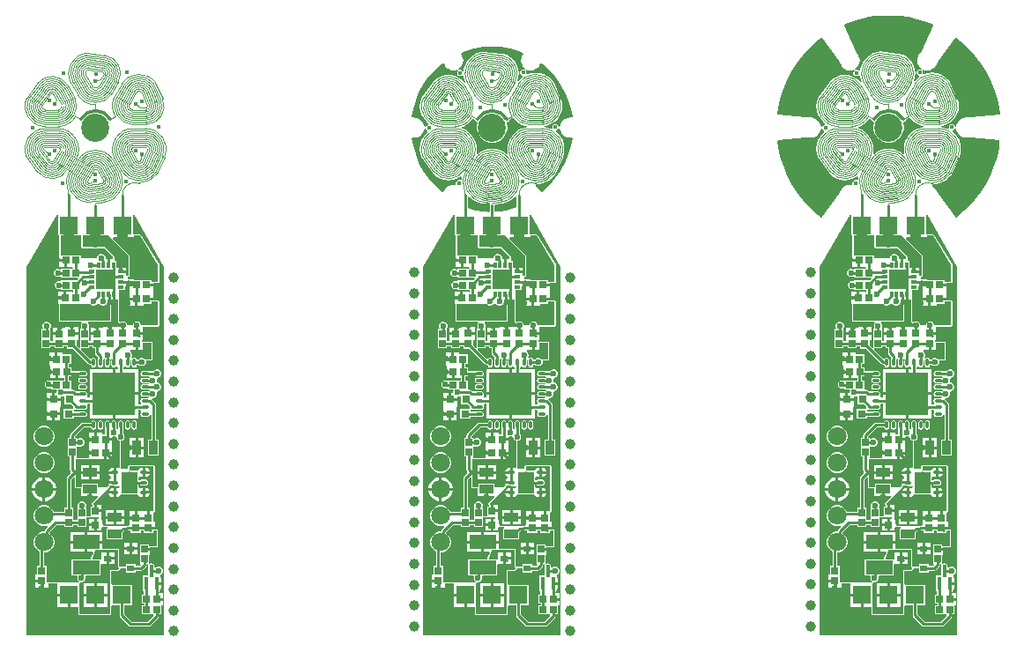
<source format=gtl>
G04*
G04 #@! TF.GenerationSoftware,Altium Limited,Altium Designer,21.0.9 (235)*
G04*
G04 Layer_Physical_Order=1*
G04 Layer_Color=255*
%FSAX44Y44*%
%MOMM*%
G71*
G04*
G04 #@! TF.SameCoordinates,C9C275F4-687D-4123-80A0-9C6E5F070257*
G04*
G04*
G04 #@! TF.FilePolarity,Positive*
G04*
G01*
G75*
%ADD10C,0.1000*%
%ADD11C,0.3000*%
%ADD12C,0.2540*%
%ADD13C,1.0000*%
%ADD14C,0.2500*%
%ADD15R,4.1800X4.1800*%
%ADD16O,0.3000X0.7000*%
%ADD17O,0.7000X0.3000*%
G04:AMPARAMS|DCode=18|XSize=1.2571mm|YSize=0.3758mm|CornerRadius=0.1879mm|HoleSize=0mm|Usage=FLASHONLY|Rotation=90.000|XOffset=0mm|YOffset=0mm|HoleType=Round|Shape=RoundedRectangle|*
%AMROUNDEDRECTD18*
21,1,1.2571,0.0000,0,0,90.0*
21,1,0.8813,0.3758,0,0,90.0*
1,1,0.3758,0.0000,0.4406*
1,1,0.3758,0.0000,-0.4406*
1,1,0.3758,0.0000,-0.4406*
1,1,0.3758,0.0000,0.4406*
%
%ADD18ROUNDEDRECTD18*%
%ADD19R,0.3758X1.2571*%
%ADD20R,0.6500X0.7000*%
%ADD21R,0.7000X0.6500*%
%ADD22R,0.7400X0.7800*%
%ADD23R,0.7500X0.6000*%
%ADD24R,2.6000X1.3500*%
%ADD25R,1.3250X0.8250*%
G04:AMPARAMS|DCode=26|XSize=2.1mm|YSize=1.6mm|CornerRadius=0.048mm|HoleSize=0mm|Usage=FLASHONLY|Rotation=90.000|XOffset=0mm|YOffset=0mm|HoleType=Round|Shape=RoundedRectangle|*
%AMROUNDEDRECTD26*
21,1,2.1000,1.5040,0,0,90.0*
21,1,2.0040,1.6000,0,0,90.0*
1,1,0.0960,0.7520,1.0020*
1,1,0.0960,0.7520,-1.0020*
1,1,0.0960,-0.7520,-1.0020*
1,1,0.0960,-0.7520,1.0020*
%
%ADD26ROUNDEDRECTD26*%
G04:AMPARAMS|DCode=27|XSize=0.35mm|YSize=0.6mm|CornerRadius=0.0508mm|HoleSize=0mm|Usage=FLASHONLY|Rotation=90.000|XOffset=0mm|YOffset=0mm|HoleType=Round|Shape=RoundedRectangle|*
%AMROUNDEDRECTD27*
21,1,0.3500,0.4985,0,0,90.0*
21,1,0.2485,0.6000,0,0,90.0*
1,1,0.1015,0.2493,0.1243*
1,1,0.1015,0.2493,-0.1243*
1,1,0.1015,-0.2493,-0.1243*
1,1,0.1015,-0.2493,0.1243*
%
%ADD27ROUNDEDRECTD27*%
%ADD28R,0.8000X0.8000*%
%ADD29R,0.7800X0.7400*%
%ADD30R,0.8250X1.3250*%
%ADD31R,0.3000X0.6300*%
%ADD32R,0.6300X0.3000*%
%ADD33R,1.8500X1.8500*%
%ADD34C,2.7000*%
%ADD35R,1.8000X1.8000*%
%ADD36C,0.4000*%
%ADD37C,1.0000*%
%ADD38C,0.5000*%
%ADD39C,1.8000*%
%ADD40C,0.6000*%
G36*
X01770470Y01674484D02*
Y01674484D01*
X01774850Y01674499D01*
X01775482Y01674446D01*
X01782749Y01673489D01*
X01791945Y01671451D01*
X01800928Y01668618D01*
X01806158Y01666452D01*
X01806622Y01665270D01*
X01795436Y01640862D01*
X01792725Y01636166D01*
X01792690Y01635899D01*
X01792680Y01635884D01*
X01792656Y01635763D01*
X01791991Y01634157D01*
X01791664Y01631676D01*
X01791991Y01629195D01*
X01792948Y01626884D01*
X01794472Y01624898D01*
X01795798Y01623880D01*
X01795158Y01622771D01*
X01794587Y01623008D01*
X01793393D01*
X01792291Y01622551D01*
X01791447Y01621707D01*
X01790990Y01620604D01*
Y01619411D01*
X01791447Y01618308D01*
X01792291Y01617464D01*
X01793143Y01617111D01*
X01793439Y01616264D01*
X01793471Y01615738D01*
X01791021Y01613727D01*
X01789209Y01611519D01*
X01788078Y01612004D01*
X01789162Y01615578D01*
X01789528Y01619294D01*
X01789162Y01623011D01*
X01788078Y01626585D01*
X01786317Y01629879D01*
X01783948Y01632766D01*
X01781061Y01635135D01*
X01777767Y01636896D01*
X01774193Y01637980D01*
X01772982Y01638099D01*
X01772718Y01638246D01*
X01755389Y01640229D01*
X01755295Y01640202D01*
X01755205Y01640239D01*
X01754850Y01640093D01*
X01753415Y01639951D01*
X01749464Y01638753D01*
X01745823Y01636806D01*
X01742631Y01634187D01*
X01740012Y01630995D01*
X01738066Y01627354D01*
X01736867Y01623403D01*
X01736729Y01622002D01*
X01735414Y01621609D01*
X01734925Y01622098D01*
X01733822Y01622555D01*
X01732629D01*
X01732480Y01622493D01*
X01731839Y01623602D01*
X01733528Y01624898D01*
X01735052Y01626884D01*
X01736009Y01629195D01*
X01736316Y01631529D01*
X01736377Y01631676D01*
X01736316Y01631824D01*
X01736009Y01634157D01*
X01735108Y01636332D01*
X01735087Y01636490D01*
X01732564Y01640862D01*
X01721378Y01665270D01*
X01721842Y01666452D01*
X01727071Y01668618D01*
X01736055Y01671451D01*
X01745251Y01673489D01*
X01750382Y01674165D01*
X01756151Y01674746D01*
X01765706Y01674855D01*
X01770470Y01674484D01*
D02*
G37*
G36*
X01391808Y01644625D02*
X01400431Y01643160D01*
X01408835Y01640739D01*
X01412486Y01639227D01*
X01412894Y01638024D01*
X01411801Y01636132D01*
X01411766Y01635865D01*
X01411756Y01635850D01*
X01411732Y01635729D01*
X01411067Y01634123D01*
X01410740Y01631642D01*
X01411067Y01629161D01*
X01412024Y01626849D01*
X01413548Y01624864D01*
X01414874Y01623846D01*
X01414234Y01622737D01*
X01413663Y01622973D01*
X01412469D01*
X01411367Y01622517D01*
X01410523Y01621673D01*
X01410066Y01620570D01*
Y01619377D01*
X01410523Y01618274D01*
X01411367Y01617430D01*
X01412219Y01617077D01*
X01412515Y01616230D01*
X01412547Y01615703D01*
X01410097Y01613693D01*
X01408285Y01611485D01*
X01407154Y01611969D01*
X01408238Y01615543D01*
X01408604Y01619260D01*
X01408238Y01622977D01*
X01407154Y01626551D01*
X01405393Y01629845D01*
X01403024Y01632732D01*
X01400137Y01635101D01*
X01396843Y01636862D01*
X01393269Y01637946D01*
X01392058Y01638065D01*
X01391794Y01638212D01*
X01374465Y01640195D01*
X01374371Y01640168D01*
X01374281Y01640205D01*
X01373926Y01640058D01*
X01372491Y01639917D01*
X01368540Y01638718D01*
X01364899Y01636772D01*
X01361707Y01634153D01*
X01359088Y01630961D01*
X01357142Y01627320D01*
X01355943Y01623369D01*
X01355805Y01621967D01*
X01354490Y01621574D01*
X01354001Y01622064D01*
X01352898Y01622520D01*
X01351705D01*
X01351556Y01622459D01*
X01350915Y01623568D01*
X01352604Y01624864D01*
X01354128Y01626849D01*
X01355085Y01629161D01*
X01355392Y01631495D01*
X01355453Y01631642D01*
X01355392Y01631789D01*
X01355085Y01634123D01*
X01354184Y01636298D01*
X01354164Y01636456D01*
X01353258Y01638024D01*
X01353667Y01639227D01*
X01357317Y01640739D01*
X01365721Y01643160D01*
X01374344Y01644625D01*
X01383076Y01645115D01*
X01391808Y01644625D01*
D02*
G37*
G36*
X01833403Y01649869D02*
X01840348Y01643505D01*
X01846711Y01636561D01*
X01852445Y01629088D01*
X01857506Y01621143D01*
X01861856Y01612789D01*
X01865460Y01604086D01*
X01868293Y01595103D01*
X01870332Y01585907D01*
X01871070Y01580295D01*
X01870279Y01579302D01*
X01843548Y01576785D01*
X01838500D01*
X01838353Y01576724D01*
X01836019Y01576417D01*
X01833707Y01575459D01*
X01831722Y01573936D01*
X01830198Y01571951D01*
X01829241Y01569639D01*
X01829034Y01568071D01*
X01827764Y01568154D01*
Y01568207D01*
X01827308Y01569310D01*
X01826464Y01570154D01*
X01825361Y01570610D01*
X01824168D01*
X01823065Y01570154D01*
X01822221Y01569310D01*
X01821764Y01568207D01*
Y01567014D01*
X01821828Y01566859D01*
X01820829Y01565953D01*
X01820450Y01566156D01*
X01816499Y01567354D01*
X01814772Y01567524D01*
X01814772Y01568800D01*
X01816107Y01568932D01*
X01819681Y01570016D01*
X01822974Y01571777D01*
X01825862Y01574146D01*
X01828231Y01577033D01*
X01829991Y01580327D01*
X01831075Y01583901D01*
X01831442Y01587618D01*
X01831075Y01591334D01*
X01829991Y01594908D01*
X01829925Y01595032D01*
X01829923Y01595152D01*
X01823317Y01610366D01*
X01822976Y01611150D01*
X01822942Y01611189D01*
X01822939Y01611230D01*
X01822726Y01611432D01*
X01822715Y01611424D01*
X01822651Y01611480D01*
X01820806Y01613727D01*
X01817615Y01616346D01*
X01813974Y01618293D01*
X01810023Y01619491D01*
X01805914Y01619896D01*
X01801805Y01619491D01*
X01797908Y01618309D01*
X01797744Y01618403D01*
X01796915Y01619231D01*
X01796990Y01619411D01*
Y01620604D01*
X01796533Y01621707D01*
X01796086Y01622154D01*
X01796806Y01623230D01*
X01798769Y01622417D01*
X01801250Y01622091D01*
X01803731Y01622417D01*
X01806043Y01623375D01*
X01808028Y01624898D01*
X01808683Y01625751D01*
X01808880Y01625833D01*
X01808993Y01626106D01*
X01809276Y01626324D01*
X01812111Y01631234D01*
X01827657Y01653125D01*
X01828913Y01653314D01*
X01833403Y01649869D01*
D02*
G37*
G36*
X01431703Y01628100D02*
X01438225Y01622272D01*
X01444052Y01615750D01*
X01449114Y01608618D01*
X01453344Y01600963D01*
X01456691Y01592882D01*
X01459113Y01584478D01*
X01460261Y01577721D01*
X01459441Y01576751D01*
X01457576D01*
X01457429Y01576690D01*
X01455095Y01576382D01*
X01452783Y01575425D01*
X01450798Y01573902D01*
X01449274Y01571916D01*
X01448317Y01569604D01*
X01448111Y01568037D01*
X01446841Y01568120D01*
Y01568173D01*
X01446384Y01569276D01*
X01445540Y01570119D01*
X01444437Y01570576D01*
X01443244D01*
X01442141Y01570119D01*
X01441297Y01569276D01*
X01440840Y01568173D01*
Y01566980D01*
X01440905Y01566825D01*
X01439905Y01565919D01*
X01439526Y01566122D01*
X01435575Y01567320D01*
X01433849Y01567490D01*
X01433849Y01568766D01*
X01435183Y01568898D01*
X01438757Y01569982D01*
X01442050Y01571742D01*
X01444938Y01574112D01*
X01447307Y01576999D01*
X01449068Y01580293D01*
X01450152Y01583866D01*
X01450518Y01587583D01*
X01450152Y01591300D01*
X01449068Y01594874D01*
X01449001Y01594998D01*
X01448999Y01595118D01*
X01442393Y01610332D01*
X01442052Y01611116D01*
X01442018Y01611154D01*
X01442015Y01611195D01*
X01441802Y01611398D01*
X01441791Y01611390D01*
X01441727Y01611445D01*
X01439883Y01613693D01*
X01436691Y01616312D01*
X01433050Y01618258D01*
X01429099Y01619457D01*
X01424990Y01619862D01*
X01420881Y01619457D01*
X01416984Y01618275D01*
X01416820Y01618368D01*
X01415992Y01619197D01*
X01416066Y01619377D01*
Y01620570D01*
X01415609Y01621673D01*
X01415163Y01622119D01*
X01415882Y01623196D01*
X01417845Y01622383D01*
X01420326Y01622056D01*
X01422807Y01622383D01*
X01425119Y01623341D01*
X01427104Y01624864D01*
X01427759Y01625717D01*
X01427956Y01625799D01*
X01428069Y01626072D01*
X01428352Y01626289D01*
X01429596Y01628443D01*
X01430837Y01628714D01*
X01431703Y01628100D01*
D02*
G37*
G36*
X01700343Y01653125D02*
X01715888Y01631234D01*
X01718412Y01626863D01*
X01718539Y01626766D01*
X01718609Y01626674D01*
X01718670Y01626526D01*
X01718746Y01626495D01*
X01719972Y01624898D01*
X01721957Y01623375D01*
X01724269Y01622417D01*
X01726750Y01622091D01*
X01729231Y01622417D01*
X01730628Y01622996D01*
X01731348Y01621919D01*
X01730682Y01621254D01*
X01730226Y01620151D01*
Y01618958D01*
X01730682Y01617855D01*
X01731526Y01617011D01*
X01732629Y01616555D01*
X01733822D01*
X01734925Y01617011D01*
X01735367Y01617454D01*
X01736688Y01617008D01*
X01736867Y01615186D01*
X01738066Y01611235D01*
X01736978Y01610576D01*
X01735558Y01612306D01*
X01732671Y01614675D01*
X01729377Y01616436D01*
X01725803Y01617520D01*
X01722086Y01617886D01*
X01718369Y01617520D01*
X01714795Y01616436D01*
X01711501Y01614675D01*
X01708615Y01612306D01*
X01707063Y01610416D01*
X01706801Y01610261D01*
X01706800Y01610259D01*
X01706799Y01610254D01*
X01706794Y01610251D01*
X01696413Y01596236D01*
X01696266Y01595891D01*
X01696152Y01595677D01*
X01695862Y01594722D01*
X01694953Y01591726D01*
X01694549Y01587618D01*
X01694953Y01583509D01*
X01696152Y01579558D01*
X01698098Y01575916D01*
X01700717Y01572725D01*
X01702850Y01570975D01*
X01702737Y01570294D01*
X01702477Y01569638D01*
X01701536Y01569248D01*
X01700692Y01568404D01*
X01699227Y01568186D01*
X01698924Y01568388D01*
X01698759Y01569639D01*
X01697802Y01571951D01*
X01696278Y01573936D01*
X01694293Y01575459D01*
X01691981Y01576417D01*
X01689647Y01576724D01*
X01689500Y01576785D01*
X01684452D01*
X01657721Y01579302D01*
X01656929Y01580295D01*
X01657668Y01585907D01*
X01659707Y01595103D01*
X01662540Y01604086D01*
X01666144Y01612789D01*
X01670493Y01621143D01*
X01675555Y01629088D01*
X01681289Y01636561D01*
X01687652Y01643505D01*
X01694597Y01649869D01*
X01699087Y01653314D01*
X01700343Y01653125D01*
D02*
G37*
G36*
X01336556Y01628443D02*
X01337488Y01626828D01*
X01337615Y01626732D01*
X01337686Y01626639D01*
X01337746Y01626492D01*
X01337823Y01626461D01*
X01339048Y01624864D01*
X01341033Y01623341D01*
X01343345Y01622383D01*
X01345826Y01622056D01*
X01348307Y01622383D01*
X01349704Y01622962D01*
X01350424Y01621885D01*
X01349758Y01621220D01*
X01349302Y01620117D01*
Y01618924D01*
X01349758Y01617821D01*
X01350602Y01616977D01*
X01351705Y01616520D01*
X01352898D01*
X01354001Y01616977D01*
X01354444Y01617420D01*
X01355764Y01616973D01*
X01355943Y01615151D01*
X01357142Y01611200D01*
X01356054Y01610542D01*
X01354634Y01612272D01*
X01351747Y01614641D01*
X01348453Y01616402D01*
X01344879Y01617486D01*
X01341162Y01617852D01*
X01337445Y01617486D01*
X01333871Y01616402D01*
X01330578Y01614641D01*
X01327691Y01612272D01*
X01326139Y01610381D01*
X01325877Y01610226D01*
X01325876Y01610225D01*
X01325875Y01610220D01*
X01325871Y01610217D01*
X01315489Y01596202D01*
X01315342Y01595857D01*
X01315228Y01595643D01*
X01314938Y01594688D01*
X01314029Y01591692D01*
X01313625Y01587583D01*
X01314029Y01583474D01*
X01315228Y01579523D01*
X01317174Y01575882D01*
X01319793Y01572691D01*
X01321926Y01570940D01*
X01321813Y01570260D01*
X01321553Y01569603D01*
X01320612Y01569214D01*
X01319768Y01568370D01*
X01318303Y01568152D01*
X01318000Y01568354D01*
X01317835Y01569604D01*
X01316878Y01571916D01*
X01315354Y01573902D01*
X01313369Y01575425D01*
X01311057Y01576382D01*
X01308723Y01576690D01*
X01308576Y01576751D01*
X01306711D01*
X01305892Y01577721D01*
X01307040Y01584478D01*
X01309461Y01592882D01*
X01312808Y01600963D01*
X01317038Y01608618D01*
X01322099Y01615750D01*
X01327927Y01622272D01*
X01334449Y01628100D01*
X01335315Y01628714D01*
X01336556Y01628443D01*
D02*
G37*
G36*
X01784929Y01576053D02*
X01786671Y01573930D01*
X01789448Y01571652D01*
X01792615Y01569958D01*
X01796052Y01568916D01*
X01797233Y01568800D01*
Y01567523D01*
X01795661Y01567369D01*
X01791847Y01566212D01*
X01788332Y01564333D01*
X01785251Y01561805D01*
X01782723Y01558724D01*
X01782346Y01558019D01*
X01782286Y01557994D01*
X01782285Y01557993D01*
X01781996Y01557608D01*
X01781653Y01556965D01*
X01781711Y01556932D01*
X01780116Y01553948D01*
X01778959Y01550134D01*
X01778569Y01546168D01*
X01778919Y01542610D01*
X01777908Y01541960D01*
X01777753Y01541924D01*
X01776023Y01543343D01*
X01772508Y01545222D01*
X01768694Y01546379D01*
X01765938Y01546651D01*
X01764886Y01546754D01*
X01764787Y01546795D01*
X01764786Y01546795D01*
X01764000Y01546781D01*
X01763272Y01546770D01*
X01762730Y01546716D01*
X01759306Y01546379D01*
X01755492Y01545222D01*
X01751977Y01543343D01*
X01750247Y01541924D01*
X01750092Y01541960D01*
X01749081Y01542610D01*
X01749431Y01546168D01*
X01749041Y01550134D01*
X01747884Y01553948D01*
X01746880Y01555826D01*
X01746678Y01556203D01*
X01746678Y01556204D01*
X01746642Y01556290D01*
X01746691Y01556321D01*
X01746347Y01556966D01*
X01746058Y01557405D01*
X01745668Y01557999D01*
X01745628Y01558067D01*
X01745277Y01558724D01*
X01742749Y01561805D01*
X01739668Y01564333D01*
X01736153Y01566212D01*
X01735128Y01566523D01*
Y01567793D01*
X01736153Y01568103D01*
X01739668Y01569982D01*
X01742749Y01572510D01*
X01745277Y01575591D01*
X01745858Y01575757D01*
X01747510Y01574803D01*
X01747614Y01574283D01*
X01748166Y01573456D01*
X01748993Y01572904D01*
X01749202Y01572862D01*
X01750128Y01571604D01*
X01750146Y01571478D01*
X01749500Y01569066D01*
Y01565249D01*
X01750488Y01561561D01*
X01752397Y01558254D01*
X01755097Y01555555D01*
X01758403Y01553646D01*
X01762091Y01552658D01*
X01765909D01*
X01769597Y01553646D01*
X01772903Y01555555D01*
X01775603Y01558254D01*
X01777512Y01561561D01*
X01778500Y01565249D01*
Y01569066D01*
X01777878Y01571388D01*
X01778847Y01572677D01*
X01779107Y01572728D01*
X01779933Y01573281D01*
X01780486Y01574108D01*
X01780642Y01574891D01*
X01783149Y01576339D01*
X01784076Y01576613D01*
X01784929Y01576053D01*
D02*
G37*
G36*
X01404005Y01576019D02*
X01405747Y01573896D01*
X01408524Y01571617D01*
X01411691Y01569924D01*
X01415128Y01568882D01*
X01416309Y01568765D01*
Y01567489D01*
X01414737Y01567334D01*
X01410923Y01566178D01*
X01407408Y01564299D01*
X01404327Y01561770D01*
X01401799Y01558690D01*
X01401422Y01557985D01*
X01401362Y01557960D01*
X01401361Y01557959D01*
X01401073Y01557574D01*
X01400729Y01556931D01*
X01400787Y01556898D01*
X01399192Y01553914D01*
X01398035Y01550100D01*
X01397645Y01546134D01*
X01397995Y01542575D01*
X01396984Y01541925D01*
X01396829Y01541889D01*
X01395099Y01543309D01*
X01391584Y01545188D01*
X01387771Y01546345D01*
X01385014Y01546616D01*
X01383962Y01546720D01*
X01383863Y01546761D01*
X01383862Y01546761D01*
X01383076Y01546747D01*
X01382348Y01546735D01*
X01381806Y01546682D01*
X01378382Y01546345D01*
X01374568Y01545188D01*
X01371053Y01543309D01*
X01369323Y01541889D01*
X01369168Y01541925D01*
X01368157Y01542575D01*
X01368507Y01546134D01*
X01368117Y01550100D01*
X01366960Y01553914D01*
X01365956Y01555792D01*
X01365755Y01556169D01*
X01365754Y01556170D01*
X01365718Y01556256D01*
X01365768Y01556287D01*
X01365423Y01556931D01*
X01365134Y01557370D01*
X01364744Y01557964D01*
X01364704Y01558033D01*
X01364353Y01558690D01*
X01361825Y01561770D01*
X01358744Y01564299D01*
X01355229Y01566178D01*
X01354205Y01566488D01*
Y01567758D01*
X01355229Y01568069D01*
X01358744Y01569948D01*
X01361825Y01572476D01*
X01364353Y01575557D01*
X01364934Y01575723D01*
X01366586Y01574769D01*
X01366690Y01574249D01*
X01367242Y01573422D01*
X01368069Y01572869D01*
X01368278Y01572828D01*
X01369204Y01571570D01*
X01369222Y01571444D01*
X01368576Y01569032D01*
Y01565214D01*
X01369564Y01561526D01*
X01371473Y01558220D01*
X01374173Y01555520D01*
X01377479Y01553611D01*
X01381167Y01552623D01*
X01384985D01*
X01388673Y01553611D01*
X01391979Y01555520D01*
X01394679Y01558220D01*
X01396588Y01561526D01*
X01397576Y01565214D01*
Y01569032D01*
X01396954Y01571354D01*
X01397923Y01572642D01*
X01398183Y01572694D01*
X01399010Y01573246D01*
X01399562Y01574073D01*
X01399718Y01574857D01*
X01402225Y01576304D01*
X01403152Y01576579D01*
X01404005Y01576019D01*
D02*
G37*
G36*
X01700235Y01566160D02*
Y01566108D01*
X01700692Y01565005D01*
X01701536Y01564161D01*
X01701744Y01564075D01*
X01701961Y01562611D01*
X01700717Y01561590D01*
X01698098Y01558399D01*
X01696152Y01554757D01*
X01694953Y01550806D01*
X01694549Y01546698D01*
X01694953Y01542589D01*
X01695855Y01539616D01*
X01696152Y01538638D01*
X01696266Y01538424D01*
X01696413Y01538079D01*
X01706794Y01524064D01*
X01706799Y01524061D01*
X01706800Y01524056D01*
X01706801Y01524055D01*
X01707063Y01523899D01*
X01708615Y01522009D01*
X01711501Y01519640D01*
X01714795Y01517879D01*
X01718369Y01516795D01*
X01722086Y01516429D01*
X01725803Y01516795D01*
X01729377Y01517879D01*
X01732671Y01519640D01*
X01733914Y01520660D01*
X01735018Y01519923D01*
X01734896Y01519522D01*
X01734678Y01517306D01*
X01733341Y01516693D01*
X01732734Y01516945D01*
X01731540D01*
X01730438Y01516488D01*
X01729594Y01515644D01*
X01729137Y01514542D01*
Y01513348D01*
X01729206Y01513182D01*
X01728313Y01512019D01*
X01726750Y01512224D01*
X01724269Y01511898D01*
X01721957Y01510940D01*
X01719972Y01509417D01*
X01718746Y01507820D01*
X01718670Y01507789D01*
X01718609Y01507641D01*
X01718539Y01507549D01*
X01718412Y01507452D01*
X01715888Y01503081D01*
X01700343Y01481190D01*
X01699087Y01481001D01*
X01696071Y01483315D01*
X01695269Y01483953D01*
X01695235Y01484035D01*
X01695085Y01484099D01*
X01695085Y01484099D01*
X01695079Y01484101D01*
X01694597Y01484446D01*
X01687652Y01490810D01*
X01681289Y01497755D01*
X01675555Y01505227D01*
X01670493Y01513172D01*
X01666144Y01521527D01*
X01662540Y01530229D01*
X01659707Y01539212D01*
X01657668Y01548408D01*
X01656929Y01554020D01*
X01657721Y01555013D01*
X01684452Y01557530D01*
X01689500D01*
X01689647Y01557591D01*
X01691981Y01557898D01*
X01694293Y01558856D01*
X01696278Y01560379D01*
X01697802Y01562365D01*
X01698759Y01564677D01*
X01698965Y01566244D01*
X01700235Y01566160D01*
D02*
G37*
G36*
X01319312Y01566126D02*
Y01566074D01*
X01319768Y01564971D01*
X01320612Y01564127D01*
X01320820Y01564041D01*
X01321037Y01562576D01*
X01319793Y01561556D01*
X01317174Y01558364D01*
X01315228Y01554723D01*
X01314029Y01550772D01*
X01313625Y01546663D01*
X01314029Y01542554D01*
X01314931Y01539582D01*
X01315228Y01538603D01*
X01315342Y01538390D01*
X01315489Y01538045D01*
X01325871Y01524029D01*
X01325875Y01524027D01*
X01325876Y01524021D01*
X01325877Y01524020D01*
X01326139Y01523865D01*
X01327691Y01521975D01*
X01330578Y01519605D01*
X01333871Y01517845D01*
X01337445Y01516761D01*
X01341162Y01516395D01*
X01344879Y01516761D01*
X01348453Y01517845D01*
X01351747Y01519605D01*
X01352990Y01520626D01*
X01354094Y01519889D01*
X01353972Y01519487D01*
X01353754Y01517272D01*
X01352417Y01516659D01*
X01351810Y01516911D01*
X01350616D01*
X01349514Y01516454D01*
X01348670Y01515610D01*
X01348213Y01514507D01*
Y01513314D01*
X01348282Y01513148D01*
X01347389Y01511985D01*
X01345826Y01512190D01*
X01343345Y01511864D01*
X01341033Y01510906D01*
X01339048Y01509383D01*
X01337823Y01507786D01*
X01337746Y01507754D01*
X01337686Y01507607D01*
X01337615Y01507515D01*
X01337488Y01507418D01*
X01336556Y01505803D01*
X01335315Y01505532D01*
X01334449Y01506147D01*
X01333505Y01506991D01*
X01333463Y01507092D01*
X01333330Y01507147D01*
X01327927Y01511975D01*
X01322099Y01518496D01*
X01317038Y01525629D01*
X01312808Y01533284D01*
X01309461Y01541364D01*
X01307040Y01549769D01*
X01305892Y01556526D01*
X01306711Y01557496D01*
X01308576D01*
X01308723Y01557557D01*
X01311057Y01557864D01*
X01313369Y01558822D01*
X01315354Y01560345D01*
X01316878Y01562330D01*
X01317835Y01564642D01*
X01318042Y01566210D01*
X01319312Y01566126D01*
D02*
G37*
G36*
X01448152Y01565893D02*
X01448317Y01564642D01*
X01449274Y01562330D01*
X01450798Y01560345D01*
X01452783Y01558822D01*
X01455095Y01557864D01*
X01457429Y01557557D01*
X01457576Y01557496D01*
X01459441D01*
X01460261Y01556526D01*
X01459113Y01549769D01*
X01456691Y01541364D01*
X01453344Y01533284D01*
X01449114Y01525629D01*
X01444052Y01518496D01*
X01438225Y01511975D01*
X01432822Y01507147D01*
X01432689Y01507092D01*
X01432647Y01506991D01*
X01431703Y01506147D01*
X01430837Y01505532D01*
X01429596Y01505803D01*
X01428664Y01507418D01*
X01428537Y01507515D01*
X01428467Y01507607D01*
X01428406Y01507754D01*
X01428329Y01507786D01*
X01427104Y01509383D01*
X01425119Y01510906D01*
X01424656Y01511098D01*
X01424832Y01512240D01*
X01424876Y01512354D01*
X01424881Y01512366D01*
X01424990Y01512375D01*
X01429491Y01512819D01*
X01433819Y01514131D01*
X01437807Y01516263D01*
X01441304Y01519133D01*
X01443123Y01521350D01*
X01443368Y01521587D01*
X01443454Y01521622D01*
X01443487Y01521702D01*
X01443702Y01521910D01*
X01443795Y01522124D01*
Y01522124D01*
X01443795Y01522124D01*
X01450847Y01538364D01*
X01450847Y01538366D01*
X01450849Y01538367D01*
X01450849Y01538369D01*
X01450851Y01538466D01*
X01450924Y01538604D01*
X01452123Y01542554D01*
X01452527Y01546663D01*
X01452123Y01550772D01*
X01450924Y01554723D01*
X01448978Y01558364D01*
X01446359Y01561556D01*
X01444226Y01563306D01*
X01444339Y01563987D01*
X01444599Y01564643D01*
X01445540Y01565033D01*
X01446384Y01565877D01*
X01447849Y01566095D01*
X01448152Y01565893D01*
D02*
G37*
G36*
X01406462Y01500549D02*
Y01490492D01*
X01399826Y01488479D01*
X01391685Y01486860D01*
X01386331Y01486333D01*
X01385390Y01487185D01*
Y01492108D01*
X01385457Y01492697D01*
X01386533Y01493420D01*
X01392056Y01494052D01*
X01392318Y01494197D01*
X01393661Y01494330D01*
X01397612Y01495528D01*
X01401253Y01497475D01*
X01404445Y01500094D01*
X01405192Y01501004D01*
X01406462Y01500549D01*
D02*
G37*
G36*
X01361707Y01500094D02*
X01364899Y01497475D01*
X01368540Y01495528D01*
X01372491Y01494330D01*
X01373926Y01494188D01*
X01374281Y01494041D01*
X01374371Y01494079D01*
X01374465Y01494052D01*
X01380192Y01494707D01*
X01380938Y01493538D01*
X01380762Y01492652D01*
Y01486944D01*
X01380355Y01486538D01*
X01379273Y01486046D01*
X01378100Y01486120D01*
X01374980Y01486317D01*
X01366501Y01487776D01*
X01359691Y01489718D01*
Y01500549D01*
X01360961Y01501004D01*
X01361707Y01500094D01*
D02*
G37*
G36*
X01829076Y01565927D02*
X01829241Y01564677D01*
X01830198Y01562365D01*
X01831722Y01560379D01*
X01833707Y01558856D01*
X01836019Y01557898D01*
X01838353Y01557591D01*
X01838500Y01557530D01*
X01843548D01*
X01870586Y01554984D01*
X01870647Y01553832D01*
X01870528Y01549902D01*
X01870332Y01548408D01*
X01868293Y01539212D01*
X01865460Y01530229D01*
X01861856Y01521527D01*
X01857506Y01513172D01*
X01852445Y01505227D01*
X01846711Y01497755D01*
X01840348Y01490810D01*
X01833403Y01484446D01*
X01832987Y01484127D01*
X01832765Y01484035D01*
X01832718Y01483921D01*
X01828913Y01481001D01*
X01827657Y01481190D01*
X01812112Y01503081D01*
X01809588Y01507452D01*
X01809461Y01507549D01*
X01808028Y01509417D01*
X01806043Y01510940D01*
X01805580Y01511132D01*
X01805756Y01512274D01*
X01805800Y01512388D01*
X01805805Y01512401D01*
X01805914Y01512410D01*
X01810415Y01512853D01*
X01814743Y01514166D01*
X01818731Y01516298D01*
X01822227Y01519167D01*
X01824047Y01521384D01*
X01824292Y01521621D01*
X01824378Y01521657D01*
X01824411Y01521736D01*
X01824626Y01521944D01*
X01824719Y01522158D01*
Y01522158D01*
X01824719Y01522158D01*
X01831771Y01538399D01*
X01831771Y01538400D01*
X01831773Y01538402D01*
X01831773Y01538403D01*
X01831775Y01538500D01*
X01831848Y01538638D01*
X01833047Y01542589D01*
X01833451Y01546698D01*
X01833047Y01550806D01*
X01831848Y01554757D01*
X01829902Y01558399D01*
X01827283Y01561590D01*
X01825150Y01563340D01*
X01825263Y01564021D01*
X01825523Y01564677D01*
X01826464Y01565067D01*
X01827308Y01565911D01*
X01828772Y01566129D01*
X01829076Y01565927D01*
D02*
G37*
G36*
X01786088Y01453965D02*
X01795288Y01444765D01*
X01795440Y01444397D01*
Y01424945D01*
X01795377Y01424793D01*
X01795225Y01424730D01*
X01793730D01*
Y01427360D01*
X01788040D01*
Y01428630D01*
X01786770D01*
Y01432670D01*
X01784190D01*
Y01439130D01*
X01781958D01*
Y01443565D01*
X01781958Y01443565D01*
X01781641Y01444331D01*
X01781641Y01444331D01*
X01773932Y01452040D01*
X01773932Y01452040D01*
X01773167Y01452357D01*
X01764574Y01452357D01*
X01764472Y01452314D01*
X01764363Y01452336D01*
X01764030Y01452270D01*
X01763697Y01452336D01*
X01763588Y01452314D01*
X01763486Y01452357D01*
X01752471Y01452357D01*
X01751523Y01453304D01*
Y01463316D01*
X01754030D01*
Y01463281D01*
X01774030D01*
Y01463316D01*
X01776736D01*
X01786088Y01453965D01*
D02*
G37*
G36*
X01405088D02*
X01414288Y01444765D01*
X01414440Y01444397D01*
Y01424945D01*
X01414377Y01424793D01*
X01414225Y01424730D01*
X01412730D01*
Y01427360D01*
X01407040D01*
Y01428630D01*
X01405770D01*
Y01432670D01*
X01403190D01*
Y01439130D01*
X01400958D01*
Y01443565D01*
X01400958Y01443565D01*
X01400641Y01444331D01*
X01400641Y01444331D01*
X01392932Y01452040D01*
X01392932Y01452040D01*
X01392166Y01452357D01*
X01383574Y01452357D01*
X01383472Y01452314D01*
X01383363Y01452336D01*
X01383030Y01452270D01*
X01382697Y01452336D01*
X01382588Y01452314D01*
X01382486Y01452357D01*
X01371471Y01452357D01*
X01370523Y01453304D01*
Y01463316D01*
X01373030D01*
Y01463281D01*
X01393030D01*
Y01463316D01*
X01395736D01*
X01405088Y01453965D01*
D02*
G37*
G36*
X01024088D02*
X01033288Y01444765D01*
X01033440Y01444397D01*
Y01424945D01*
X01033377Y01424793D01*
X01033225Y01424730D01*
X01031730D01*
Y01427360D01*
X01026040D01*
Y01428630D01*
X01024770D01*
Y01432670D01*
X01022190D01*
Y01439130D01*
X01019958D01*
Y01443565D01*
X01019958Y01443565D01*
X01019641Y01444331D01*
X01019641Y01444331D01*
X01011932Y01452040D01*
X01011932Y01452040D01*
X01011167Y01452357D01*
X01002574Y01452357D01*
X01002472Y01452314D01*
X01002363Y01452336D01*
X01002030Y01452270D01*
X01001697Y01452336D01*
X01001588Y01452314D01*
X01001486Y01452357D01*
X00990471Y01452357D01*
X00989523Y01453304D01*
Y01463316D01*
X00992030D01*
Y01463281D01*
X01012030D01*
Y01463316D01*
X01014736D01*
X01024088Y01453965D01*
D02*
G37*
G36*
X01750441Y01452856D02*
X01752023Y01451274D01*
X01763486Y01451274D01*
X01763819Y01451208D01*
X01763819D01*
X01764030Y01451166D01*
X01764241Y01451208D01*
X01764241D01*
X01764574Y01451274D01*
X01772951Y01451274D01*
X01773319Y01451122D01*
X01780723Y01443717D01*
X01780875Y01443350D01*
Y01441880D01*
X01780730Y01440670D01*
X01777960D01*
Y01434980D01*
X01775420D01*
Y01440670D01*
X01773755D01*
X01773446Y01441132D01*
Y01442723D01*
X01772837Y01444193D01*
X01771712Y01445319D01*
X01770242Y01445928D01*
X01768651D01*
X01767180Y01445319D01*
X01766055Y01444193D01*
X01765446Y01442723D01*
Y01441928D01*
X01750024D01*
Y01444500D01*
X01741494D01*
X01740224Y01444500D01*
Y01444500D01*
X01740224D01*
Y01444500D01*
X01730424D01*
X01730397Y01445759D01*
X01730397Y01463281D01*
X01748330D01*
Y01463316D01*
X01750441D01*
X01750441Y01452856D01*
D02*
G37*
G36*
X01369441D02*
X01371023Y01451274D01*
X01382486Y01451274D01*
X01382819Y01451208D01*
X01382819D01*
X01383030Y01451166D01*
X01383241Y01451208D01*
X01383241D01*
X01383574Y01451274D01*
X01391951Y01451274D01*
X01392319Y01451122D01*
X01399723Y01443717D01*
X01399875Y01443350D01*
Y01441880D01*
X01399730Y01440670D01*
X01396960D01*
Y01434980D01*
X01394420D01*
Y01440670D01*
X01392755D01*
X01392446Y01441132D01*
Y01442723D01*
X01391837Y01444193D01*
X01390712Y01445319D01*
X01389242Y01445928D01*
X01387651D01*
X01386181Y01445319D01*
X01385055Y01444193D01*
X01384446Y01442723D01*
Y01441928D01*
X01369024D01*
Y01444500D01*
X01360494D01*
X01359224Y01444500D01*
Y01444500D01*
X01359224D01*
Y01444500D01*
X01349424D01*
X01349397Y01445759D01*
X01349397Y01463281D01*
X01367330D01*
Y01463316D01*
X01369441D01*
X01369441Y01452856D01*
D02*
G37*
G36*
X00988441D02*
X00990023Y01451274D01*
X01001486Y01451274D01*
X01001819Y01451208D01*
X01001819D01*
X01002030Y01451166D01*
X01002241Y01451208D01*
X01002241D01*
X01002574Y01451274D01*
X01010951Y01451274D01*
X01011319Y01451122D01*
X01018723Y01443717D01*
X01018875Y01443350D01*
Y01441880D01*
X01018730Y01440670D01*
X01015960D01*
Y01434980D01*
X01013420D01*
Y01440670D01*
X01011755D01*
X01011446Y01441132D01*
Y01442723D01*
X01010837Y01444193D01*
X01009712Y01445319D01*
X01008242Y01445928D01*
X01006651D01*
X01005181Y01445319D01*
X01004055Y01444193D01*
X01003446Y01442723D01*
Y01441928D01*
X00988024D01*
Y01444500D01*
X00979494D01*
X00978224Y01444500D01*
Y01444500D01*
X00978224D01*
Y01444500D01*
X00968424D01*
X00968398Y01445759D01*
X00968397Y01463281D01*
X00986330D01*
Y01463316D01*
X00988441D01*
X00988441Y01452856D01*
D02*
G37*
G36*
X01830133Y01433432D02*
Y01361608D01*
D01*
X01830133Y01079340D01*
X01697927D01*
X01697927Y01433432D01*
X01726987Y01483766D01*
X01727261D01*
X01728330Y01483281D01*
Y01463281D01*
X01729315D01*
X01729315Y01446039D01*
X01728884D01*
Y01441069D01*
X01735324D01*
Y01439799D01*
X01736594D01*
Y01433560D01*
X01741764D01*
X01741889Y01433497D01*
X01742140Y01431952D01*
X01741918Y01431730D01*
X01740610Y01431730D01*
X01739340Y01431730D01*
X01731110D01*
Y01431711D01*
X01729840Y01431058D01*
X01728821Y01431480D01*
X01727229D01*
X01725759Y01430871D01*
X01724634Y01429746D01*
X01724025Y01428276D01*
Y01426684D01*
X01724634Y01425214D01*
X01725759Y01424089D01*
X01727229Y01423480D01*
X01728821D01*
X01729840Y01423902D01*
X01731110Y01423249D01*
Y01423230D01*
X01739340D01*
X01740110Y01423230D01*
X01741380Y01423230D01*
X01746719D01*
X01747205Y01422057D01*
X01745812Y01420664D01*
X01745418Y01420074D01*
X01741454D01*
X01740685Y01420074D01*
X01739415Y01420074D01*
X01731185D01*
Y01420074D01*
X01729915Y01419609D01*
X01729395Y01419824D01*
X01727804D01*
X01726334Y01419215D01*
X01725208Y01418090D01*
X01724599Y01416620D01*
Y01415028D01*
X01725208Y01413558D01*
X01726334Y01412433D01*
X01727804Y01411824D01*
X01729395D01*
X01729915Y01412039D01*
X01731185Y01411574D01*
Y01411574D01*
X01731185Y01411574D01*
X01739415D01*
X01740184Y01411574D01*
X01741454Y01411574D01*
X01742890D01*
Y01408339D01*
X01741323D01*
Y01409879D01*
X01736154D01*
Y01403639D01*
X01734884D01*
Y01402369D01*
X01728443D01*
Y01397399D01*
X01728990D01*
Y01381429D01*
Y01381429D01*
X01729307Y01380663D01*
X01730073Y01380346D01*
X01750196D01*
X01750722Y01379076D01*
X01750369Y01378723D01*
X01749760Y01377253D01*
Y01375661D01*
X01750131Y01374767D01*
X01749404Y01373497D01*
X01749385D01*
Y01364497D01*
X01749385D01*
Y01363997D01*
X01749385D01*
Y01361608D01*
Y01355892D01*
X01748115Y01355366D01*
X01745906Y01357575D01*
Y01361608D01*
Y01362979D01*
X01747446D01*
Y01368149D01*
X01741206D01*
Y01369419D01*
X01739936D01*
Y01375859D01*
X01734966D01*
X01734467Y01375038D01*
X01729948D01*
Y01368998D01*
X01728678D01*
Y01367728D01*
X01722888D01*
Y01362958D01*
X01722631Y01362432D01*
X01721219Y01362263D01*
X01720682Y01362800D01*
X01720682Y01364217D01*
Y01364497D01*
X01720682Y01365487D01*
Y01373717D01*
X01720682Y01373717D01*
X01720828Y01374927D01*
X01721190Y01375802D01*
Y01377393D01*
X01720581Y01378863D01*
X01719456Y01379989D01*
X01719046Y01380159D01*
X01717986Y01380598D01*
X01716395D01*
X01714924Y01379989D01*
X01713799Y01378863D01*
X01713190Y01377393D01*
Y01375802D01*
X01713528Y01374987D01*
X01712755Y01373717D01*
X01712182D01*
Y01365487D01*
X01712182Y01364717D01*
X01712182Y01363447D01*
Y01355217D01*
X01720682D01*
Y01357314D01*
X01724428D01*
Y01354998D01*
X01732928D01*
Y01357204D01*
X01736506D01*
Y01354719D01*
X01742273D01*
X01756842Y01340150D01*
X01757587Y01339653D01*
X01758464Y01339478D01*
X01759701D01*
Y01339385D01*
X01759895Y01338410D01*
X01760448Y01337583D01*
X01761275Y01337030D01*
X01762250Y01336836D01*
X01763225Y01337030D01*
X01764052Y01337583D01*
X01764605Y01338410D01*
X01764799Y01339385D01*
Y01343385D01*
X01764605Y01344361D01*
X01764052Y01345188D01*
X01763225Y01345740D01*
X01762250Y01345934D01*
X01761275Y01345740D01*
X01760448Y01345188D01*
X01760304Y01344973D01*
X01758809Y01344719D01*
X01758739Y01344742D01*
X01749754Y01353727D01*
X01750280Y01354997D01*
X01757885D01*
Y01357203D01*
X01761219D01*
Y01354997D01*
X01763300D01*
Y01351071D01*
X01763475Y01350193D01*
X01763972Y01349449D01*
X01766456Y01346965D01*
Y01344452D01*
X01766395Y01344361D01*
X01766201Y01343385D01*
Y01339385D01*
X01766395Y01338410D01*
X01766947Y01337583D01*
X01767774Y01337030D01*
X01768750Y01336836D01*
X01769725Y01337030D01*
X01770552Y01337583D01*
X01771105Y01338410D01*
X01771299Y01339385D01*
Y01343385D01*
X01771105Y01344361D01*
X01771194Y01344646D01*
X01772667Y01345099D01*
X01772956Y01344870D01*
Y01344452D01*
X01772895Y01344361D01*
X01772701Y01343385D01*
Y01339385D01*
X01772895Y01338410D01*
X01773448Y01337583D01*
X01774274Y01337030D01*
X01775250Y01336836D01*
X01776225Y01337030D01*
X01777052Y01337583D01*
X01777605Y01338410D01*
X01777799Y01339385D01*
Y01343385D01*
X01777605Y01344361D01*
X01777614Y01344537D01*
X01778011Y01344824D01*
X01779053Y01344620D01*
X01779371Y01344238D01*
X01779201Y01343385D01*
Y01339385D01*
X01779395Y01338410D01*
X01779948Y01337583D01*
X01780774Y01337030D01*
X01781750Y01336836D01*
X01782725Y01337030D01*
X01783298Y01337413D01*
X01783343Y01337428D01*
X01784422Y01337337D01*
X01784837Y01337220D01*
X01785337Y01336472D01*
X01785902Y01336095D01*
X01785517Y01334825D01*
X01783020D01*
Y01312655D01*
X01805190D01*
Y01334825D01*
X01790983D01*
X01790598Y01336095D01*
X01791163Y01336472D01*
X01791662Y01337220D01*
X01792077Y01337337D01*
X01793157Y01337428D01*
X01793202Y01337413D01*
X01793774Y01337030D01*
X01794750Y01336836D01*
X01795725Y01337030D01*
X01796552Y01337583D01*
X01797105Y01338410D01*
X01797299Y01339385D01*
Y01343385D01*
X01797238Y01343692D01*
X01797740Y01343914D01*
X01798731Y01343808D01*
X01798773Y01343750D01*
X01798701Y01343385D01*
Y01339385D01*
X01798895Y01338410D01*
X01799447Y01337583D01*
X01800275Y01337030D01*
X01801250Y01336836D01*
X01802225Y01337030D01*
X01803052Y01337583D01*
X01803605Y01338410D01*
X01803799Y01339385D01*
Y01339393D01*
X01805335D01*
X01806130Y01338598D01*
X01807600Y01337989D01*
X01809192D01*
X01810662Y01338598D01*
X01811787Y01339723D01*
X01812396Y01341194D01*
Y01342785D01*
X01812711Y01343256D01*
X01817535D01*
X01817733Y01343338D01*
X01817949Y01343338D01*
X01817949Y01343338D01*
X01818101Y01343401D01*
X01818253Y01343553D01*
X01818300Y01343573D01*
X01818319Y01343619D01*
X01818469Y01343769D01*
X01818515Y01343788D01*
X01818535Y01343835D01*
X01818686Y01343986D01*
X01818687Y01343987D01*
X01818687Y01343987D01*
X01818750Y01344139D01*
X01818750Y01344139D01*
X01818750Y01344354D01*
X01818832Y01344553D01*
Y01360311D01*
X01818750Y01360509D01*
X01818750Y01360725D01*
X01818750Y01360725D01*
X01818687Y01360877D01*
X01818535Y01361029D01*
X01818515Y01361076D01*
X01818469Y01361095D01*
X01818319Y01361245D01*
X01818300Y01361291D01*
X01818253Y01361311D01*
X01818102Y01361462D01*
X01818101Y01361463D01*
X01818101Y01361463D01*
X01817949Y01361526D01*
X01817949Y01361526D01*
X01817733Y01361526D01*
X01817535Y01361608D01*
X01810222D01*
X01810222D01*
X01808255D01*
Y01363068D01*
X01809795D01*
Y01368238D01*
X01803555D01*
Y01370778D01*
X01809795D01*
Y01375886D01*
X01824141D01*
X01824907Y01376203D01*
X01825224Y01376968D01*
Y01380456D01*
Y01400337D01*
X01824907Y01401103D01*
X01824141Y01401420D01*
X01819640D01*
Y01408697D01*
X01819640D01*
Y01409890D01*
X01819640D01*
Y01414860D01*
X01813200D01*
Y01417400D01*
X01819640D01*
Y01418048D01*
X01824141D01*
X01824907Y01418365D01*
X01825224Y01419130D01*
Y01434980D01*
X01825110Y01435253D01*
X01825064Y01435546D01*
X01807686Y01463882D01*
X01807579Y01463960D01*
X01807528Y01464082D01*
X01807255Y01464195D01*
X01807015Y01464369D01*
X01806885Y01464348D01*
X01806763Y01464399D01*
X01801270D01*
X01801000Y01464287D01*
X01799730Y01464966D01*
Y01483281D01*
X01800799Y01483766D01*
X01801073D01*
X01830133Y01433432D01*
D02*
G37*
G36*
X01449133D02*
Y01361608D01*
D01*
X01449133Y01079340D01*
X01316927D01*
X01316927Y01433432D01*
X01345987Y01483766D01*
X01346261D01*
X01347330Y01483281D01*
Y01463281D01*
X01348315D01*
X01348315Y01446039D01*
X01347884D01*
Y01441069D01*
X01354324D01*
Y01439799D01*
X01355594D01*
Y01433560D01*
X01360764D01*
X01360889Y01433497D01*
X01361140Y01431952D01*
X01360918Y01431730D01*
X01359610Y01431730D01*
X01358340Y01431730D01*
X01350110D01*
Y01431711D01*
X01348840Y01431058D01*
X01347821Y01431480D01*
X01346229D01*
X01344759Y01430871D01*
X01343634Y01429746D01*
X01343025Y01428276D01*
Y01426684D01*
X01343634Y01425214D01*
X01344759Y01424089D01*
X01346229Y01423480D01*
X01347821D01*
X01348840Y01423902D01*
X01350110Y01423249D01*
Y01423230D01*
X01358340D01*
X01359110Y01423230D01*
X01360380Y01423230D01*
X01365719D01*
X01366205Y01422057D01*
X01364812Y01420664D01*
X01364418Y01420074D01*
X01360455D01*
X01359684Y01420074D01*
X01358414Y01420074D01*
X01350184D01*
Y01420074D01*
X01348914Y01419609D01*
X01348395Y01419824D01*
X01346804D01*
X01345334Y01419215D01*
X01344208Y01418090D01*
X01343599Y01416620D01*
Y01415028D01*
X01344208Y01413558D01*
X01345334Y01412433D01*
X01346804Y01411824D01*
X01348395D01*
X01348914Y01412039D01*
X01350184Y01411574D01*
Y01411574D01*
X01350184Y01411574D01*
X01358414D01*
X01359185Y01411574D01*
X01360455Y01411574D01*
X01361890D01*
Y01408339D01*
X01360323D01*
Y01409879D01*
X01355154D01*
Y01403639D01*
X01353884D01*
Y01402369D01*
X01347444D01*
Y01397399D01*
X01347990D01*
Y01381429D01*
Y01381429D01*
X01348307Y01380663D01*
X01349073Y01380346D01*
X01369196D01*
X01369722Y01379076D01*
X01369369Y01378723D01*
X01368760Y01377253D01*
Y01375661D01*
X01369131Y01374767D01*
X01368404Y01373497D01*
X01368385D01*
Y01364497D01*
X01368385D01*
Y01363997D01*
X01368385D01*
Y01361608D01*
Y01355892D01*
X01367115Y01355366D01*
X01364906Y01357575D01*
Y01361608D01*
Y01362979D01*
X01366446D01*
Y01368149D01*
X01360206D01*
Y01369419D01*
X01358936D01*
Y01375859D01*
X01353966D01*
X01353468Y01375038D01*
X01348948D01*
Y01368998D01*
X01347678D01*
Y01367728D01*
X01341888D01*
Y01362958D01*
X01341631Y01362432D01*
X01340219Y01362263D01*
X01339682Y01362800D01*
X01339682Y01364217D01*
Y01364497D01*
X01339682Y01365487D01*
Y01373717D01*
X01339682Y01373717D01*
X01339828Y01374927D01*
X01340190Y01375802D01*
Y01377393D01*
X01339581Y01378863D01*
X01338456Y01379989D01*
X01338046Y01380159D01*
X01336986Y01380598D01*
X01335395D01*
X01333925Y01379989D01*
X01332799Y01378863D01*
X01332190Y01377393D01*
Y01375802D01*
X01332528Y01374987D01*
X01331755Y01373717D01*
X01331182D01*
Y01365487D01*
X01331182Y01364717D01*
X01331182Y01363447D01*
Y01355217D01*
X01339682D01*
Y01357314D01*
X01343428D01*
Y01354998D01*
X01351928D01*
Y01357204D01*
X01355506D01*
Y01354719D01*
X01361273D01*
X01375842Y01340150D01*
X01376586Y01339653D01*
X01377464Y01339478D01*
X01378701D01*
Y01339385D01*
X01378895Y01338410D01*
X01379447Y01337583D01*
X01380275Y01337030D01*
X01381250Y01336836D01*
X01382225Y01337030D01*
X01383052Y01337583D01*
X01383605Y01338410D01*
X01383799Y01339385D01*
Y01343385D01*
X01383605Y01344361D01*
X01383052Y01345188D01*
X01382225Y01345740D01*
X01381250Y01345934D01*
X01380275Y01345740D01*
X01379447Y01345188D01*
X01379304Y01344973D01*
X01377809Y01344719D01*
X01377739Y01344742D01*
X01368754Y01353727D01*
X01369280Y01354997D01*
X01376885D01*
Y01357203D01*
X01380220D01*
Y01354997D01*
X01382300D01*
Y01351071D01*
X01382475Y01350193D01*
X01382972Y01349449D01*
X01385456Y01346965D01*
Y01344452D01*
X01385395Y01344361D01*
X01385201Y01343385D01*
Y01339385D01*
X01385395Y01338410D01*
X01385948Y01337583D01*
X01386774Y01337030D01*
X01387750Y01336836D01*
X01388725Y01337030D01*
X01389552Y01337583D01*
X01390105Y01338410D01*
X01390299Y01339385D01*
Y01343385D01*
X01390105Y01344361D01*
X01390194Y01344646D01*
X01391667Y01345099D01*
X01391956Y01344870D01*
Y01344452D01*
X01391895Y01344361D01*
X01391701Y01343385D01*
Y01339385D01*
X01391895Y01338410D01*
X01392448Y01337583D01*
X01393275Y01337030D01*
X01394250Y01336836D01*
X01395225Y01337030D01*
X01396052Y01337583D01*
X01396605Y01338410D01*
X01396799Y01339385D01*
Y01343385D01*
X01396605Y01344361D01*
X01396614Y01344537D01*
X01397011Y01344824D01*
X01398053Y01344620D01*
X01398371Y01344238D01*
X01398201Y01343385D01*
Y01339385D01*
X01398395Y01338410D01*
X01398947Y01337583D01*
X01399774Y01337030D01*
X01400750Y01336836D01*
X01401725Y01337030D01*
X01402298Y01337413D01*
X01402343Y01337428D01*
X01403423Y01337337D01*
X01403837Y01337220D01*
X01404337Y01336472D01*
X01404902Y01336095D01*
X01404517Y01334825D01*
X01402020D01*
Y01312655D01*
X01424190D01*
Y01334825D01*
X01409983D01*
X01409598Y01336095D01*
X01410163Y01336472D01*
X01410662Y01337220D01*
X01411077Y01337337D01*
X01412157Y01337428D01*
X01412202Y01337413D01*
X01412774Y01337030D01*
X01413750Y01336836D01*
X01414725Y01337030D01*
X01415552Y01337583D01*
X01416105Y01338410D01*
X01416299Y01339385D01*
Y01343385D01*
X01416238Y01343692D01*
X01416740Y01343914D01*
X01417731Y01343808D01*
X01417773Y01343750D01*
X01417701Y01343385D01*
Y01339385D01*
X01417895Y01338410D01*
X01418448Y01337583D01*
X01419274Y01337030D01*
X01420250Y01336836D01*
X01421225Y01337030D01*
X01422052Y01337583D01*
X01422605Y01338410D01*
X01422799Y01339385D01*
Y01339393D01*
X01424335D01*
X01425130Y01338598D01*
X01426600Y01337989D01*
X01428192D01*
X01429662Y01338598D01*
X01430787Y01339723D01*
X01431396Y01341194D01*
Y01342785D01*
X01431711Y01343256D01*
X01436535D01*
X01436733Y01343338D01*
X01436949Y01343338D01*
X01436949Y01343338D01*
X01437101Y01343401D01*
X01437253Y01343553D01*
X01437300Y01343573D01*
X01437319Y01343619D01*
X01437469Y01343769D01*
X01437515Y01343788D01*
X01437535Y01343835D01*
X01437686Y01343986D01*
X01437687Y01343987D01*
X01437687Y01343987D01*
X01437750Y01344139D01*
X01437750Y01344139D01*
X01437750Y01344354D01*
X01437832Y01344553D01*
Y01360311D01*
X01437750Y01360509D01*
X01437750Y01360725D01*
X01437750Y01360725D01*
X01437687Y01360877D01*
X01437535Y01361029D01*
X01437515Y01361076D01*
X01437469Y01361095D01*
X01437319Y01361245D01*
X01437300Y01361291D01*
X01437253Y01361311D01*
X01437102Y01361462D01*
X01437101Y01361463D01*
X01437101Y01361463D01*
X01436949Y01361526D01*
X01436949Y01361526D01*
X01436734Y01361526D01*
X01436535Y01361608D01*
X01429222D01*
X01429222D01*
X01427255D01*
Y01363068D01*
X01428795D01*
Y01368238D01*
X01422555D01*
Y01370778D01*
X01428795D01*
Y01375886D01*
X01443141D01*
X01443907Y01376203D01*
X01444224Y01376968D01*
Y01380456D01*
Y01400337D01*
X01443907Y01401103D01*
X01443141Y01401420D01*
X01438640D01*
Y01408697D01*
X01438640D01*
Y01409890D01*
X01438640D01*
Y01414860D01*
X01432200D01*
Y01417400D01*
X01438640D01*
Y01418048D01*
X01443141D01*
X01443907Y01418365D01*
X01444224Y01419130D01*
Y01434980D01*
X01444111Y01435253D01*
X01444064Y01435546D01*
X01426686Y01463882D01*
X01426579Y01463960D01*
X01426528Y01464082D01*
X01426255Y01464195D01*
X01426015Y01464369D01*
X01425885Y01464348D01*
X01425763Y01464399D01*
X01420270D01*
X01420000Y01464287D01*
X01418730Y01464966D01*
Y01483281D01*
X01419799Y01483766D01*
X01420073D01*
X01449133Y01433432D01*
D02*
G37*
G36*
X01068133D02*
Y01361608D01*
D01*
X01068133Y01079340D01*
X00935927D01*
X00935927Y01433432D01*
X00964987Y01483766D01*
X00965261D01*
X00966330Y01483281D01*
Y01463281D01*
X00967315D01*
X00967315Y01446039D01*
X00966884D01*
Y01441069D01*
X00973324D01*
Y01439799D01*
X00974594D01*
Y01433560D01*
X00979764D01*
X00979889Y01433497D01*
X00980140Y01431952D01*
X00979918Y01431730D01*
X00978610Y01431730D01*
X00977340Y01431730D01*
X00969110D01*
Y01431711D01*
X00967840Y01431058D01*
X00966821Y01431480D01*
X00965229D01*
X00963759Y01430871D01*
X00962634Y01429746D01*
X00962025Y01428276D01*
Y01426684D01*
X00962634Y01425214D01*
X00963759Y01424089D01*
X00965229Y01423480D01*
X00966821D01*
X00967840Y01423902D01*
X00969110Y01423249D01*
Y01423230D01*
X00977340D01*
X00978110Y01423230D01*
X00979380Y01423230D01*
X00984719D01*
X00985205Y01422057D01*
X00983812Y01420664D01*
X00983418Y01420074D01*
X00979454D01*
X00978684Y01420074D01*
X00977414Y01420074D01*
X00969184D01*
Y01420074D01*
X00967915Y01419609D01*
X00967395Y01419824D01*
X00965804D01*
X00964334Y01419215D01*
X00963208Y01418090D01*
X00962599Y01416620D01*
Y01415028D01*
X00963208Y01413558D01*
X00964334Y01412433D01*
X00965804Y01411824D01*
X00967395D01*
X00967915Y01412039D01*
X00969184Y01411574D01*
Y01411574D01*
X00969184Y01411574D01*
X00977414D01*
X00978185Y01411574D01*
X00979454Y01411574D01*
X00980890D01*
Y01408339D01*
X00979323D01*
Y01409879D01*
X00974154D01*
Y01403639D01*
X00972884D01*
Y01402369D01*
X00966443D01*
Y01397399D01*
X00966990D01*
Y01381429D01*
Y01381429D01*
X00967307Y01380663D01*
X00968073Y01380346D01*
X00988196D01*
X00988722Y01379076D01*
X00988369Y01378723D01*
X00987760Y01377253D01*
Y01375661D01*
X00988131Y01374767D01*
X00987404Y01373497D01*
X00987385D01*
Y01364497D01*
X00987385D01*
Y01363997D01*
X00987385D01*
Y01361608D01*
Y01355892D01*
X00986115Y01355366D01*
X00983906Y01357575D01*
Y01361608D01*
Y01362979D01*
X00985446D01*
Y01368149D01*
X00979206D01*
Y01369419D01*
X00977936D01*
Y01375859D01*
X00972966D01*
X00972467Y01375038D01*
X00967948D01*
Y01368998D01*
X00966678D01*
Y01367728D01*
X00960888D01*
Y01362958D01*
X00960631Y01362432D01*
X00959219Y01362263D01*
X00958682Y01362800D01*
X00958682Y01364217D01*
Y01364497D01*
X00958682Y01365487D01*
Y01373717D01*
X00958682Y01373717D01*
X00958828Y01374927D01*
X00959190Y01375802D01*
Y01377393D01*
X00958581Y01378863D01*
X00957456Y01379989D01*
X00957046Y01380159D01*
X00955986Y01380598D01*
X00954395D01*
X00952924Y01379989D01*
X00951799Y01378863D01*
X00951190Y01377393D01*
Y01375802D01*
X00951528Y01374987D01*
X00950755Y01373717D01*
X00950182D01*
Y01365487D01*
X00950182Y01364717D01*
X00950182Y01363447D01*
Y01355217D01*
X00958682D01*
Y01357314D01*
X00962428D01*
Y01354998D01*
X00970928D01*
Y01357204D01*
X00974506D01*
Y01354719D01*
X00980273D01*
X00994842Y01340150D01*
X00995586Y01339653D01*
X00996464Y01339478D01*
X00997701D01*
Y01339385D01*
X00997895Y01338410D01*
X00998447Y01337583D01*
X00999275Y01337030D01*
X01000250Y01336836D01*
X01001225Y01337030D01*
X01002052Y01337583D01*
X01002605Y01338410D01*
X01002799Y01339385D01*
Y01343385D01*
X01002605Y01344361D01*
X01002052Y01345188D01*
X01001225Y01345740D01*
X01000250Y01345934D01*
X00999275Y01345740D01*
X00998447Y01345188D01*
X00998304Y01344973D01*
X00996809Y01344719D01*
X00996739Y01344742D01*
X00987754Y01353727D01*
X00988280Y01354997D01*
X00995885D01*
Y01357203D01*
X00999220D01*
Y01354997D01*
X01001300D01*
Y01351071D01*
X01001475Y01350193D01*
X01001972Y01349449D01*
X01004456Y01346965D01*
Y01344452D01*
X01004395Y01344361D01*
X01004201Y01343385D01*
Y01339385D01*
X01004395Y01338410D01*
X01004948Y01337583D01*
X01005774Y01337030D01*
X01006750Y01336836D01*
X01007725Y01337030D01*
X01008552Y01337583D01*
X01009105Y01338410D01*
X01009299Y01339385D01*
Y01343385D01*
X01009105Y01344361D01*
X01009194Y01344646D01*
X01010667Y01345099D01*
X01010956Y01344870D01*
Y01344452D01*
X01010895Y01344361D01*
X01010701Y01343385D01*
Y01339385D01*
X01010895Y01338410D01*
X01011448Y01337583D01*
X01012274Y01337030D01*
X01013250Y01336836D01*
X01014225Y01337030D01*
X01015052Y01337583D01*
X01015605Y01338410D01*
X01015799Y01339385D01*
Y01343385D01*
X01015605Y01344361D01*
X01015614Y01344537D01*
X01016011Y01344824D01*
X01017053Y01344620D01*
X01017371Y01344238D01*
X01017201Y01343385D01*
Y01339385D01*
X01017395Y01338410D01*
X01017947Y01337583D01*
X01018774Y01337030D01*
X01019750Y01336836D01*
X01020725Y01337030D01*
X01021298Y01337413D01*
X01021343Y01337428D01*
X01022422Y01337337D01*
X01022838Y01337220D01*
X01023337Y01336472D01*
X01023902Y01336095D01*
X01023517Y01334825D01*
X01021020D01*
Y01312655D01*
X01043190D01*
Y01334825D01*
X01028983D01*
X01028598Y01336095D01*
X01029163Y01336472D01*
X01029662Y01337220D01*
X01030077Y01337337D01*
X01031157Y01337428D01*
X01031202Y01337413D01*
X01031774Y01337030D01*
X01032750Y01336836D01*
X01033725Y01337030D01*
X01034552Y01337583D01*
X01035105Y01338410D01*
X01035299Y01339385D01*
Y01343385D01*
X01035238Y01343692D01*
X01035740Y01343914D01*
X01036731Y01343808D01*
X01036774Y01343750D01*
X01036701Y01343385D01*
Y01339385D01*
X01036895Y01338410D01*
X01037448Y01337583D01*
X01038275Y01337030D01*
X01039250Y01336836D01*
X01040225Y01337030D01*
X01041052Y01337583D01*
X01041605Y01338410D01*
X01041799Y01339385D01*
Y01339393D01*
X01043335D01*
X01044130Y01338598D01*
X01045600Y01337989D01*
X01047192D01*
X01048662Y01338598D01*
X01049787Y01339723D01*
X01050396Y01341194D01*
Y01342785D01*
X01050711Y01343256D01*
X01055535D01*
X01055733Y01343338D01*
X01055949Y01343338D01*
X01055949Y01343338D01*
X01056101Y01343401D01*
X01056253Y01343553D01*
X01056300Y01343573D01*
X01056319Y01343619D01*
X01056469Y01343769D01*
X01056515Y01343788D01*
X01056535Y01343835D01*
X01056686Y01343986D01*
X01056687Y01343987D01*
X01056687Y01343987D01*
X01056750Y01344139D01*
X01056750Y01344139D01*
X01056750Y01344354D01*
X01056832Y01344553D01*
Y01360311D01*
X01056750Y01360509D01*
X01056750Y01360725D01*
X01056750Y01360725D01*
X01056687Y01360877D01*
X01056535Y01361029D01*
X01056515Y01361076D01*
X01056469Y01361095D01*
X01056319Y01361245D01*
X01056300Y01361291D01*
X01056253Y01361311D01*
X01056102Y01361462D01*
X01056101Y01361463D01*
X01056101Y01361463D01*
X01055949Y01361526D01*
X01055949Y01361526D01*
X01055733Y01361526D01*
X01055535Y01361608D01*
X01048222D01*
X01048222D01*
X01046255D01*
Y01363068D01*
X01047795D01*
Y01368238D01*
X01041555D01*
Y01370778D01*
X01047795D01*
Y01375886D01*
X01062141D01*
X01062907Y01376203D01*
X01063224Y01376968D01*
Y01380456D01*
Y01400337D01*
X01062907Y01401103D01*
X01062141Y01401420D01*
X01057640D01*
Y01408697D01*
X01057640D01*
Y01409890D01*
X01057640D01*
Y01414860D01*
X01051200D01*
Y01417400D01*
X01057640D01*
Y01418048D01*
X01062141D01*
X01062907Y01418365D01*
X01063224Y01419130D01*
Y01434980D01*
X01063111Y01435253D01*
X01063064Y01435546D01*
X01045686Y01463882D01*
X01045579Y01463960D01*
X01045528Y01464082D01*
X01045255Y01464195D01*
X01045015Y01464369D01*
X01044885Y01464348D01*
X01044763Y01464399D01*
X01039270D01*
X01039000Y01464287D01*
X01037730Y01464966D01*
Y01483281D01*
X01038799Y01483766D01*
X01039073D01*
X01068133Y01433432D01*
D02*
G37*
G36*
X01824141Y01434980D02*
Y01419130D01*
X01818100D01*
Y01420830D01*
X01809570D01*
X01808300Y01420830D01*
Y01420830D01*
X01808300D01*
Y01420830D01*
X01801173D01*
X01800700Y01420924D01*
X01797839D01*
X01797825Y01420979D01*
X01797756Y01421020D01*
X01797725Y01421094D01*
X01797407Y01421225D01*
X01797111Y01421400D01*
X01794966Y01421702D01*
Y01423648D01*
X01795440D01*
X01796205Y01423965D01*
X01796522Y01424730D01*
Y01444613D01*
X01796205Y01445378D01*
X01796205Y01445378D01*
X01781015Y01460568D01*
X01781501Y01461741D01*
X01801270D01*
Y01463316D01*
X01806763D01*
X01824141Y01434980D01*
D02*
G37*
G36*
X01443141D02*
Y01419130D01*
X01437100D01*
Y01420830D01*
X01428570D01*
X01427300Y01420830D01*
Y01420830D01*
X01427300D01*
Y01420830D01*
X01420173D01*
X01419700Y01420924D01*
X01416839D01*
X01416824Y01420979D01*
X01416756Y01421020D01*
X01416725Y01421094D01*
X01416407Y01421225D01*
X01416111Y01421400D01*
X01413967Y01421702D01*
Y01423648D01*
X01414440D01*
X01415205Y01423965D01*
X01415522Y01424730D01*
Y01444613D01*
X01415205Y01445378D01*
X01415205Y01445378D01*
X01400015Y01460568D01*
X01400501Y01461741D01*
X01420270D01*
Y01463316D01*
X01425763D01*
X01443141Y01434980D01*
D02*
G37*
G36*
X01062141D02*
Y01419130D01*
X01056100D01*
Y01420830D01*
X01047570D01*
X01046300Y01420830D01*
Y01420830D01*
X01046300D01*
Y01420830D01*
X01039173D01*
X01038700Y01420924D01*
X01035839D01*
X01035825Y01420979D01*
X01035756Y01421020D01*
X01035725Y01421094D01*
X01035407Y01421225D01*
X01035111Y01421400D01*
X01032967Y01421702D01*
Y01423648D01*
X01033440D01*
X01034205Y01423965D01*
X01034522Y01424730D01*
Y01444613D01*
X01034205Y01445378D01*
X01034205Y01445378D01*
X01019015Y01460568D01*
X01019501Y01461741D01*
X01039270D01*
Y01463316D01*
X01044763D01*
X01062141Y01434980D01*
D02*
G37*
G36*
X01778145Y01400691D02*
X01778119Y01381429D01*
X01730073Y01381429D01*
Y01397639D01*
X01759256D01*
X01760059Y01396835D01*
X01761529Y01396226D01*
X01763121D01*
X01764591Y01396835D01*
X01765394Y01397639D01*
X01768049D01*
X01768049Y01397639D01*
X01768049Y01397639D01*
X01769021Y01396957D01*
X01769174Y01396804D01*
X01770644Y01396195D01*
X01772236D01*
X01773706Y01396804D01*
X01774831Y01397929D01*
X01775440Y01399399D01*
Y01400990D01*
X01775840Y01401590D01*
X01777247D01*
X01778145Y01400691D01*
D02*
G37*
G36*
X01397145D02*
X01397119Y01381429D01*
X01349073Y01381429D01*
Y01397639D01*
X01378256D01*
X01379059Y01396835D01*
X01380529Y01396226D01*
X01382121D01*
X01383591Y01396835D01*
X01384394Y01397639D01*
X01387049D01*
X01387049Y01397639D01*
X01387049Y01397639D01*
X01388021Y01396957D01*
X01388174Y01396804D01*
X01389644Y01396195D01*
X01391236D01*
X01392706Y01396804D01*
X01393831Y01397929D01*
X01394440Y01399399D01*
Y01400990D01*
X01394841Y01401590D01*
X01396247D01*
X01397145Y01400691D01*
D02*
G37*
G36*
X01016145D02*
X01016119Y01381429D01*
X00968073Y01381429D01*
Y01397639D01*
X00997256D01*
X00998059Y01396835D01*
X00999529Y01396226D01*
X01001121D01*
X01002591Y01396835D01*
X01003394Y01397639D01*
X01006049D01*
X01006049Y01397639D01*
X01006049Y01397639D01*
X01007021Y01396957D01*
X01007174Y01396804D01*
X01008644Y01396195D01*
X01010236D01*
X01011706Y01396804D01*
X01012831Y01397929D01*
X01013440Y01399399D01*
Y01400990D01*
X01013840Y01401590D01*
X01015247D01*
X01016145Y01400691D01*
D02*
G37*
G36*
X01782960Y01401590D02*
X01785670D01*
Y01380762D01*
X01785752Y01380563D01*
Y01380347D01*
X01785905Y01380195D01*
X01785987Y01379996D01*
X01786186Y01379914D01*
X01786338Y01379762D01*
X01787608Y01379236D01*
X01787823D01*
X01788022Y01379153D01*
X01788221Y01379236D01*
X01788437D01*
X01788561Y01379359D01*
X01789832Y01379886D01*
X01790992D01*
X01792065Y01379442D01*
X01792885Y01378621D01*
X01793330Y01377549D01*
Y01376968D01*
X01792378Y01375948D01*
X01791557D01*
Y01369508D01*
X01789017D01*
Y01375948D01*
X01784047D01*
Y01375948D01*
X01783890D01*
Y01375948D01*
X01778920D01*
Y01369508D01*
X01776380D01*
Y01375948D01*
X01771410D01*
X01771259Y01375037D01*
X01766740D01*
Y01368997D01*
X01765470D01*
Y01367727D01*
X01759680D01*
Y01362957D01*
X01759680D01*
X01759428Y01361791D01*
X01757885D01*
Y01363997D01*
D01*
X01757885D01*
Y01364497D01*
X01757885D01*
D01*
Y01373497D01*
X01757885D01*
X01757390Y01374767D01*
X01757760Y01375661D01*
Y01377253D01*
X01757151Y01378723D01*
X01756798Y01379076D01*
X01757324Y01380346D01*
X01778117D01*
D01*
X01778117Y01380346D01*
X01778117Y01380346D01*
X01778119D01*
X01778462Y01380489D01*
X01778883Y01380662D01*
X01778883Y01380663D01*
X01778884Y01380663D01*
X01779042Y01381045D01*
X01779042Y01381045D01*
X01779050Y01381063D01*
X01779050Y01381063D01*
X01779055Y01381076D01*
X01779201Y01381427D01*
X01779223Y01397836D01*
X01779252Y01397982D01*
Y01401590D01*
X01780420D01*
Y01407280D01*
X01782960D01*
Y01401590D01*
D02*
G37*
G36*
X01401960D02*
X01404670D01*
Y01380762D01*
X01404752Y01380563D01*
Y01380347D01*
X01404905Y01380195D01*
X01404987Y01379996D01*
X01405186Y01379914D01*
X01405338Y01379762D01*
X01406608Y01379236D01*
X01406823D01*
X01407023Y01379153D01*
X01407221Y01379236D01*
X01407437D01*
X01407561Y01379359D01*
X01408832Y01379886D01*
X01409993D01*
X01411065Y01379442D01*
X01411886Y01378621D01*
X01412330Y01377549D01*
Y01376968D01*
X01411378Y01375948D01*
X01410557D01*
Y01369508D01*
X01408017D01*
Y01375948D01*
X01403047D01*
Y01375948D01*
X01402890D01*
Y01375948D01*
X01397920D01*
Y01369508D01*
X01395380D01*
Y01375948D01*
X01390410D01*
X01390260Y01375037D01*
X01385739D01*
Y01368997D01*
X01384469D01*
Y01367727D01*
X01378680D01*
Y01362957D01*
X01378680D01*
X01378428Y01361791D01*
X01376885D01*
Y01363997D01*
D01*
X01376885D01*
Y01364497D01*
X01376885D01*
D01*
Y01373497D01*
X01376885D01*
X01376390Y01374767D01*
X01376760Y01375661D01*
Y01377253D01*
X01376151Y01378723D01*
X01375798Y01379076D01*
X01376324Y01380346D01*
X01397117D01*
D01*
X01397117Y01380346D01*
X01397117Y01380346D01*
X01397119D01*
X01397462Y01380489D01*
X01397883Y01380662D01*
X01397883Y01380663D01*
X01397884Y01380663D01*
X01398042Y01381045D01*
X01398042Y01381045D01*
X01398050Y01381063D01*
X01398050Y01381063D01*
X01398055Y01381076D01*
X01398201Y01381427D01*
X01398223Y01397836D01*
X01398253Y01397982D01*
Y01401590D01*
X01399420D01*
Y01407280D01*
X01401960D01*
Y01401590D01*
D02*
G37*
G36*
X01020960D02*
X01023670D01*
Y01380762D01*
X01023752Y01380563D01*
Y01380347D01*
X01023905Y01380195D01*
X01023987Y01379996D01*
X01024186Y01379914D01*
X01024338Y01379762D01*
X01025608Y01379236D01*
X01025824D01*
X01026022Y01379153D01*
X01026221Y01379236D01*
X01026437D01*
X01026561Y01379359D01*
X01027832Y01379886D01*
X01028992D01*
X01030065Y01379442D01*
X01030885Y01378621D01*
X01031330Y01377549D01*
Y01376968D01*
X01030378Y01375948D01*
X01029557D01*
Y01369508D01*
X01027017D01*
Y01375948D01*
X01022047D01*
Y01375948D01*
X01021890D01*
Y01375948D01*
X01016920D01*
Y01369508D01*
X01014380D01*
Y01375948D01*
X01009410D01*
X01009259Y01375037D01*
X01004740D01*
Y01368997D01*
X01003469D01*
Y01367727D01*
X00997680D01*
Y01362957D01*
X00997680D01*
X00997428Y01361791D01*
X00995885D01*
Y01363997D01*
D01*
X00995885D01*
Y01364497D01*
X00995885D01*
D01*
Y01373497D01*
X00995885D01*
X00995390Y01374767D01*
X00995760Y01375661D01*
Y01377253D01*
X00995151Y01378723D01*
X00994798Y01379076D01*
X00995324Y01380346D01*
X01016117D01*
D01*
X01016117Y01380346D01*
X01016117Y01380346D01*
X01016119D01*
X01016462Y01380489D01*
X01016883Y01380662D01*
X01016883Y01380663D01*
X01016884Y01380663D01*
X01017042Y01381045D01*
X01017042Y01381045D01*
X01017050Y01381063D01*
X01017050Y01381063D01*
X01017055Y01381076D01*
X01017201Y01381427D01*
X01017223Y01397836D01*
X01017253Y01397982D01*
Y01401590D01*
X01018420D01*
Y01407280D01*
X01020960D01*
Y01401590D01*
D02*
G37*
G36*
X01796960Y01420328D02*
Y01417400D01*
X01803400D01*
Y01414860D01*
X01796960D01*
Y01409890D01*
X01796960D01*
Y01408697D01*
X01796960D01*
Y01403727D01*
X01803400D01*
Y01402457D01*
X01804670D01*
Y01396217D01*
X01809840D01*
Y01397757D01*
X01818100D01*
Y01400337D01*
X01824141D01*
Y01376968D01*
X01807680D01*
Y01377764D01*
X01807071Y01379234D01*
X01805946Y01380359D01*
X01804476Y01380968D01*
X01802884D01*
X01801414Y01380359D01*
X01800289Y01379234D01*
X01799680Y01377764D01*
Y01376968D01*
X01794412D01*
Y01377764D01*
X01793803Y01379234D01*
X01792678Y01380359D01*
X01791208Y01380968D01*
X01789617D01*
X01788146Y01380359D01*
X01788022Y01380236D01*
X01786752Y01380762D01*
Y01411130D01*
X01792190D01*
Y01414590D01*
X01793730D01*
Y01417360D01*
X01788040D01*
Y01419900D01*
X01793828D01*
X01794689Y01420648D01*
X01796960Y01420328D01*
D02*
G37*
G36*
X01415960D02*
Y01417400D01*
X01422400D01*
Y01414860D01*
X01415960D01*
Y01409890D01*
X01415960D01*
Y01408697D01*
X01415960D01*
Y01403727D01*
X01422400D01*
Y01402457D01*
X01423670D01*
Y01396217D01*
X01428840D01*
Y01397757D01*
X01437100D01*
Y01400337D01*
X01443141D01*
Y01376968D01*
X01426680D01*
Y01377764D01*
X01426071Y01379234D01*
X01424946Y01380359D01*
X01423475Y01380968D01*
X01421884D01*
X01420414Y01380359D01*
X01419289Y01379234D01*
X01418680Y01377764D01*
Y01376968D01*
X01413412D01*
Y01377764D01*
X01412803Y01379234D01*
X01411678Y01380359D01*
X01410208Y01380968D01*
X01408616D01*
X01407146Y01380359D01*
X01407023Y01380236D01*
X01405753Y01380762D01*
Y01411130D01*
X01411190D01*
Y01414590D01*
X01412730D01*
Y01417360D01*
X01407040D01*
Y01419900D01*
X01412828D01*
X01413689Y01420648D01*
X01415960Y01420328D01*
D02*
G37*
G36*
X01034960D02*
Y01417400D01*
X01041400D01*
Y01414860D01*
X01034960D01*
Y01409890D01*
X01034960D01*
Y01408697D01*
X01034960D01*
Y01403727D01*
X01041400D01*
Y01402457D01*
X01042670D01*
Y01396217D01*
X01047840D01*
Y01397757D01*
X01056100D01*
Y01400337D01*
X01062141D01*
Y01376968D01*
X01045680D01*
Y01377764D01*
X01045071Y01379234D01*
X01043946Y01380359D01*
X01042476Y01380968D01*
X01040884D01*
X01039414Y01380359D01*
X01038289Y01379234D01*
X01037680Y01377764D01*
Y01376968D01*
X01032412D01*
Y01377764D01*
X01031803Y01379234D01*
X01030678Y01380359D01*
X01029208Y01380968D01*
X01027617D01*
X01026146Y01380359D01*
X01026022Y01380236D01*
X01024753Y01380762D01*
Y01411130D01*
X01030190D01*
Y01414590D01*
X01031730D01*
Y01417360D01*
X01026040D01*
Y01419900D01*
X01031828D01*
X01032689Y01420648D01*
X01034960Y01420328D01*
D02*
G37*
G36*
X01817687Y01360463D02*
X01817750Y01360311D01*
Y01344553D01*
X01817687Y01344401D01*
X01817535Y01344338D01*
X01811704D01*
X01810662Y01345380D01*
X01809192Y01345989D01*
X01807600D01*
X01806130Y01345380D01*
X01805088Y01344338D01*
X01803609D01*
X01803605Y01344361D01*
X01803052Y01345188D01*
X01802225Y01345740D01*
X01801250Y01345934D01*
X01800275Y01345740D01*
X01799640Y01345316D01*
X01799125Y01345724D01*
X01798759Y01346255D01*
X01799292Y01347542D01*
Y01349134D01*
X01798683Y01350604D01*
X01797767Y01351520D01*
X01797584Y01352430D01*
X01797607Y01353083D01*
X01797813Y01353268D01*
X01802285D01*
Y01359708D01*
X01804825D01*
Y01353268D01*
X01809795D01*
Y01360526D01*
X01817535D01*
X01817687Y01360463D01*
D02*
G37*
G36*
X01436687D02*
X01436750Y01360311D01*
Y01344553D01*
X01436687Y01344401D01*
X01436535Y01344338D01*
X01430704D01*
X01429662Y01345380D01*
X01428192Y01345989D01*
X01426600D01*
X01425130Y01345380D01*
X01424088Y01344338D01*
X01422609D01*
X01422605Y01344361D01*
X01422052Y01345188D01*
X01421225Y01345740D01*
X01420250Y01345934D01*
X01419274Y01345740D01*
X01418640Y01345316D01*
X01418125Y01345724D01*
X01417759Y01346255D01*
X01418292Y01347542D01*
Y01349134D01*
X01417683Y01350604D01*
X01416768Y01351520D01*
X01416584Y01352430D01*
X01416607Y01353083D01*
X01416813Y01353268D01*
X01421285D01*
Y01359708D01*
X01423825D01*
Y01353268D01*
X01428795D01*
Y01360526D01*
X01436535D01*
X01436687Y01360463D01*
D02*
G37*
G36*
X01055687D02*
X01055750Y01360311D01*
Y01344553D01*
X01055687Y01344401D01*
X01055535Y01344338D01*
X01049704D01*
X01048662Y01345380D01*
X01047192Y01345989D01*
X01045600D01*
X01044130Y01345380D01*
X01043088Y01344338D01*
X01041609D01*
X01041605Y01344361D01*
X01041052Y01345188D01*
X01040225Y01345740D01*
X01039250Y01345934D01*
X01038275Y01345740D01*
X01037640Y01345316D01*
X01037125Y01345724D01*
X01036759Y01346255D01*
X01037292Y01347542D01*
Y01349134D01*
X01036683Y01350604D01*
X01035768Y01351520D01*
X01035584Y01352430D01*
X01035607Y01353083D01*
X01035813Y01353268D01*
X01040285D01*
Y01359708D01*
X01042825D01*
Y01353268D01*
X01047795D01*
Y01360526D01*
X01055535D01*
X01055687Y01360463D01*
D02*
G37*
%LPC*%
G36*
X01793730Y01432670D02*
X01789310D01*
Y01429900D01*
X01793730D01*
Y01432670D01*
D02*
G37*
G36*
X01412730D02*
X01408310D01*
Y01429900D01*
X01412730D01*
Y01432670D01*
D02*
G37*
G36*
X01031730D02*
X01027310D01*
Y01429900D01*
X01031730D01*
Y01432670D01*
D02*
G37*
G36*
X01734054Y01438530D02*
X01728884D01*
Y01433560D01*
X01734054D01*
Y01438530D01*
D02*
G37*
G36*
X01733613Y01409879D02*
X01728443D01*
Y01404909D01*
X01733613D01*
Y01409879D01*
D02*
G37*
G36*
X01747446Y01375859D02*
X01742476D01*
Y01370689D01*
X01747446D01*
Y01375859D01*
D02*
G37*
G36*
X01727408Y01375038D02*
X01722888D01*
Y01370268D01*
X01727408D01*
Y01375038D01*
D02*
G37*
G36*
X01725042Y01350942D02*
X01719872D01*
Y01345972D01*
X01725042D01*
Y01350942D01*
D02*
G37*
G36*
X01823967Y01334873D02*
X01822376D01*
X01820906Y01334264D01*
X01819821Y01333179D01*
X01814816D01*
X01814725Y01333240D01*
X01813750Y01333434D01*
X01809750D01*
X01808775Y01333240D01*
X01807948Y01332688D01*
X01807395Y01331861D01*
X01807201Y01330885D01*
X01807395Y01329910D01*
X01807948Y01329083D01*
X01808775Y01328530D01*
X01809750Y01328336D01*
X01813750D01*
X01814725Y01328530D01*
X01814795Y01328577D01*
X01815666Y01328512D01*
X01816093Y01327269D01*
X01815470Y01326554D01*
X01815004D01*
X01814725Y01326740D01*
X01813750Y01326934D01*
X01809750D01*
X01808775Y01326740D01*
X01807948Y01326187D01*
X01807395Y01325361D01*
X01807201Y01324385D01*
X01807395Y01323410D01*
X01807948Y01322583D01*
X01808775Y01322030D01*
X01809750Y01321836D01*
X01813750D01*
X01814403Y01321966D01*
X01814746D01*
X01815205Y01321331D01*
X01814376Y01320310D01*
X01813750Y01320434D01*
X01809750D01*
X01808775Y01320240D01*
X01807948Y01319688D01*
X01807395Y01318860D01*
X01807201Y01317885D01*
X01807395Y01316910D01*
X01807948Y01316083D01*
X01808775Y01315530D01*
X01809750Y01315336D01*
X01813750D01*
X01814725Y01315530D01*
X01814781Y01315567D01*
X01815638Y01315516D01*
X01816072Y01314273D01*
X01815450Y01313554D01*
X01815004D01*
X01814725Y01313740D01*
X01813750Y01313934D01*
X01809750D01*
X01808775Y01313740D01*
X01807948Y01313188D01*
X01807395Y01312361D01*
X01807201Y01311385D01*
X01807395Y01310410D01*
X01807948Y01309583D01*
X01808775Y01309030D01*
X01809750Y01308836D01*
X01813750D01*
X01814403Y01308966D01*
X01815010D01*
X01815097Y01308869D01*
X01814809Y01307284D01*
X01814725Y01307240D01*
X01813750Y01307434D01*
X01809750D01*
X01808775Y01307240D01*
X01807948Y01306687D01*
X01807395Y01305860D01*
X01807201Y01304885D01*
X01807395Y01303910D01*
X01807778Y01303337D01*
X01807793Y01303292D01*
X01807702Y01302213D01*
X01807585Y01301797D01*
X01806837Y01301298D01*
X01806460Y01300733D01*
X01805190Y01301118D01*
Y01310115D01*
X01783020D01*
Y01287945D01*
X01805190D01*
Y01295652D01*
X01806460Y01296037D01*
X01806837Y01295472D01*
X01807585Y01294973D01*
X01807702Y01294558D01*
X01807793Y01293478D01*
X01807778Y01293433D01*
X01807395Y01292861D01*
X01807201Y01291885D01*
X01807395Y01290910D01*
X01807948Y01290083D01*
X01808775Y01289530D01*
X01809750Y01289336D01*
X01813750D01*
X01814725Y01289530D01*
X01815552Y01290083D01*
X01816105Y01290910D01*
X01816186Y01291317D01*
X01817456Y01291192D01*
Y01267120D01*
X01814625D01*
Y01251870D01*
X01824875D01*
Y01267120D01*
X01822044D01*
Y01300817D01*
X01821869Y01301695D01*
X01821372Y01302439D01*
X01817880Y01305931D01*
X01818472Y01307135D01*
X01819631D01*
X01821101Y01307744D01*
X01822226Y01308869D01*
X01822835Y01310340D01*
Y01311931D01*
X01822562Y01312591D01*
X01823410Y01313861D01*
X01823967D01*
X01825437Y01314470D01*
X01826563Y01315595D01*
X01827172Y01317065D01*
Y01318656D01*
X01826563Y01320127D01*
X01825437Y01321252D01*
X01823967Y01321861D01*
X01823597D01*
X01822749Y01323131D01*
X01822835Y01323340D01*
Y01324931D01*
X01822556Y01325603D01*
X01823405Y01326873D01*
X01823967D01*
X01825437Y01327482D01*
X01826563Y01328607D01*
X01827172Y01330077D01*
Y01331669D01*
X01826563Y01333139D01*
X01825437Y01334264D01*
X01823967Y01334873D01*
D02*
G37*
G36*
X01732752Y01350942D02*
X01727582D01*
Y01344702D01*
X01726312D01*
Y01343432D01*
X01719872D01*
Y01338462D01*
X01720638Y01338175D01*
Y01333655D01*
X01726678D01*
Y01332385D01*
X01727948D01*
Y01326595D01*
X01732717D01*
Y01326595D01*
X01733829Y01326213D01*
Y01324363D01*
X01731623D01*
X01731623Y01324363D01*
X01731123D01*
Y01324363D01*
X01730353Y01324363D01*
X01722123D01*
Y01324363D01*
X01720853Y01323867D01*
X01719959Y01324238D01*
X01718368D01*
X01716897Y01323629D01*
X01715772Y01322504D01*
X01715163Y01321033D01*
Y01319442D01*
X01715772Y01317972D01*
X01716897Y01316847D01*
X01718368Y01316238D01*
X01719959D01*
X01720853Y01316608D01*
X01722123Y01315882D01*
Y01315863D01*
X01726219D01*
X01726936Y01314593D01*
X01726559Y01313682D01*
Y01312424D01*
X01724981D01*
Y01307154D01*
X01730251D01*
Y01308887D01*
X01731354D01*
X01732441Y01309337D01*
X01733711Y01308723D01*
Y01300884D01*
X01740467D01*
X01742918Y01298433D01*
X01742392Y01297163D01*
X01733535D01*
Y01287163D01*
X01743535D01*
Y01289591D01*
X01748683D01*
X01748775Y01289530D01*
X01749750Y01289336D01*
X01753750D01*
X01754725Y01289530D01*
X01755552Y01290083D01*
X01756105Y01290910D01*
X01756299Y01291885D01*
X01756105Y01292861D01*
X01755552Y01293687D01*
X01754725Y01294240D01*
X01753750Y01294434D01*
X01749750D01*
X01748775Y01294240D01*
X01748683Y01294179D01*
X01743535D01*
Y01296020D01*
X01743851Y01296297D01*
X01744805Y01296650D01*
X01745237Y01296361D01*
X01746115Y01296187D01*
X01746115Y01296187D01*
X01748540D01*
X01748775Y01296030D01*
X01749750Y01295836D01*
X01753750D01*
X01754725Y01296030D01*
X01755552Y01296583D01*
X01756105Y01297410D01*
X01756299Y01298385D01*
X01756105Y01299361D01*
X01755722Y01299933D01*
X01755707Y01299978D01*
X01755798Y01301058D01*
X01755915Y01301473D01*
X01756663Y01301972D01*
X01757040Y01302537D01*
X01758310Y01302152D01*
Y01287945D01*
X01780480D01*
Y01310115D01*
X01758310D01*
Y01307618D01*
X01757040Y01307233D01*
X01756663Y01307798D01*
X01755915Y01308297D01*
X01755798Y01308712D01*
X01755707Y01309792D01*
X01755722Y01309837D01*
X01756105Y01310410D01*
X01756299Y01311385D01*
X01756105Y01312361D01*
X01755552Y01313188D01*
X01754725Y01313740D01*
X01753750Y01313934D01*
X01749750D01*
X01748775Y01313740D01*
X01748683Y01313679D01*
X01745343D01*
X01744513Y01314509D01*
X01743769Y01315006D01*
X01742891Y01315181D01*
X01741611D01*
X01740623Y01315863D01*
Y01324363D01*
X01738417D01*
Y01328135D01*
X01740678D01*
Y01328687D01*
X01748540D01*
X01748775Y01328530D01*
X01749750Y01328336D01*
X01753750D01*
X01754725Y01328530D01*
X01755552Y01329083D01*
X01756105Y01329910D01*
X01756299Y01330885D01*
X01756105Y01331861D01*
X01755552Y01332688D01*
X01754725Y01333240D01*
X01753750Y01333434D01*
X01749750D01*
X01748949Y01333275D01*
X01740678D01*
Y01336635D01*
X01738417D01*
Y01340002D01*
X01741012D01*
Y01349402D01*
X01732752D01*
Y01350942D01*
D02*
G37*
G36*
X01725408Y01331115D02*
X01720638D01*
Y01326595D01*
X01725408D01*
Y01331115D01*
D02*
G37*
G36*
X01753750Y01326934D02*
X01749750D01*
X01748775Y01326740D01*
X01747948Y01326187D01*
X01747395Y01325361D01*
X01747201Y01324385D01*
X01747395Y01323410D01*
X01747948Y01322583D01*
X01748775Y01322030D01*
X01749750Y01321836D01*
X01753750D01*
X01754725Y01322030D01*
X01755552Y01322583D01*
X01756105Y01323410D01*
X01756299Y01324385D01*
X01756105Y01325361D01*
X01755552Y01326187D01*
X01754725Y01326740D01*
X01753750Y01326934D01*
D02*
G37*
G36*
Y01320434D02*
X01749750D01*
X01748775Y01320240D01*
X01747948Y01319688D01*
X01747395Y01318860D01*
X01747201Y01317885D01*
X01747395Y01316910D01*
X01747948Y01316083D01*
X01748775Y01315530D01*
X01749750Y01315336D01*
X01753750D01*
X01754725Y01315530D01*
X01755552Y01316083D01*
X01756105Y01316910D01*
X01756299Y01317885D01*
X01756105Y01318860D01*
X01755552Y01319688D01*
X01754725Y01320240D01*
X01753750Y01320434D01*
D02*
G37*
G36*
X01780480Y01334825D02*
X01758310D01*
Y01312655D01*
X01780480D01*
Y01334825D01*
D02*
G37*
G36*
X01722441Y01312424D02*
X01717171D01*
Y01307154D01*
X01722441D01*
Y01312424D01*
D02*
G37*
G36*
X01730251Y01304614D02*
X01717171D01*
Y01299900D01*
X01716995Y01298703D01*
X01716995Y01298147D01*
Y01293433D01*
X01730075D01*
Y01298147D01*
X01730251Y01299344D01*
X01730251Y01299900D01*
Y01304614D01*
D02*
G37*
G36*
X01730075Y01290893D02*
X01724805D01*
Y01285623D01*
X01730075D01*
Y01290893D01*
D02*
G37*
G36*
X01722265D02*
X01716995D01*
Y01285623D01*
X01722265D01*
Y01290893D01*
D02*
G37*
G36*
X01788250Y01285934D02*
X01787274Y01285740D01*
X01786447Y01285188D01*
X01785895Y01284361D01*
X01785701Y01283385D01*
Y01279385D01*
X01785860Y01278585D01*
Y01278326D01*
X01784590Y01277693D01*
X01784044Y01278105D01*
Y01278319D01*
X01784105Y01278410D01*
X01784299Y01279385D01*
Y01283385D01*
X01784105Y01284361D01*
X01783552Y01285188D01*
X01782725Y01285740D01*
X01781750Y01285934D01*
X01780774Y01285740D01*
X01779948Y01285188D01*
X01779395Y01284361D01*
X01779201Y01283385D01*
Y01279385D01*
X01779395Y01278410D01*
X01779386Y01278233D01*
X01778989Y01277946D01*
X01777947Y01278150D01*
X01777629Y01278532D01*
X01777799Y01279385D01*
Y01283385D01*
X01777605Y01284361D01*
X01777052Y01285188D01*
X01776225Y01285740D01*
X01775250Y01285934D01*
X01774274Y01285740D01*
X01773448Y01285188D01*
X01772895Y01284361D01*
X01772701Y01283385D01*
Y01279385D01*
X01772895Y01278410D01*
X01772956Y01278319D01*
Y01272195D01*
X01770290D01*
Y01273735D01*
X01765120D01*
Y01267495D01*
X01763850D01*
Y01266225D01*
X01757410D01*
Y01261255D01*
X01757410D01*
Y01260735D01*
X01757410D01*
Y01255765D01*
X01763850D01*
Y01253225D01*
X01757410D01*
Y01249577D01*
X01745971Y01249577D01*
X01745943Y01250836D01*
X01745943D01*
X01745943Y01260622D01*
X01747213Y01261130D01*
X01748480Y01260605D01*
X01750071D01*
X01751541Y01261214D01*
X01752667Y01262340D01*
X01753276Y01263810D01*
Y01265401D01*
X01752667Y01266871D01*
X01751541Y01267997D01*
X01750071Y01268605D01*
X01748480D01*
X01747213Y01268081D01*
X01746425Y01268396D01*
X01745943Y01268726D01*
Y01269336D01*
X01744092D01*
X01744030Y01270606D01*
X01752516Y01279091D01*
X01759759D01*
X01759895Y01278410D01*
X01760448Y01277583D01*
X01761275Y01277030D01*
X01762250Y01276836D01*
X01763225Y01277030D01*
X01764052Y01277583D01*
X01764605Y01278410D01*
X01764799Y01279385D01*
Y01283385D01*
X01764605Y01284361D01*
X01764052Y01285188D01*
X01763225Y01285740D01*
X01762250Y01285934D01*
X01761275Y01285740D01*
X01760448Y01285188D01*
X01759895Y01284361D01*
X01759759Y01283679D01*
X01751565D01*
X01750688Y01283504D01*
X01749943Y01283007D01*
X01740071Y01273135D01*
X01739574Y01272391D01*
X01739399Y01271513D01*
Y01269336D01*
X01737443D01*
Y01261106D01*
X01737443Y01260336D01*
X01737443Y01259066D01*
Y01250836D01*
X01739399D01*
Y01238344D01*
X01739574Y01237467D01*
X01740071Y01236722D01*
X01740249Y01236545D01*
Y01235275D01*
X01737008Y01232034D01*
X01736511Y01231290D01*
X01736336Y01230412D01*
Y01201635D01*
X01734380D01*
Y01198009D01*
X01723892D01*
X01723853Y01198155D01*
X01722537Y01200435D01*
X01720675Y01202297D01*
X01718394Y01203614D01*
X01715851Y01204295D01*
X01713218D01*
X01710675Y01203614D01*
X01708395Y01202297D01*
X01706533Y01200435D01*
X01705216Y01198155D01*
X01704535Y01195612D01*
Y01192979D01*
X01705216Y01190435D01*
X01706533Y01188155D01*
X01708395Y01186293D01*
X01710675Y01184977D01*
X01713218Y01184295D01*
X01715851D01*
X01717531Y01184745D01*
X01718188Y01183606D01*
X01715521Y01180940D01*
X01715024Y01180195D01*
X01714850Y01179317D01*
Y01178895D01*
X01713218D01*
X01710675Y01178214D01*
X01708395Y01176897D01*
X01706533Y01175035D01*
X01705216Y01172755D01*
X01704535Y01170212D01*
Y01167579D01*
X01705216Y01165035D01*
X01706533Y01162755D01*
X01708395Y01160893D01*
X01710096Y01159911D01*
Y01146294D01*
X01707690D01*
Y01138034D01*
X01706150D01*
Y01132864D01*
X01712390D01*
Y01131594D01*
X01713660D01*
Y01125154D01*
X01718630D01*
Y01128943D01*
X01727090D01*
Y01119170D01*
X01738630D01*
Y01117900D01*
X01739900D01*
Y01106360D01*
X01747548D01*
Y01099477D01*
X01747865Y01098711D01*
X01748630Y01098394D01*
X01777890D01*
X01778655Y01098711D01*
X01778972Y01099477D01*
Y01106820D01*
X01779430Y01107900D01*
X01780242Y01107900D01*
X01787136D01*
Y01098527D01*
X01787311Y01097649D01*
X01787808Y01096905D01*
X01796268Y01088445D01*
X01796268Y01088445D01*
X01797012Y01087947D01*
X01797890Y01087773D01*
X01797890Y01087773D01*
X01815179D01*
X01816057Y01087947D01*
X01816801Y01088445D01*
X01824301Y01095945D01*
X01824799Y01096689D01*
X01824973Y01097567D01*
Y01099188D01*
X01827179D01*
X01827179Y01107688D01*
X01828320Y01108000D01*
X01828719D01*
Y01112520D01*
X01822679D01*
Y01115060D01*
X01828719D01*
Y01119580D01*
X01825035D01*
X01824650Y01120850D01*
X01825715Y01121562D01*
X01826692Y01123024D01*
X01827035Y01124748D01*
Y01127885D01*
X01822529D01*
Y01130424D01*
X01827035D01*
Y01133561D01*
X01826692Y01135285D01*
X01826190Y01136036D01*
X01826588Y01137575D01*
X01826768Y01137650D01*
X01827893Y01138775D01*
X01828502Y01140245D01*
Y01141836D01*
X01827893Y01143306D01*
X01826768Y01144432D01*
X01825298Y01145041D01*
X01823706D01*
X01822236Y01144432D01*
X01821735Y01143930D01*
X01820465Y01144456D01*
Y01145572D01*
X01820241Y01146695D01*
X01819605Y01147648D01*
X01818653Y01148284D01*
X01817529Y01148508D01*
X01816406Y01148284D01*
X01816270Y01148194D01*
X01815000Y01148872D01*
X01815000Y01148986D01*
X01815000D01*
X01815000Y01149051D01*
Y01150379D01*
X01815044Y01150601D01*
X01815000Y01150822D01*
Y01156061D01*
X01816540D01*
Y01160831D01*
X01810750D01*
Y01163371D01*
X01816540D01*
Y01163562D01*
X01822756D01*
X01822955Y01163644D01*
X01823170D01*
X01823323Y01163796D01*
X01823522Y01163879D01*
X01823604Y01164078D01*
X01823756Y01164230D01*
X01823765Y01164252D01*
X01823857Y01164343D01*
X01824173Y01165108D01*
Y01179915D01*
X01823857Y01180681D01*
X01823091Y01180998D01*
X01821019D01*
Y01181090D01*
X01814779D01*
Y01183630D01*
X01821019D01*
Y01188800D01*
X01819479D01*
Y01197060D01*
X01820441Y01197804D01*
X01820515Y01197835D01*
X01820832Y01198600D01*
Y01241660D01*
X01820515Y01242425D01*
X01819750Y01242742D01*
X01796365D01*
X01795599Y01242425D01*
X01795282Y01241660D01*
Y01239259D01*
X01788919D01*
X01788424Y01239740D01*
X01788107Y01240407D01*
X01788156Y01240497D01*
X01788139Y01240555D01*
X01788162Y01240610D01*
Y01252325D01*
Y01266161D01*
X01788836D01*
X01790306Y01266770D01*
X01791431Y01267895D01*
X01792040Y01269365D01*
Y01270956D01*
X01791431Y01272427D01*
X01790448Y01273410D01*
Y01278175D01*
X01790605Y01278410D01*
X01790799Y01279385D01*
Y01283385D01*
X01790605Y01284361D01*
X01790052Y01285188D01*
X01789225Y01285740D01*
X01788250Y01285934D01*
D02*
G37*
G36*
X01801250D02*
X01800275Y01285740D01*
X01799447Y01285188D01*
X01798895Y01284361D01*
X01798701Y01283385D01*
Y01279385D01*
X01798895Y01278410D01*
X01799447Y01277583D01*
X01800275Y01277030D01*
X01801250Y01276836D01*
X01802225Y01277030D01*
X01803052Y01277583D01*
X01803605Y01278410D01*
X01803799Y01279385D01*
Y01283385D01*
X01803605Y01284361D01*
X01803052Y01285188D01*
X01802225Y01285740D01*
X01801250Y01285934D01*
D02*
G37*
G36*
X01794750D02*
X01793774Y01285740D01*
X01792948Y01285188D01*
X01792395Y01284361D01*
X01792201Y01283385D01*
Y01279385D01*
X01792395Y01278410D01*
X01792948Y01277583D01*
X01793774Y01277030D01*
X01794750Y01276836D01*
X01795725Y01277030D01*
X01796552Y01277583D01*
X01797105Y01278410D01*
X01797299Y01279385D01*
Y01283385D01*
X01797105Y01284361D01*
X01796552Y01285188D01*
X01795725Y01285740D01*
X01794750Y01285934D01*
D02*
G37*
G36*
X01768750D02*
X01767774Y01285740D01*
X01766947Y01285188D01*
X01766395Y01284361D01*
X01766201Y01283385D01*
Y01279385D01*
X01766395Y01278410D01*
X01766947Y01277583D01*
X01767774Y01277030D01*
X01768750Y01276836D01*
X01769725Y01277030D01*
X01770552Y01277583D01*
X01771105Y01278410D01*
X01771299Y01279385D01*
Y01283385D01*
X01771105Y01284361D01*
X01770552Y01285188D01*
X01769725Y01285740D01*
X01768750Y01285934D01*
D02*
G37*
G36*
X01762580Y01273735D02*
X01757410D01*
Y01268765D01*
X01762580D01*
Y01273735D01*
D02*
G37*
G36*
X01810415Y01268660D02*
X01805020D01*
Y01260765D01*
X01810415D01*
Y01268660D01*
D02*
G37*
G36*
X01802480D02*
X01797085D01*
Y01260765D01*
X01802480D01*
Y01268660D01*
D02*
G37*
G36*
X01715851Y01280495D02*
X01713218D01*
X01710675Y01279814D01*
X01708395Y01278497D01*
X01706533Y01276635D01*
X01705216Y01274355D01*
X01704535Y01271812D01*
Y01269179D01*
X01705216Y01266635D01*
X01706533Y01264355D01*
X01708395Y01262493D01*
X01710675Y01261177D01*
X01713218Y01260495D01*
X01715851D01*
X01718394Y01261177D01*
X01720675Y01262493D01*
X01722537Y01264355D01*
X01723853Y01266635D01*
X01724535Y01269179D01*
Y01271812D01*
X01723853Y01274355D01*
X01722537Y01276635D01*
X01720675Y01278497D01*
X01718394Y01279814D01*
X01715851Y01280495D01*
D02*
G37*
G36*
X01810415Y01258225D02*
X01805020D01*
Y01250330D01*
X01810415D01*
Y01258225D01*
D02*
G37*
G36*
X01802480D02*
X01797085D01*
Y01250330D01*
X01802480D01*
Y01258225D01*
D02*
G37*
G36*
X01715851Y01255095D02*
X01713218D01*
X01710675Y01254414D01*
X01708395Y01253097D01*
X01706533Y01251235D01*
X01705216Y01248955D01*
X01704535Y01246412D01*
Y01243779D01*
X01705216Y01241235D01*
X01706533Y01238955D01*
X01708395Y01237093D01*
X01710675Y01235777D01*
X01713218Y01235095D01*
X01715851D01*
X01718394Y01235777D01*
X01720675Y01237093D01*
X01722537Y01238955D01*
X01723853Y01241235D01*
X01724535Y01243779D01*
Y01246412D01*
X01723853Y01248955D01*
X01722537Y01251235D01*
X01720675Y01253097D01*
X01718394Y01254414D01*
X01715851Y01255095D01*
D02*
G37*
G36*
X01716054Y01231235D02*
X01715805D01*
Y01220965D01*
X01726075D01*
Y01221214D01*
X01725288Y01224149D01*
X01723769Y01226781D01*
X01721620Y01228929D01*
X01718989Y01230449D01*
X01716054Y01231235D01*
D02*
G37*
G36*
X01713265D02*
X01713015D01*
X01710080Y01230449D01*
X01707449Y01228929D01*
X01705300Y01226781D01*
X01703781Y01224149D01*
X01702995Y01221214D01*
Y01220965D01*
X01713265D01*
Y01231235D01*
D02*
G37*
G36*
X01726075Y01218425D02*
X01715805D01*
Y01208155D01*
X01716054D01*
X01718989Y01208942D01*
X01721620Y01210461D01*
X01723769Y01212609D01*
X01725288Y01215241D01*
X01726075Y01218176D01*
Y01218425D01*
D02*
G37*
G36*
X01713265D02*
X01702995D01*
Y01218176D01*
X01703781Y01215241D01*
X01705300Y01212609D01*
X01707449Y01210461D01*
X01710080Y01208942D01*
X01713015Y01208155D01*
X01713265D01*
Y01218425D01*
D02*
G37*
G36*
X01711120Y01130324D02*
X01706150D01*
Y01125154D01*
X01711120D01*
Y01130324D01*
D02*
G37*
G36*
X01737360Y01116630D02*
X01727090D01*
Y01106360D01*
X01737360D01*
Y01116630D01*
D02*
G37*
%LPD*%
G36*
X01784040Y01269596D02*
Y01269365D01*
X01784649Y01267895D01*
X01785774Y01266770D01*
X01787080Y01266229D01*
Y01252325D01*
Y01240610D01*
X01786664Y01240273D01*
X01785810Y01239820D01*
X01784857Y01240010D01*
X01783635D01*
Y01235660D01*
X01782365D01*
Y01234390D01*
X01776770D01*
X01777001Y01233228D01*
X01777675Y01232220D01*
X01778659Y01231563D01*
X01778683Y01231423D01*
Y01230397D01*
X01778659Y01230257D01*
X01777675Y01229600D01*
X01777001Y01228592D01*
X01776770Y01227430D01*
X01782365D01*
Y01224890D01*
X01776770D01*
X01776989Y01223792D01*
X01776115Y01222953D01*
X01776110Y01222942D01*
X01776099Y01222938D01*
X01775945Y01222565D01*
X01775782Y01222195D01*
X01774911Y01221402D01*
X01766557D01*
Y01225035D01*
X01751307D01*
Y01221402D01*
X01745432D01*
X01745432Y01240609D01*
X01745432Y01248495D01*
X01752191Y01248495D01*
X01766437Y01248495D01*
X01766437Y01248495D01*
X01767210Y01248255D01*
Y01248255D01*
X01767608Y01248255D01*
X01772380D01*
Y01254495D01*
X01773650D01*
Y01255765D01*
X01780090D01*
Y01260735D01*
X01780090D01*
Y01261255D01*
X01780090D01*
Y01266225D01*
X01773650D01*
Y01268765D01*
X01780090D01*
Y01269806D01*
X01780829Y01270300D01*
X01782421D01*
X01782770Y01270445D01*
X01784040Y01269596D01*
D02*
G37*
G36*
X01819750Y01198600D02*
X01816049D01*
Y01192160D01*
X01813509D01*
Y01198600D01*
X01803910D01*
Y01192160D01*
X01802640D01*
Y01190890D01*
X01796400D01*
Y01185720D01*
X01795907Y01184654D01*
X01793985D01*
X01793985Y01184654D01*
X01793784Y01184614D01*
X01771437D01*
X01769992Y01191858D01*
X01769972Y01193120D01*
X01769972Y01193120D01*
X01769972Y01193120D01*
Y01197640D01*
X01763932D01*
Y01198910D01*
X01762662D01*
Y01204700D01*
X01762132D01*
X01761646Y01205873D01*
X01776865Y01221093D01*
Y01222172D01*
X01777781Y01223052D01*
X01787129Y01222671D01*
X01787080Y01221402D01*
X01786068Y01220787D01*
X01785973Y01220788D01*
X01784857Y01221010D01*
X01783635D01*
Y01216660D01*
Y01212310D01*
X01784857D01*
X01786046Y01212547D01*
X01787054Y01213220D01*
X01787728Y01214228D01*
X01788542Y01214663D01*
X01788845Y01214538D01*
X01803885D01*
X01804188Y01214663D01*
X01805002Y01214228D01*
X01805675Y01213220D01*
X01806683Y01212547D01*
X01807872Y01212310D01*
X01809095D01*
Y01216660D01*
Y01221010D01*
X01807872D01*
X01806757Y01220788D01*
X01806661Y01220787D01*
X01805487Y01221501D01*
Y01223866D01*
X01806676D01*
X01806718Y01223764D01*
X01807872Y01223286D01*
X01812857D01*
X01814011Y01223764D01*
X01814489Y01224918D01*
Y01227402D01*
X01814011Y01228556D01*
X01812857Y01229034D01*
X01807872D01*
X01806718Y01228556D01*
X01806676Y01228454D01*
X01805487D01*
Y01230819D01*
X01806661Y01231533D01*
X01806757Y01231532D01*
X01807872Y01231310D01*
X01809095D01*
Y01235660D01*
Y01240010D01*
X01807872D01*
X01806683Y01239773D01*
X01805675Y01239100D01*
X01805002Y01238092D01*
X01804188Y01237656D01*
X01803885Y01237782D01*
X01796365D01*
Y01241660D01*
X01819750D01*
Y01198600D01*
D02*
G37*
G36*
X01744350Y01231228D02*
X01744350Y01221402D01*
X01744667Y01220637D01*
X01745432Y01220320D01*
X01749767D01*
Y01213245D01*
X01757662D01*
Y01219910D01*
X01760202D01*
Y01213245D01*
X01765827D01*
X01766313Y01212071D01*
X01760880Y01206639D01*
X01760798Y01206440D01*
X01760646Y01206288D01*
Y01206072D01*
X01760563Y01205873D01*
X01760646Y01205674D01*
Y01205459D01*
X01760996Y01204613D01*
X01760863Y01203689D01*
X01760798Y01203545D01*
X01760482Y01203160D01*
X01759432D01*
Y01201382D01*
X01759388Y01201160D01*
Y01200910D01*
X01759432Y01200688D01*
Y01194660D01*
X01758692Y01193697D01*
X01756349D01*
X01755721Y01193996D01*
X01755182Y01194432D01*
Y01201864D01*
X01755182D01*
X01754758Y01202499D01*
X01754938Y01202934D01*
Y01204526D01*
X01754329Y01205996D01*
X01753204Y01207121D01*
X01751734Y01207730D01*
X01750142D01*
X01748672Y01207121D01*
X01747547Y01205996D01*
X01746938Y01204526D01*
Y01202934D01*
X01747114Y01202510D01*
X01746682Y01201864D01*
X01746682D01*
Y01192864D01*
X01746682Y01192864D01*
Y01192364D01*
X01746682D01*
X01746682Y01191594D01*
Y01190044D01*
X01742880D01*
Y01192135D01*
X01742880D01*
Y01192635D01*
X01742880D01*
Y01201635D01*
X01740924D01*
Y01229461D01*
X01743177Y01231714D01*
X01744350Y01231228D01*
D02*
G37*
G36*
X01767472Y01192470D02*
X01766679Y01191200D01*
X01765202D01*
Y01185410D01*
Y01179620D01*
X01769972D01*
Y01182879D01*
X01770904Y01183493D01*
X01771242Y01183612D01*
X01771437Y01183532D01*
X01775858D01*
Y01181739D01*
X01775062D01*
Y01171489D01*
X01790312D01*
Y01178495D01*
X01791658Y01179841D01*
X01793760D01*
X01794135Y01179916D01*
X01797940D01*
Y01177460D01*
X01807340D01*
Y01179916D01*
X01810079D01*
Y01177460D01*
X01819479D01*
Y01178663D01*
X01820655Y01179915D01*
X01823091D01*
Y01165108D01*
X01822848Y01164865D01*
X01822756Y01164644D01*
X01815000D01*
Y01166601D01*
X01806500D01*
Y01157601D01*
X01806500D01*
Y01157101D01*
X01806500D01*
Y01148101D01*
X01806960D01*
X01807486Y01146831D01*
X01806609Y01145954D01*
X01802640D01*
Y01147660D01*
X01793140D01*
Y01144937D01*
X01786992D01*
X01786544Y01145386D01*
Y01161494D01*
X01786227Y01162260D01*
X01785462Y01162577D01*
X01770639D01*
Y01167474D01*
X01756369D01*
Y01159454D01*
X01761146D01*
X01761856Y01158401D01*
X01759850Y01153454D01*
X01759851Y01153345D01*
X01759791Y01153255D01*
X01759341Y01152459D01*
X01758858Y01152002D01*
X01758843Y01151994D01*
X01741099D01*
Y01136494D01*
X01745928D01*
X01746634Y01135438D01*
X01746540Y01135213D01*
Y01133621D01*
X01747149Y01132151D01*
X01748137Y01131164D01*
X01747643Y01130066D01*
X01747616Y01130025D01*
X01717090D01*
Y01135224D01*
X01717090Y01136494D01*
X01717090D01*
Y01136494D01*
X01717090D01*
Y01146294D01*
X01714684D01*
Y01158895D01*
X01715851D01*
X01718394Y01159577D01*
X01720675Y01160893D01*
X01722537Y01162755D01*
X01723853Y01165035D01*
X01724535Y01167579D01*
Y01170212D01*
X01723853Y01172755D01*
X01722537Y01175035D01*
X01720675Y01176897D01*
X01719956Y01177312D01*
X01719816Y01178745D01*
X01726411Y01185341D01*
X01734380D01*
Y01183135D01*
X01742880D01*
Y01185455D01*
X01746682D01*
Y01183364D01*
X01755182D01*
Y01192364D01*
X01756349Y01192614D01*
X01767402D01*
X01767472Y01192470D01*
D02*
G37*
G36*
X01814229Y01148101D02*
X01814421Y01147742D01*
X01814908Y01146831D01*
X01814817Y01146695D01*
X01814594Y01145572D01*
Y01136759D01*
X01814332Y01136440D01*
X01809650D01*
Y01121869D01*
X01810560D01*
Y01118040D01*
X01808679D01*
Y01109540D01*
X01810885D01*
Y01107688D01*
X01808679D01*
Y01099188D01*
X01816909D01*
X01817679Y01099188D01*
X01819261Y01099188D01*
X01819787Y01097918D01*
X01814229Y01092361D01*
X01798840D01*
X01791724Y01099477D01*
Y01107900D01*
X01799430D01*
Y01127900D01*
X01780242D01*
X01779430Y01127900D01*
X01778972Y01128980D01*
Y01141130D01*
X01785865D01*
X01786005Y01141188D01*
X01786156Y01141170D01*
X01786374Y01141341D01*
X01786630Y01141447D01*
X01786688Y01141588D01*
X01786808Y01141681D01*
X01787487Y01142888D01*
X01787496Y01142959D01*
X01787546Y01143010D01*
X01788581Y01143832D01*
X01788707Y01143848D01*
X01788808Y01143855D01*
X01793140D01*
Y01139660D01*
X01802640D01*
Y01141366D01*
X01807560D01*
X01808438Y01141541D01*
X01809182Y01142038D01*
X01812372Y01145229D01*
X01812870Y01145973D01*
X01813044Y01146851D01*
Y01147203D01*
X01813942Y01148101D01*
X01814229Y01148101D01*
D02*
G37*
G36*
X01785399Y01161431D02*
X01785462Y01161279D01*
Y01145386D01*
X01785462Y01145386D01*
X01785462Y01145385D01*
Y01144937D01*
X01785779Y01144620D01*
X01785779Y01144620D01*
X01785779Y01144620D01*
X01786227Y01144172D01*
X01786544Y01143419D01*
X01785865Y01142212D01*
X01777890D01*
Y01128980D01*
Y01106820D01*
Y01099477D01*
X01748630D01*
Y01107900D01*
Y01129370D01*
X01749697Y01130437D01*
X01749745Y01130417D01*
X01751336D01*
X01752806Y01131026D01*
X01753931Y01132151D01*
X01754540Y01133621D01*
Y01135213D01*
X01754536Y01135224D01*
X01755384Y01136494D01*
X01769099D01*
Y01146558D01*
X01769600Y01147620D01*
X01770369Y01147620D01*
X01774620D01*
Y01153160D01*
Y01158700D01*
X01769600D01*
Y01153057D01*
X01769099Y01151994D01*
X01768330Y01151994D01*
X01761778D01*
X01761460Y01152228D01*
X01760941Y01153264D01*
X01764075Y01160994D01*
X01769099D01*
Y01161494D01*
X01785246D01*
X01785399Y01161431D01*
D02*
G37*
%LPC*%
G36*
X01780090Y01253225D02*
X01774920D01*
Y01248255D01*
X01780090D01*
Y01253225D01*
D02*
G37*
G36*
X01768097Y01242575D02*
X01760202D01*
Y01237180D01*
X01768097D01*
Y01242575D01*
D02*
G37*
G36*
X01757662D02*
X01749767D01*
Y01237180D01*
X01757662D01*
Y01242575D01*
D02*
G37*
G36*
X01781095Y01240010D02*
X01779872D01*
X01778683Y01239773D01*
X01777675Y01239100D01*
X01777001Y01238092D01*
X01776770Y01236930D01*
X01781095D01*
Y01240010D01*
D02*
G37*
G36*
X01768097Y01234640D02*
X01760202D01*
Y01229245D01*
X01768097D01*
Y01234640D01*
D02*
G37*
G36*
X01757662D02*
X01749767D01*
Y01229245D01*
X01757662D01*
Y01234640D01*
D02*
G37*
G36*
X01812857Y01240010D02*
X01811635D01*
Y01236930D01*
X01815959D01*
X01815728Y01238092D01*
X01815054Y01239100D01*
X01814046Y01239773D01*
X01812857Y01240010D01*
D02*
G37*
G36*
X01815959Y01234390D02*
X01811635D01*
Y01231310D01*
X01812857D01*
X01814046Y01231547D01*
X01815054Y01232220D01*
X01815728Y01233228D01*
X01815959Y01234390D01*
D02*
G37*
G36*
X01812857Y01221010D02*
X01811635D01*
Y01217930D01*
X01815959D01*
X01815728Y01219092D01*
X01815054Y01220100D01*
X01814046Y01220773D01*
X01812857Y01221010D01*
D02*
G37*
G36*
X01781095D02*
X01779872D01*
X01778683Y01220773D01*
X01777675Y01220100D01*
X01777001Y01219092D01*
X01776770Y01217930D01*
X01781095D01*
Y01221010D01*
D02*
G37*
G36*
X01815959Y01215390D02*
X01811635D01*
Y01212310D01*
X01812857D01*
X01814046Y01212547D01*
X01815054Y01213220D01*
X01815728Y01214228D01*
X01815959Y01215390D01*
D02*
G37*
G36*
X01781095Y01215390D02*
X01776770D01*
X01777001Y01214228D01*
X01777675Y01213220D01*
X01778683Y01212547D01*
X01779872Y01212310D01*
X01781095D01*
Y01215390D01*
D02*
G37*
G36*
X01769972Y01204700D02*
X01765202D01*
Y01200180D01*
X01769972D01*
Y01204700D01*
D02*
G37*
G36*
X01791852Y01199279D02*
X01783957D01*
Y01193884D01*
X01791852D01*
Y01199279D01*
D02*
G37*
G36*
X01781417D02*
X01773522D01*
Y01193884D01*
X01781417D01*
Y01199279D01*
D02*
G37*
G36*
X01801370Y01198600D02*
X01796400D01*
Y01193430D01*
X01801370D01*
Y01198600D01*
D02*
G37*
G36*
X01791852Y01191344D02*
X01783957D01*
Y01185949D01*
X01791852D01*
Y01191344D01*
D02*
G37*
G36*
X01781417D02*
X01773522D01*
Y01185949D01*
X01781417D01*
Y01191344D01*
D02*
G37*
G36*
X01762662Y01191200D02*
X01757892D01*
Y01186680D01*
X01762662D01*
Y01191200D01*
D02*
G37*
G36*
Y01184140D02*
X01757892D01*
Y01179620D01*
X01762662D01*
Y01184140D01*
D02*
G37*
G36*
X01770639Y01178034D02*
X01756369D01*
Y01170014D01*
X01770639D01*
Y01178034D01*
D02*
G37*
G36*
X01753829D02*
X01739559D01*
Y01170014D01*
X01753829D01*
Y01178034D01*
D02*
G37*
G36*
X01804180Y01168200D02*
X01799160D01*
Y01163930D01*
X01804180D01*
Y01168200D01*
D02*
G37*
G36*
X01796620D02*
X01791600D01*
Y01163930D01*
X01796620D01*
Y01168200D01*
D02*
G37*
G36*
X01753829Y01167474D02*
X01739559D01*
Y01159454D01*
X01753829D01*
Y01167474D01*
D02*
G37*
G36*
X01804180Y01161390D02*
X01799160D01*
Y01157120D01*
X01804180D01*
Y01161390D01*
D02*
G37*
G36*
X01796620D02*
X01791600D01*
Y01157120D01*
X01796620D01*
Y01161390D01*
D02*
G37*
G36*
X01782180Y01158700D02*
X01777160D01*
Y01154430D01*
X01782180D01*
Y01158700D01*
D02*
G37*
G36*
Y01151890D02*
X01777160D01*
Y01147620D01*
X01782180D01*
Y01151890D01*
D02*
G37*
G36*
X01775570Y01129440D02*
X01765300D01*
Y01119170D01*
X01775570D01*
Y01129440D01*
D02*
G37*
G36*
X01762760D02*
X01752490D01*
Y01119170D01*
X01762760D01*
Y01129440D01*
D02*
G37*
G36*
X01775570Y01116630D02*
X01765300D01*
Y01106360D01*
X01775570D01*
Y01116630D01*
D02*
G37*
G36*
X01762760D02*
X01752490D01*
Y01106360D01*
X01762760D01*
Y01116630D01*
D02*
G37*
G36*
X01353054Y01438530D02*
X01347884D01*
Y01433560D01*
X01353054D01*
Y01438530D01*
D02*
G37*
G36*
X01352614Y01409879D02*
X01347444D01*
Y01404909D01*
X01352614D01*
Y01409879D01*
D02*
G37*
G36*
X01366446Y01375859D02*
X01361476D01*
Y01370689D01*
X01366446D01*
Y01375859D01*
D02*
G37*
G36*
X01346408Y01375038D02*
X01341888D01*
Y01370268D01*
X01346408D01*
Y01375038D01*
D02*
G37*
G36*
X01344042Y01350942D02*
X01338872D01*
Y01345972D01*
X01344042D01*
Y01350942D01*
D02*
G37*
G36*
X01442967Y01334873D02*
X01441376D01*
X01439906Y01334264D01*
X01438821Y01333179D01*
X01433816D01*
X01433725Y01333240D01*
X01432750Y01333434D01*
X01428750D01*
X01427775Y01333240D01*
X01426947Y01332688D01*
X01426395Y01331861D01*
X01426201Y01330885D01*
X01426395Y01329910D01*
X01426947Y01329083D01*
X01427775Y01328530D01*
X01428750Y01328336D01*
X01432750D01*
X01433725Y01328530D01*
X01433795Y01328577D01*
X01434666Y01328512D01*
X01435093Y01327269D01*
X01434469Y01326554D01*
X01434003D01*
X01433725Y01326740D01*
X01432750Y01326934D01*
X01428750D01*
X01427775Y01326740D01*
X01426947Y01326187D01*
X01426395Y01325361D01*
X01426201Y01324385D01*
X01426395Y01323410D01*
X01426947Y01322583D01*
X01427775Y01322030D01*
X01428750Y01321836D01*
X01432750D01*
X01433403Y01321966D01*
X01433746D01*
X01434205Y01321331D01*
X01433376Y01320310D01*
X01432750Y01320434D01*
X01428750D01*
X01427775Y01320240D01*
X01426947Y01319688D01*
X01426395Y01318860D01*
X01426201Y01317885D01*
X01426395Y01316910D01*
X01426947Y01316083D01*
X01427775Y01315530D01*
X01428750Y01315336D01*
X01432750D01*
X01433725Y01315530D01*
X01433781Y01315567D01*
X01434638Y01315516D01*
X01435072Y01314273D01*
X01434450Y01313554D01*
X01434003D01*
X01433725Y01313740D01*
X01432750Y01313934D01*
X01428750D01*
X01427775Y01313740D01*
X01426947Y01313188D01*
X01426395Y01312361D01*
X01426201Y01311385D01*
X01426395Y01310410D01*
X01426947Y01309583D01*
X01427775Y01309030D01*
X01428750Y01308836D01*
X01432750D01*
X01433403Y01308966D01*
X01434010D01*
X01434097Y01308869D01*
X01433809Y01307284D01*
X01433725Y01307240D01*
X01432750Y01307434D01*
X01428750D01*
X01427775Y01307240D01*
X01426947Y01306687D01*
X01426395Y01305860D01*
X01426201Y01304885D01*
X01426395Y01303910D01*
X01426777Y01303337D01*
X01426793Y01303292D01*
X01426702Y01302213D01*
X01426585Y01301797D01*
X01425837Y01301298D01*
X01425460Y01300733D01*
X01424190Y01301118D01*
Y01310115D01*
X01402020D01*
Y01287945D01*
X01424190D01*
Y01295652D01*
X01425460Y01296037D01*
X01425837Y01295472D01*
X01426585Y01294973D01*
X01426702Y01294558D01*
X01426793Y01293478D01*
X01426777Y01293433D01*
X01426395Y01292861D01*
X01426201Y01291885D01*
X01426395Y01290910D01*
X01426947Y01290083D01*
X01427775Y01289530D01*
X01428750Y01289336D01*
X01432750D01*
X01433725Y01289530D01*
X01434552Y01290083D01*
X01435105Y01290910D01*
X01435186Y01291317D01*
X01436456Y01291192D01*
Y01267120D01*
X01433625D01*
Y01251870D01*
X01443875D01*
Y01267120D01*
X01441044D01*
Y01300817D01*
X01440869Y01301695D01*
X01440372Y01302439D01*
X01436880Y01305931D01*
X01437472Y01307135D01*
X01438631D01*
X01440101Y01307744D01*
X01441226Y01308869D01*
X01441835Y01310340D01*
Y01311931D01*
X01441562Y01312591D01*
X01442410Y01313861D01*
X01442967D01*
X01444438Y01314470D01*
X01445563Y01315595D01*
X01446172Y01317065D01*
Y01318656D01*
X01445563Y01320127D01*
X01444438Y01321252D01*
X01442967Y01321861D01*
X01442597D01*
X01441749Y01323131D01*
X01441835Y01323340D01*
Y01324931D01*
X01441557Y01325603D01*
X01442405Y01326873D01*
X01442967D01*
X01444438Y01327482D01*
X01445563Y01328607D01*
X01446172Y01330077D01*
Y01331669D01*
X01445563Y01333139D01*
X01444438Y01334264D01*
X01442967Y01334873D01*
D02*
G37*
G36*
X01351752Y01350942D02*
X01346582D01*
Y01344702D01*
X01345312D01*
Y01343432D01*
X01338872D01*
Y01338462D01*
X01339638Y01338175D01*
Y01333655D01*
X01345677D01*
Y01332385D01*
X01346947D01*
Y01326595D01*
X01351718D01*
Y01326595D01*
X01352829Y01326213D01*
Y01324363D01*
X01350623D01*
X01350623Y01324363D01*
X01350123D01*
Y01324363D01*
X01349353Y01324363D01*
X01341123D01*
Y01324363D01*
X01339853Y01323867D01*
X01338959Y01324238D01*
X01337368D01*
X01335897Y01323629D01*
X01334772Y01322504D01*
X01334163Y01321033D01*
Y01319442D01*
X01334772Y01317972D01*
X01335897Y01316847D01*
X01337368Y01316238D01*
X01338959D01*
X01339853Y01316608D01*
X01341123Y01315882D01*
Y01315863D01*
X01345219D01*
X01345936Y01314593D01*
X01345559Y01313682D01*
Y01312424D01*
X01343981D01*
Y01307154D01*
X01349251D01*
Y01308887D01*
X01350354D01*
X01351441Y01309337D01*
X01352711Y01308723D01*
Y01300884D01*
X01359467D01*
X01361918Y01298433D01*
X01361392Y01297163D01*
X01352535D01*
Y01287163D01*
X01362535D01*
Y01289591D01*
X01367683D01*
X01367775Y01289530D01*
X01368750Y01289336D01*
X01372750D01*
X01373725Y01289530D01*
X01374552Y01290083D01*
X01375105Y01290910D01*
X01375299Y01291885D01*
X01375105Y01292861D01*
X01374552Y01293687D01*
X01373725Y01294240D01*
X01372750Y01294434D01*
X01368750D01*
X01367775Y01294240D01*
X01367683Y01294179D01*
X01362535D01*
Y01296020D01*
X01362851Y01296297D01*
X01363805Y01296650D01*
X01364237Y01296361D01*
X01365115Y01296187D01*
X01365115Y01296187D01*
X01367540D01*
X01367775Y01296030D01*
X01368750Y01295836D01*
X01372750D01*
X01373725Y01296030D01*
X01374552Y01296583D01*
X01375105Y01297410D01*
X01375299Y01298385D01*
X01375105Y01299361D01*
X01374722Y01299933D01*
X01374707Y01299978D01*
X01374798Y01301058D01*
X01374915Y01301473D01*
X01375663Y01301972D01*
X01376040Y01302537D01*
X01377310Y01302152D01*
Y01287945D01*
X01399480D01*
Y01310115D01*
X01377310D01*
Y01307618D01*
X01376040Y01307233D01*
X01375663Y01307798D01*
X01374915Y01308297D01*
X01374798Y01308712D01*
X01374707Y01309792D01*
X01374722Y01309837D01*
X01375105Y01310410D01*
X01375299Y01311385D01*
X01375105Y01312361D01*
X01374552Y01313188D01*
X01373725Y01313740D01*
X01372750Y01313934D01*
X01368750D01*
X01367775Y01313740D01*
X01367683Y01313679D01*
X01364343D01*
X01363513Y01314509D01*
X01362769Y01315006D01*
X01361891Y01315181D01*
X01360611D01*
X01359623Y01315863D01*
Y01324363D01*
X01357417D01*
Y01328135D01*
X01359678D01*
Y01328687D01*
X01367540D01*
X01367775Y01328530D01*
X01368750Y01328336D01*
X01372750D01*
X01373725Y01328530D01*
X01374552Y01329083D01*
X01375105Y01329910D01*
X01375299Y01330885D01*
X01375105Y01331861D01*
X01374552Y01332688D01*
X01373725Y01333240D01*
X01372750Y01333434D01*
X01368750D01*
X01367949Y01333275D01*
X01359678D01*
Y01336635D01*
X01357417D01*
Y01340002D01*
X01360012D01*
Y01349402D01*
X01351752D01*
Y01350942D01*
D02*
G37*
G36*
X01344408Y01331115D02*
X01339638D01*
Y01326595D01*
X01344408D01*
Y01331115D01*
D02*
G37*
G36*
X01372750Y01326934D02*
X01368750D01*
X01367775Y01326740D01*
X01366947Y01326187D01*
X01366395Y01325361D01*
X01366201Y01324385D01*
X01366395Y01323410D01*
X01366947Y01322583D01*
X01367775Y01322030D01*
X01368750Y01321836D01*
X01372750D01*
X01373725Y01322030D01*
X01374552Y01322583D01*
X01375105Y01323410D01*
X01375299Y01324385D01*
X01375105Y01325361D01*
X01374552Y01326187D01*
X01373725Y01326740D01*
X01372750Y01326934D01*
D02*
G37*
G36*
Y01320434D02*
X01368750D01*
X01367775Y01320240D01*
X01366947Y01319688D01*
X01366395Y01318860D01*
X01366201Y01317885D01*
X01366395Y01316910D01*
X01366947Y01316083D01*
X01367775Y01315530D01*
X01368750Y01315336D01*
X01372750D01*
X01373725Y01315530D01*
X01374552Y01316083D01*
X01375105Y01316910D01*
X01375299Y01317885D01*
X01375105Y01318860D01*
X01374552Y01319688D01*
X01373725Y01320240D01*
X01372750Y01320434D01*
D02*
G37*
G36*
X01399480Y01334825D02*
X01377310D01*
Y01312655D01*
X01399480D01*
Y01334825D01*
D02*
G37*
G36*
X01341441Y01312424D02*
X01336171D01*
Y01307154D01*
X01341441D01*
Y01312424D01*
D02*
G37*
G36*
X01349251Y01304614D02*
X01336171D01*
Y01299900D01*
X01335995Y01298703D01*
X01335995Y01298147D01*
Y01293433D01*
X01349075D01*
Y01298147D01*
X01349251Y01299344D01*
X01349251Y01299900D01*
Y01304614D01*
D02*
G37*
G36*
X01349075Y01290893D02*
X01343805D01*
Y01285623D01*
X01349075D01*
Y01290893D01*
D02*
G37*
G36*
X01341265D02*
X01335995D01*
Y01285623D01*
X01341265D01*
Y01290893D01*
D02*
G37*
G36*
X01407250Y01285934D02*
X01406275Y01285740D01*
X01405448Y01285188D01*
X01404895Y01284361D01*
X01404701Y01283385D01*
Y01279385D01*
X01404860Y01278585D01*
Y01278326D01*
X01403590Y01277693D01*
X01403044Y01278105D01*
Y01278319D01*
X01403105Y01278410D01*
X01403299Y01279385D01*
Y01283385D01*
X01403105Y01284361D01*
X01402552Y01285188D01*
X01401725Y01285740D01*
X01400750Y01285934D01*
X01399774Y01285740D01*
X01398947Y01285188D01*
X01398395Y01284361D01*
X01398201Y01283385D01*
Y01279385D01*
X01398395Y01278410D01*
X01398386Y01278233D01*
X01397989Y01277946D01*
X01396947Y01278150D01*
X01396629Y01278532D01*
X01396799Y01279385D01*
Y01283385D01*
X01396605Y01284361D01*
X01396052Y01285188D01*
X01395225Y01285740D01*
X01394250Y01285934D01*
X01393275Y01285740D01*
X01392448Y01285188D01*
X01391895Y01284361D01*
X01391701Y01283385D01*
Y01279385D01*
X01391895Y01278410D01*
X01391956Y01278319D01*
Y01272195D01*
X01389290D01*
Y01273735D01*
X01384120D01*
Y01267495D01*
X01382850D01*
Y01266225D01*
X01376410D01*
Y01261255D01*
X01376410D01*
Y01260735D01*
X01376410D01*
Y01255765D01*
X01382850D01*
Y01253225D01*
X01376410D01*
Y01249577D01*
X01364971Y01249577D01*
X01364943Y01250836D01*
X01364943D01*
X01364943Y01260622D01*
X01366213Y01261130D01*
X01367480Y01260605D01*
X01369071D01*
X01370542Y01261214D01*
X01371667Y01262340D01*
X01372276Y01263810D01*
Y01265401D01*
X01371667Y01266871D01*
X01370542Y01267997D01*
X01369071Y01268605D01*
X01367480D01*
X01366213Y01268081D01*
X01365426Y01268396D01*
X01364943Y01268726D01*
Y01269336D01*
X01363092D01*
X01363030Y01270606D01*
X01371516Y01279091D01*
X01378759D01*
X01378895Y01278410D01*
X01379447Y01277583D01*
X01380275Y01277030D01*
X01381250Y01276836D01*
X01382225Y01277030D01*
X01383052Y01277583D01*
X01383605Y01278410D01*
X01383799Y01279385D01*
Y01283385D01*
X01383605Y01284361D01*
X01383052Y01285188D01*
X01382225Y01285740D01*
X01381250Y01285934D01*
X01380275Y01285740D01*
X01379447Y01285188D01*
X01378895Y01284361D01*
X01378759Y01283679D01*
X01370565D01*
X01369688Y01283504D01*
X01368943Y01283007D01*
X01359071Y01273135D01*
X01358574Y01272391D01*
X01358399Y01271513D01*
Y01269336D01*
X01356443D01*
Y01261106D01*
X01356443Y01260336D01*
X01356443Y01259066D01*
Y01250836D01*
X01358399D01*
Y01238344D01*
X01358574Y01237467D01*
X01359071Y01236722D01*
X01359249Y01236545D01*
Y01235275D01*
X01356008Y01232034D01*
X01355511Y01231290D01*
X01355336Y01230412D01*
Y01201635D01*
X01353380D01*
Y01198009D01*
X01342892D01*
X01342853Y01198155D01*
X01341537Y01200435D01*
X01339675Y01202297D01*
X01337395Y01203614D01*
X01334851Y01204295D01*
X01332218D01*
X01329675Y01203614D01*
X01327395Y01202297D01*
X01325533Y01200435D01*
X01324216Y01198155D01*
X01323535Y01195612D01*
Y01192979D01*
X01324216Y01190435D01*
X01325533Y01188155D01*
X01327395Y01186293D01*
X01329675Y01184977D01*
X01332218Y01184295D01*
X01334851D01*
X01336531Y01184745D01*
X01337188Y01183606D01*
X01334521Y01180940D01*
X01334024Y01180195D01*
X01333849Y01179317D01*
Y01178895D01*
X01332218D01*
X01329675Y01178214D01*
X01327395Y01176897D01*
X01325533Y01175035D01*
X01324216Y01172755D01*
X01323535Y01170212D01*
Y01167579D01*
X01324216Y01165035D01*
X01325533Y01162755D01*
X01327395Y01160893D01*
X01329096Y01159911D01*
Y01146294D01*
X01326690D01*
Y01138034D01*
X01325150D01*
Y01132864D01*
X01331390D01*
Y01131594D01*
X01332660D01*
Y01125154D01*
X01337630D01*
Y01128943D01*
X01346090D01*
Y01119170D01*
X01357630D01*
Y01117900D01*
X01358900D01*
Y01106360D01*
X01366548D01*
Y01099477D01*
X01366865Y01098711D01*
X01367630Y01098394D01*
X01396890D01*
X01397655Y01098711D01*
X01397972Y01099477D01*
Y01106820D01*
X01398430Y01107900D01*
X01399242Y01107900D01*
X01406136D01*
Y01098527D01*
X01406311Y01097649D01*
X01406808Y01096905D01*
X01415268Y01088445D01*
X01415268Y01088445D01*
X01416012Y01087947D01*
X01416890Y01087773D01*
X01416890Y01087773D01*
X01434179D01*
X01435057Y01087947D01*
X01435801Y01088445D01*
X01443301Y01095945D01*
X01443799Y01096689D01*
X01443973Y01097567D01*
Y01099188D01*
X01446179D01*
X01446179Y01107688D01*
X01447320Y01108000D01*
X01447719D01*
Y01112520D01*
X01441679D01*
Y01115060D01*
X01447719D01*
Y01119580D01*
X01444035D01*
X01443650Y01120850D01*
X01444715Y01121562D01*
X01445692Y01123024D01*
X01446035Y01124748D01*
Y01127885D01*
X01441529D01*
Y01130424D01*
X01446035D01*
Y01133561D01*
X01445692Y01135285D01*
X01445190Y01136036D01*
X01445588Y01137575D01*
X01445768Y01137650D01*
X01446893Y01138775D01*
X01447502Y01140245D01*
Y01141836D01*
X01446893Y01143306D01*
X01445768Y01144432D01*
X01444297Y01145041D01*
X01442706D01*
X01441236Y01144432D01*
X01440735Y01143930D01*
X01439465Y01144456D01*
Y01145572D01*
X01439241Y01146695D01*
X01438605Y01147648D01*
X01437653Y01148284D01*
X01436529Y01148508D01*
X01435406Y01148284D01*
X01435270Y01148194D01*
X01434000Y01148872D01*
X01434000Y01148986D01*
X01434000D01*
X01434000Y01149051D01*
Y01150379D01*
X01434044Y01150601D01*
X01434000Y01150822D01*
Y01156061D01*
X01435540D01*
Y01160831D01*
X01429750D01*
Y01163371D01*
X01435540D01*
Y01163562D01*
X01441756D01*
X01441955Y01163644D01*
X01442170D01*
X01442323Y01163796D01*
X01442522Y01163879D01*
X01442604Y01164078D01*
X01442756Y01164230D01*
X01442765Y01164252D01*
X01442856Y01164343D01*
X01443174Y01165108D01*
Y01179915D01*
X01442856Y01180681D01*
X01442091Y01180998D01*
X01440019D01*
Y01181090D01*
X01433779D01*
Y01183630D01*
X01440019D01*
Y01188800D01*
X01438479D01*
Y01197060D01*
X01439441Y01197804D01*
X01439515Y01197835D01*
X01439832Y01198600D01*
Y01241660D01*
X01439515Y01242425D01*
X01438750Y01242742D01*
X01415365D01*
X01414599Y01242425D01*
X01414282Y01241660D01*
Y01239259D01*
X01407919D01*
X01407424Y01239740D01*
X01407107Y01240407D01*
X01407156Y01240497D01*
X01407139Y01240555D01*
X01407162Y01240610D01*
Y01252325D01*
Y01266161D01*
X01407836D01*
X01409306Y01266770D01*
X01410431Y01267895D01*
X01411040Y01269365D01*
Y01270956D01*
X01410431Y01272427D01*
X01409448Y01273410D01*
Y01278175D01*
X01409605Y01278410D01*
X01409799Y01279385D01*
Y01283385D01*
X01409605Y01284361D01*
X01409052Y01285188D01*
X01408225Y01285740D01*
X01407250Y01285934D01*
D02*
G37*
G36*
X01420250D02*
X01419274Y01285740D01*
X01418448Y01285188D01*
X01417895Y01284361D01*
X01417701Y01283385D01*
Y01279385D01*
X01417895Y01278410D01*
X01418448Y01277583D01*
X01419274Y01277030D01*
X01420250Y01276836D01*
X01421225Y01277030D01*
X01422052Y01277583D01*
X01422605Y01278410D01*
X01422799Y01279385D01*
Y01283385D01*
X01422605Y01284361D01*
X01422052Y01285188D01*
X01421225Y01285740D01*
X01420250Y01285934D01*
D02*
G37*
G36*
X01413750D02*
X01412774Y01285740D01*
X01411947Y01285188D01*
X01411395Y01284361D01*
X01411201Y01283385D01*
Y01279385D01*
X01411395Y01278410D01*
X01411947Y01277583D01*
X01412774Y01277030D01*
X01413750Y01276836D01*
X01414725Y01277030D01*
X01415552Y01277583D01*
X01416105Y01278410D01*
X01416299Y01279385D01*
Y01283385D01*
X01416105Y01284361D01*
X01415552Y01285188D01*
X01414725Y01285740D01*
X01413750Y01285934D01*
D02*
G37*
G36*
X01387750D02*
X01386774Y01285740D01*
X01385948Y01285188D01*
X01385395Y01284361D01*
X01385201Y01283385D01*
Y01279385D01*
X01385395Y01278410D01*
X01385948Y01277583D01*
X01386774Y01277030D01*
X01387750Y01276836D01*
X01388725Y01277030D01*
X01389552Y01277583D01*
X01390105Y01278410D01*
X01390299Y01279385D01*
Y01283385D01*
X01390105Y01284361D01*
X01389552Y01285188D01*
X01388725Y01285740D01*
X01387750Y01285934D01*
D02*
G37*
G36*
X01381580Y01273735D02*
X01376410D01*
Y01268765D01*
X01381580D01*
Y01273735D01*
D02*
G37*
G36*
X01429415Y01268660D02*
X01424020D01*
Y01260765D01*
X01429415D01*
Y01268660D01*
D02*
G37*
G36*
X01421480D02*
X01416085D01*
Y01260765D01*
X01421480D01*
Y01268660D01*
D02*
G37*
G36*
X01334851Y01280495D02*
X01332218D01*
X01329675Y01279814D01*
X01327395Y01278497D01*
X01325533Y01276635D01*
X01324216Y01274355D01*
X01323535Y01271812D01*
Y01269179D01*
X01324216Y01266635D01*
X01325533Y01264355D01*
X01327395Y01262493D01*
X01329675Y01261177D01*
X01332218Y01260495D01*
X01334851D01*
X01337395Y01261177D01*
X01339675Y01262493D01*
X01341537Y01264355D01*
X01342853Y01266635D01*
X01343535Y01269179D01*
Y01271812D01*
X01342853Y01274355D01*
X01341537Y01276635D01*
X01339675Y01278497D01*
X01337395Y01279814D01*
X01334851Y01280495D01*
D02*
G37*
G36*
X01429415Y01258225D02*
X01424020D01*
Y01250330D01*
X01429415D01*
Y01258225D01*
D02*
G37*
G36*
X01421480D02*
X01416085D01*
Y01250330D01*
X01421480D01*
Y01258225D01*
D02*
G37*
G36*
X01334851Y01255095D02*
X01332218D01*
X01329675Y01254414D01*
X01327395Y01253097D01*
X01325533Y01251235D01*
X01324216Y01248955D01*
X01323535Y01246412D01*
Y01243779D01*
X01324216Y01241235D01*
X01325533Y01238955D01*
X01327395Y01237093D01*
X01329675Y01235777D01*
X01332218Y01235095D01*
X01334851D01*
X01337395Y01235777D01*
X01339675Y01237093D01*
X01341537Y01238955D01*
X01342853Y01241235D01*
X01343535Y01243779D01*
Y01246412D01*
X01342853Y01248955D01*
X01341537Y01251235D01*
X01339675Y01253097D01*
X01337395Y01254414D01*
X01334851Y01255095D01*
D02*
G37*
G36*
X01335054Y01231235D02*
X01334805D01*
Y01220965D01*
X01345075D01*
Y01221214D01*
X01344288Y01224149D01*
X01342769Y01226781D01*
X01340620Y01228929D01*
X01337989Y01230449D01*
X01335054Y01231235D01*
D02*
G37*
G36*
X01332265D02*
X01332015D01*
X01329080Y01230449D01*
X01326449Y01228929D01*
X01324300Y01226781D01*
X01322781Y01224149D01*
X01321995Y01221214D01*
Y01220965D01*
X01332265D01*
Y01231235D01*
D02*
G37*
G36*
X01345075Y01218425D02*
X01334805D01*
Y01208155D01*
X01335054D01*
X01337989Y01208942D01*
X01340620Y01210461D01*
X01342769Y01212609D01*
X01344288Y01215241D01*
X01345075Y01218176D01*
Y01218425D01*
D02*
G37*
G36*
X01332265D02*
X01321995D01*
Y01218176D01*
X01322781Y01215241D01*
X01324300Y01212609D01*
X01326449Y01210461D01*
X01329080Y01208942D01*
X01332015Y01208155D01*
X01332265D01*
Y01218425D01*
D02*
G37*
G36*
X01330120Y01130324D02*
X01325150D01*
Y01125154D01*
X01330120D01*
Y01130324D01*
D02*
G37*
G36*
X01356360Y01116630D02*
X01346090D01*
Y01106360D01*
X01356360D01*
Y01116630D01*
D02*
G37*
%LPD*%
G36*
X01403040Y01269596D02*
Y01269365D01*
X01403649Y01267895D01*
X01404774Y01266770D01*
X01406080Y01266229D01*
Y01252325D01*
Y01240610D01*
X01405664Y01240273D01*
X01404810Y01239820D01*
X01403857Y01240010D01*
X01402635D01*
Y01235660D01*
X01401365D01*
Y01234390D01*
X01395771D01*
X01396001Y01233228D01*
X01396675Y01232220D01*
X01397659Y01231563D01*
X01397683Y01231423D01*
Y01230397D01*
X01397659Y01230257D01*
X01396675Y01229600D01*
X01396001Y01228592D01*
X01395771Y01227430D01*
X01401365D01*
Y01224890D01*
X01395771D01*
X01395989Y01223792D01*
X01395115Y01222953D01*
X01395110Y01222942D01*
X01395099Y01222938D01*
X01394945Y01222565D01*
X01394783Y01222195D01*
X01393911Y01221402D01*
X01385557D01*
Y01225035D01*
X01370307D01*
Y01221402D01*
X01364432D01*
X01364432Y01240609D01*
X01364432Y01248495D01*
X01371191Y01248495D01*
X01385437Y01248495D01*
X01385437Y01248495D01*
X01386210Y01248255D01*
Y01248255D01*
X01386608Y01248255D01*
X01391380D01*
Y01254495D01*
X01392650D01*
Y01255765D01*
X01399090D01*
Y01260735D01*
X01399090D01*
Y01261255D01*
X01399090D01*
Y01266225D01*
X01392650D01*
Y01268765D01*
X01399090D01*
Y01269806D01*
X01399829Y01270300D01*
X01401420D01*
X01401770Y01270445D01*
X01403040Y01269596D01*
D02*
G37*
G36*
X01438750Y01198600D02*
X01435049D01*
Y01192160D01*
X01432509D01*
Y01198600D01*
X01422910D01*
Y01192160D01*
X01421640D01*
Y01190890D01*
X01415400D01*
Y01185720D01*
X01414907Y01184654D01*
X01412985D01*
X01412985Y01184654D01*
X01412784Y01184614D01*
X01390437D01*
X01388992Y01191858D01*
X01388972Y01193120D01*
X01388972Y01193120D01*
X01388972Y01193120D01*
Y01197640D01*
X01382932D01*
Y01198910D01*
X01381662D01*
Y01204700D01*
X01381132D01*
X01380646Y01205873D01*
X01395865Y01221093D01*
Y01222172D01*
X01396781Y01223052D01*
X01406129Y01222671D01*
X01406080Y01221402D01*
X01405068Y01220787D01*
X01404973Y01220788D01*
X01403857Y01221010D01*
X01402635D01*
Y01216660D01*
Y01212310D01*
X01403857D01*
X01405046Y01212547D01*
X01406054Y01213220D01*
X01406728Y01214228D01*
X01407542Y01214663D01*
X01407845Y01214538D01*
X01422885D01*
X01423188Y01214663D01*
X01424001Y01214228D01*
X01424675Y01213220D01*
X01425683Y01212547D01*
X01426872Y01212310D01*
X01428095D01*
Y01216660D01*
Y01221010D01*
X01426872D01*
X01425757Y01220788D01*
X01425661Y01220787D01*
X01424487Y01221501D01*
Y01223866D01*
X01425676D01*
X01425718Y01223764D01*
X01426872Y01223286D01*
X01431857D01*
X01433011Y01223764D01*
X01433489Y01224918D01*
Y01227402D01*
X01433011Y01228556D01*
X01431857Y01229034D01*
X01426872D01*
X01425718Y01228556D01*
X01425676Y01228454D01*
X01424487D01*
Y01230819D01*
X01425661Y01231533D01*
X01425757Y01231532D01*
X01426872Y01231310D01*
X01428095D01*
Y01235660D01*
Y01240010D01*
X01426872D01*
X01425683Y01239773D01*
X01424675Y01239100D01*
X01424001Y01238092D01*
X01423188Y01237656D01*
X01422885Y01237782D01*
X01415365D01*
Y01241660D01*
X01438750D01*
Y01198600D01*
D02*
G37*
G36*
X01363350Y01231228D02*
X01363350Y01221402D01*
X01363667Y01220637D01*
X01364432Y01220320D01*
X01368767D01*
Y01213245D01*
X01376662D01*
Y01219910D01*
X01379202D01*
Y01213245D01*
X01384827D01*
X01385313Y01212071D01*
X01379880Y01206639D01*
X01379798Y01206440D01*
X01379646Y01206288D01*
Y01206072D01*
X01379563Y01205873D01*
X01379646Y01205674D01*
Y01205459D01*
X01379996Y01204613D01*
X01379863Y01203689D01*
X01379798Y01203545D01*
X01379482Y01203160D01*
X01378432D01*
Y01201382D01*
X01378388Y01201160D01*
Y01200910D01*
X01378432Y01200688D01*
Y01194660D01*
X01377692Y01193697D01*
X01375349D01*
X01374721Y01193996D01*
X01374182Y01194432D01*
Y01201864D01*
X01374182D01*
X01373758Y01202499D01*
X01373938Y01202934D01*
Y01204526D01*
X01373329Y01205996D01*
X01372204Y01207121D01*
X01370733Y01207730D01*
X01369142D01*
X01367672Y01207121D01*
X01366547Y01205996D01*
X01365938Y01204526D01*
Y01202934D01*
X01366114Y01202510D01*
X01365682Y01201864D01*
X01365682D01*
Y01192864D01*
X01365682Y01192864D01*
Y01192364D01*
X01365682D01*
X01365682Y01191594D01*
Y01190044D01*
X01361880D01*
Y01192135D01*
X01361880D01*
Y01192635D01*
X01361880D01*
Y01201635D01*
X01359924D01*
Y01229461D01*
X01362177Y01231714D01*
X01363350Y01231228D01*
D02*
G37*
G36*
X01386472Y01192470D02*
X01385679Y01191200D01*
X01384202D01*
Y01185410D01*
Y01179620D01*
X01388972D01*
Y01182879D01*
X01389904Y01183493D01*
X01390242Y01183612D01*
X01390437Y01183532D01*
X01394857D01*
Y01181739D01*
X01394062D01*
Y01171489D01*
X01409312D01*
Y01178495D01*
X01410658Y01179841D01*
X01412760D01*
X01413135Y01179916D01*
X01416940D01*
Y01177460D01*
X01426340D01*
Y01179916D01*
X01429079D01*
Y01177460D01*
X01438479D01*
Y01178663D01*
X01439655Y01179915D01*
X01442091D01*
Y01165108D01*
X01441848Y01164865D01*
X01441756Y01164644D01*
X01434000D01*
Y01166601D01*
X01425500D01*
Y01157601D01*
X01425500D01*
Y01157101D01*
X01425500D01*
Y01148101D01*
X01425960D01*
X01426486Y01146831D01*
X01425609Y01145954D01*
X01421640D01*
Y01147660D01*
X01412140D01*
Y01144937D01*
X01405992D01*
X01405544Y01145386D01*
Y01161494D01*
X01405227Y01162260D01*
X01404462Y01162577D01*
X01389639D01*
Y01167474D01*
X01375369D01*
Y01159454D01*
X01380146D01*
X01380856Y01158401D01*
X01378850Y01153454D01*
X01378851Y01153345D01*
X01378791Y01153255D01*
X01378341Y01152459D01*
X01377858Y01152002D01*
X01377843Y01151994D01*
X01360099D01*
Y01136494D01*
X01364928D01*
X01365634Y01135438D01*
X01365540Y01135213D01*
Y01133621D01*
X01366149Y01132151D01*
X01367137Y01131164D01*
X01366643Y01130066D01*
X01366616Y01130025D01*
X01336090D01*
Y01135224D01*
X01336090Y01136494D01*
X01336090D01*
Y01136494D01*
X01336090D01*
Y01146294D01*
X01333684D01*
Y01158895D01*
X01334851D01*
X01337395Y01159577D01*
X01339675Y01160893D01*
X01341537Y01162755D01*
X01342853Y01165035D01*
X01343535Y01167579D01*
Y01170212D01*
X01342853Y01172755D01*
X01341537Y01175035D01*
X01339675Y01176897D01*
X01338956Y01177312D01*
X01338815Y01178745D01*
X01345411Y01185341D01*
X01353380D01*
Y01183135D01*
X01361880D01*
Y01185455D01*
X01365682D01*
Y01183364D01*
X01374182D01*
Y01192364D01*
X01375349Y01192614D01*
X01386402D01*
X01386472Y01192470D01*
D02*
G37*
G36*
X01433229Y01148101D02*
X01433421Y01147742D01*
X01433908Y01146831D01*
X01433817Y01146695D01*
X01433594Y01145572D01*
Y01136759D01*
X01433332Y01136440D01*
X01428650D01*
Y01121869D01*
X01429560D01*
Y01118040D01*
X01427679D01*
Y01109540D01*
X01429885D01*
Y01107688D01*
X01427679D01*
Y01099188D01*
X01435909D01*
X01436679Y01099188D01*
X01438260Y01099188D01*
X01438787Y01097918D01*
X01433229Y01092361D01*
X01417840D01*
X01410724Y01099477D01*
Y01107900D01*
X01418430D01*
Y01127900D01*
X01399242D01*
X01398430Y01127900D01*
X01397972Y01128980D01*
Y01141130D01*
X01404865D01*
X01405005Y01141188D01*
X01405156Y01141170D01*
X01405374Y01141341D01*
X01405630Y01141447D01*
X01405688Y01141588D01*
X01405808Y01141681D01*
X01406487Y01142888D01*
X01406496Y01142959D01*
X01406546Y01143010D01*
X01407581Y01143832D01*
X01407707Y01143848D01*
X01407808Y01143855D01*
X01412140D01*
Y01139660D01*
X01421640D01*
Y01141366D01*
X01426560D01*
X01427437Y01141541D01*
X01428182Y01142038D01*
X01431373Y01145229D01*
X01431870Y01145973D01*
X01432044Y01146851D01*
Y01147203D01*
X01432942Y01148101D01*
X01433229Y01148101D01*
D02*
G37*
G36*
X01404399Y01161431D02*
X01404462Y01161279D01*
Y01145386D01*
X01404462Y01145386D01*
X01404462Y01145385D01*
Y01144937D01*
X01404779Y01144620D01*
X01404779Y01144620D01*
X01404779Y01144620D01*
X01405227Y01144172D01*
X01405544Y01143419D01*
X01404865Y01142212D01*
X01396890D01*
Y01128980D01*
Y01106820D01*
Y01099477D01*
X01367630D01*
Y01107900D01*
Y01129370D01*
X01368697Y01130437D01*
X01368745Y01130417D01*
X01370336D01*
X01371806Y01131026D01*
X01372931Y01132151D01*
X01373540Y01133621D01*
Y01135213D01*
X01373536Y01135224D01*
X01374384Y01136494D01*
X01388099D01*
Y01146558D01*
X01388600Y01147620D01*
X01389369Y01147620D01*
X01393620D01*
Y01153160D01*
Y01158700D01*
X01388600D01*
Y01153057D01*
X01388099Y01151994D01*
X01387330Y01151994D01*
X01380778D01*
X01380460Y01152228D01*
X01379941Y01153264D01*
X01383075Y01160994D01*
X01388099D01*
Y01161494D01*
X01404247D01*
X01404399Y01161431D01*
D02*
G37*
%LPC*%
G36*
X01399090Y01253225D02*
X01393920D01*
Y01248255D01*
X01399090D01*
Y01253225D01*
D02*
G37*
G36*
X01387097Y01242575D02*
X01379202D01*
Y01237180D01*
X01387097D01*
Y01242575D01*
D02*
G37*
G36*
X01376662D02*
X01368767D01*
Y01237180D01*
X01376662D01*
Y01242575D01*
D02*
G37*
G36*
X01400095Y01240010D02*
X01398872D01*
X01397683Y01239773D01*
X01396675Y01239100D01*
X01396001Y01238092D01*
X01395771Y01236930D01*
X01400095D01*
Y01240010D01*
D02*
G37*
G36*
X01387097Y01234640D02*
X01379202D01*
Y01229245D01*
X01387097D01*
Y01234640D01*
D02*
G37*
G36*
X01376662D02*
X01368767D01*
Y01229245D01*
X01376662D01*
Y01234640D01*
D02*
G37*
G36*
X01431857Y01240010D02*
X01430635D01*
Y01236930D01*
X01434959D01*
X01434728Y01238092D01*
X01434054Y01239100D01*
X01433046Y01239773D01*
X01431857Y01240010D01*
D02*
G37*
G36*
X01434959Y01234390D02*
X01430635D01*
Y01231310D01*
X01431857D01*
X01433046Y01231547D01*
X01434054Y01232220D01*
X01434728Y01233228D01*
X01434959Y01234390D01*
D02*
G37*
G36*
X01431857Y01221010D02*
X01430635D01*
Y01217930D01*
X01434959D01*
X01434728Y01219092D01*
X01434054Y01220100D01*
X01433046Y01220773D01*
X01431857Y01221010D01*
D02*
G37*
G36*
X01400095D02*
X01398872D01*
X01397683Y01220773D01*
X01396675Y01220100D01*
X01396001Y01219092D01*
X01395771Y01217930D01*
X01400095D01*
Y01221010D01*
D02*
G37*
G36*
X01434959Y01215390D02*
X01430635D01*
Y01212310D01*
X01431857D01*
X01433046Y01212547D01*
X01434054Y01213220D01*
X01434728Y01214228D01*
X01434959Y01215390D01*
D02*
G37*
G36*
X01400095Y01215390D02*
X01395771D01*
X01396001Y01214228D01*
X01396675Y01213220D01*
X01397683Y01212547D01*
X01398872Y01212310D01*
X01400095D01*
Y01215390D01*
D02*
G37*
G36*
X01388972Y01204700D02*
X01384202D01*
Y01200180D01*
X01388972D01*
Y01204700D01*
D02*
G37*
G36*
X01410852Y01199279D02*
X01402957D01*
Y01193884D01*
X01410852D01*
Y01199279D01*
D02*
G37*
G36*
X01400417D02*
X01392522D01*
Y01193884D01*
X01400417D01*
Y01199279D01*
D02*
G37*
G36*
X01420370Y01198600D02*
X01415400D01*
Y01193430D01*
X01420370D01*
Y01198600D01*
D02*
G37*
G36*
X01410852Y01191344D02*
X01402957D01*
Y01185949D01*
X01410852D01*
Y01191344D01*
D02*
G37*
G36*
X01400417D02*
X01392522D01*
Y01185949D01*
X01400417D01*
Y01191344D01*
D02*
G37*
G36*
X01381662Y01191200D02*
X01376892D01*
Y01186680D01*
X01381662D01*
Y01191200D01*
D02*
G37*
G36*
Y01184140D02*
X01376892D01*
Y01179620D01*
X01381662D01*
Y01184140D01*
D02*
G37*
G36*
X01389639Y01178034D02*
X01375369D01*
Y01170014D01*
X01389639D01*
Y01178034D01*
D02*
G37*
G36*
X01372829D02*
X01358559D01*
Y01170014D01*
X01372829D01*
Y01178034D01*
D02*
G37*
G36*
X01423180Y01168200D02*
X01418160D01*
Y01163930D01*
X01423180D01*
Y01168200D01*
D02*
G37*
G36*
X01415620D02*
X01410600D01*
Y01163930D01*
X01415620D01*
Y01168200D01*
D02*
G37*
G36*
X01372829Y01167474D02*
X01358559D01*
Y01159454D01*
X01372829D01*
Y01167474D01*
D02*
G37*
G36*
X01423180Y01161390D02*
X01418160D01*
Y01157120D01*
X01423180D01*
Y01161390D01*
D02*
G37*
G36*
X01415620D02*
X01410600D01*
Y01157120D01*
X01415620D01*
Y01161390D01*
D02*
G37*
G36*
X01401180Y01158700D02*
X01396160D01*
Y01154430D01*
X01401180D01*
Y01158700D01*
D02*
G37*
G36*
Y01151890D02*
X01396160D01*
Y01147620D01*
X01401180D01*
Y01151890D01*
D02*
G37*
G36*
X01394570Y01129440D02*
X01384300D01*
Y01119170D01*
X01394570D01*
Y01129440D01*
D02*
G37*
G36*
X01381760D02*
X01371490D01*
Y01119170D01*
X01381760D01*
Y01129440D01*
D02*
G37*
G36*
X01394570Y01116630D02*
X01384300D01*
Y01106360D01*
X01394570D01*
Y01116630D01*
D02*
G37*
G36*
X01381760D02*
X01371490D01*
Y01106360D01*
X01381760D01*
Y01116630D01*
D02*
G37*
G36*
X00972054Y01438530D02*
X00966884D01*
Y01433560D01*
X00972054D01*
Y01438530D01*
D02*
G37*
G36*
X00971613Y01409879D02*
X00966443D01*
Y01404909D01*
X00971613D01*
Y01409879D01*
D02*
G37*
G36*
X00985446Y01375859D02*
X00980476D01*
Y01370689D01*
X00985446D01*
Y01375859D01*
D02*
G37*
G36*
X00965408Y01375038D02*
X00960888D01*
Y01370268D01*
X00965408D01*
Y01375038D01*
D02*
G37*
G36*
X00963042Y01350942D02*
X00957872D01*
Y01345972D01*
X00963042D01*
Y01350942D01*
D02*
G37*
G36*
X01061967Y01334873D02*
X01060376D01*
X01058906Y01334264D01*
X01057821Y01333179D01*
X01052816D01*
X01052725Y01333240D01*
X01051750Y01333434D01*
X01047750D01*
X01046775Y01333240D01*
X01045947Y01332688D01*
X01045395Y01331861D01*
X01045201Y01330885D01*
X01045395Y01329910D01*
X01045947Y01329083D01*
X01046775Y01328530D01*
X01047750Y01328336D01*
X01051750D01*
X01052725Y01328530D01*
X01052795Y01328577D01*
X01053666Y01328512D01*
X01054093Y01327269D01*
X01053469Y01326554D01*
X01053003D01*
X01052725Y01326740D01*
X01051750Y01326934D01*
X01047750D01*
X01046775Y01326740D01*
X01045947Y01326187D01*
X01045395Y01325361D01*
X01045201Y01324385D01*
X01045395Y01323410D01*
X01045947Y01322583D01*
X01046775Y01322030D01*
X01047750Y01321836D01*
X01051750D01*
X01052403Y01321966D01*
X01052746D01*
X01053205Y01321331D01*
X01052376Y01320310D01*
X01051750Y01320434D01*
X01047750D01*
X01046775Y01320240D01*
X01045947Y01319688D01*
X01045395Y01318860D01*
X01045201Y01317885D01*
X01045395Y01316910D01*
X01045947Y01316083D01*
X01046775Y01315530D01*
X01047750Y01315336D01*
X01051750D01*
X01052725Y01315530D01*
X01052781Y01315567D01*
X01053638Y01315516D01*
X01054072Y01314273D01*
X01053450Y01313554D01*
X01053003D01*
X01052725Y01313740D01*
X01051750Y01313934D01*
X01047750D01*
X01046775Y01313740D01*
X01045947Y01313188D01*
X01045395Y01312361D01*
X01045201Y01311385D01*
X01045395Y01310410D01*
X01045947Y01309583D01*
X01046775Y01309030D01*
X01047750Y01308836D01*
X01051750D01*
X01052403Y01308966D01*
X01053010D01*
X01053097Y01308869D01*
X01052809Y01307284D01*
X01052725Y01307240D01*
X01051750Y01307434D01*
X01047750D01*
X01046775Y01307240D01*
X01045947Y01306687D01*
X01045395Y01305860D01*
X01045201Y01304885D01*
X01045395Y01303910D01*
X01045778Y01303337D01*
X01045793Y01303292D01*
X01045702Y01302213D01*
X01045585Y01301797D01*
X01044837Y01301298D01*
X01044460Y01300733D01*
X01043190Y01301118D01*
Y01310115D01*
X01021020D01*
Y01287945D01*
X01043190D01*
Y01295652D01*
X01044460Y01296037D01*
X01044837Y01295472D01*
X01045585Y01294973D01*
X01045702Y01294558D01*
X01045793Y01293478D01*
X01045778Y01293433D01*
X01045395Y01292861D01*
X01045201Y01291885D01*
X01045395Y01290910D01*
X01045947Y01290083D01*
X01046775Y01289530D01*
X01047750Y01289336D01*
X01051750D01*
X01052725Y01289530D01*
X01053552Y01290083D01*
X01054105Y01290910D01*
X01054186Y01291317D01*
X01055456Y01291192D01*
Y01267120D01*
X01052625D01*
Y01251870D01*
X01062875D01*
Y01267120D01*
X01060044D01*
Y01300817D01*
X01059869Y01301695D01*
X01059372Y01302439D01*
X01055880Y01305931D01*
X01056472Y01307135D01*
X01057631D01*
X01059101Y01307744D01*
X01060226Y01308869D01*
X01060835Y01310340D01*
Y01311931D01*
X01060562Y01312591D01*
X01061410Y01313861D01*
X01061967D01*
X01063438Y01314470D01*
X01064563Y01315595D01*
X01065172Y01317065D01*
Y01318656D01*
X01064563Y01320127D01*
X01063438Y01321252D01*
X01061967Y01321861D01*
X01061597D01*
X01060749Y01323131D01*
X01060835Y01323340D01*
Y01324931D01*
X01060556Y01325603D01*
X01061405Y01326873D01*
X01061967D01*
X01063438Y01327482D01*
X01064563Y01328607D01*
X01065172Y01330077D01*
Y01331669D01*
X01064563Y01333139D01*
X01063438Y01334264D01*
X01061967Y01334873D01*
D02*
G37*
G36*
X00970752Y01350942D02*
X00965582D01*
Y01344702D01*
X00964312D01*
Y01343432D01*
X00957872D01*
Y01338462D01*
X00958638Y01338175D01*
Y01333655D01*
X00964678D01*
Y01332385D01*
X00965947D01*
Y01326595D01*
X00970717D01*
Y01326595D01*
X00971829Y01326213D01*
Y01324363D01*
X00969623D01*
X00969623Y01324363D01*
X00969123D01*
Y01324363D01*
X00968353Y01324363D01*
X00960123D01*
Y01324363D01*
X00958853Y01323867D01*
X00957959Y01324238D01*
X00956368D01*
X00954897Y01323629D01*
X00953772Y01322504D01*
X00953163Y01321033D01*
Y01319442D01*
X00953772Y01317972D01*
X00954897Y01316847D01*
X00956368Y01316238D01*
X00957959D01*
X00958853Y01316608D01*
X00960123Y01315882D01*
Y01315863D01*
X00964219D01*
X00964936Y01314593D01*
X00964559Y01313682D01*
Y01312424D01*
X00962981D01*
Y01307154D01*
X00968251D01*
Y01308887D01*
X00969354D01*
X00970441Y01309337D01*
X00971711Y01308723D01*
Y01300884D01*
X00978467D01*
X00980918Y01298433D01*
X00980392Y01297163D01*
X00971535D01*
Y01287163D01*
X00981535D01*
Y01289591D01*
X00986683D01*
X00986775Y01289530D01*
X00987750Y01289336D01*
X00991750D01*
X00992725Y01289530D01*
X00993552Y01290083D01*
X00994105Y01290910D01*
X00994299Y01291885D01*
X00994105Y01292861D01*
X00993552Y01293687D01*
X00992725Y01294240D01*
X00991750Y01294434D01*
X00987750D01*
X00986775Y01294240D01*
X00986683Y01294179D01*
X00981535D01*
Y01296020D01*
X00981851Y01296297D01*
X00982805Y01296650D01*
X00983237Y01296361D01*
X00984115Y01296187D01*
X00984115Y01296187D01*
X00986540D01*
X00986775Y01296030D01*
X00987750Y01295836D01*
X00991750D01*
X00992725Y01296030D01*
X00993552Y01296583D01*
X00994105Y01297410D01*
X00994299Y01298385D01*
X00994105Y01299361D01*
X00993722Y01299933D01*
X00993707Y01299978D01*
X00993798Y01301058D01*
X00993915Y01301473D01*
X00994663Y01301972D01*
X00995040Y01302537D01*
X00996310Y01302152D01*
Y01287945D01*
X01018480D01*
Y01310115D01*
X00996310D01*
Y01307618D01*
X00995040Y01307233D01*
X00994663Y01307798D01*
X00993915Y01308297D01*
X00993798Y01308712D01*
X00993707Y01309792D01*
X00993722Y01309837D01*
X00994105Y01310410D01*
X00994299Y01311385D01*
X00994105Y01312361D01*
X00993552Y01313188D01*
X00992725Y01313740D01*
X00991750Y01313934D01*
X00987750D01*
X00986775Y01313740D01*
X00986683Y01313679D01*
X00983343D01*
X00982513Y01314509D01*
X00981769Y01315006D01*
X00980891Y01315181D01*
X00979611D01*
X00978623Y01315863D01*
Y01324363D01*
X00976417D01*
Y01328135D01*
X00978678D01*
Y01328687D01*
X00986540D01*
X00986775Y01328530D01*
X00987750Y01328336D01*
X00991750D01*
X00992725Y01328530D01*
X00993552Y01329083D01*
X00994105Y01329910D01*
X00994299Y01330885D01*
X00994105Y01331861D01*
X00993552Y01332688D01*
X00992725Y01333240D01*
X00991750Y01333434D01*
X00987750D01*
X00986949Y01333275D01*
X00978678D01*
Y01336635D01*
X00976417D01*
Y01340002D01*
X00979012D01*
Y01349402D01*
X00970752D01*
Y01350942D01*
D02*
G37*
G36*
X00963408Y01331115D02*
X00958638D01*
Y01326595D01*
X00963408D01*
Y01331115D01*
D02*
G37*
G36*
X00991750Y01326934D02*
X00987750D01*
X00986775Y01326740D01*
X00985947Y01326187D01*
X00985395Y01325361D01*
X00985201Y01324385D01*
X00985395Y01323410D01*
X00985947Y01322583D01*
X00986775Y01322030D01*
X00987750Y01321836D01*
X00991750D01*
X00992725Y01322030D01*
X00993552Y01322583D01*
X00994105Y01323410D01*
X00994299Y01324385D01*
X00994105Y01325361D01*
X00993552Y01326187D01*
X00992725Y01326740D01*
X00991750Y01326934D01*
D02*
G37*
G36*
Y01320434D02*
X00987750D01*
X00986775Y01320240D01*
X00985947Y01319688D01*
X00985395Y01318860D01*
X00985201Y01317885D01*
X00985395Y01316910D01*
X00985947Y01316083D01*
X00986775Y01315530D01*
X00987750Y01315336D01*
X00991750D01*
X00992725Y01315530D01*
X00993552Y01316083D01*
X00994105Y01316910D01*
X00994299Y01317885D01*
X00994105Y01318860D01*
X00993552Y01319688D01*
X00992725Y01320240D01*
X00991750Y01320434D01*
D02*
G37*
G36*
X01018480Y01334825D02*
X00996310D01*
Y01312655D01*
X01018480D01*
Y01334825D01*
D02*
G37*
G36*
X00960441Y01312424D02*
X00955171D01*
Y01307154D01*
X00960441D01*
Y01312424D01*
D02*
G37*
G36*
X00968251Y01304614D02*
X00955171D01*
Y01299900D01*
X00954995Y01298703D01*
X00954995Y01298147D01*
Y01293433D01*
X00968075D01*
Y01298147D01*
X00968251Y01299344D01*
X00968251Y01299900D01*
Y01304614D01*
D02*
G37*
G36*
X00968075Y01290893D02*
X00962805D01*
Y01285623D01*
X00968075D01*
Y01290893D01*
D02*
G37*
G36*
X00960265D02*
X00954995D01*
Y01285623D01*
X00960265D01*
Y01290893D01*
D02*
G37*
G36*
X01026250Y01285934D02*
X01025275Y01285740D01*
X01024447Y01285188D01*
X01023895Y01284361D01*
X01023701Y01283385D01*
Y01279385D01*
X01023860Y01278585D01*
Y01278326D01*
X01022590Y01277693D01*
X01022044Y01278105D01*
Y01278319D01*
X01022105Y01278410D01*
X01022299Y01279385D01*
Y01283385D01*
X01022105Y01284361D01*
X01021552Y01285188D01*
X01020725Y01285740D01*
X01019750Y01285934D01*
X01018774Y01285740D01*
X01017947Y01285188D01*
X01017395Y01284361D01*
X01017201Y01283385D01*
Y01279385D01*
X01017395Y01278410D01*
X01017386Y01278233D01*
X01016989Y01277946D01*
X01015947Y01278150D01*
X01015629Y01278532D01*
X01015799Y01279385D01*
Y01283385D01*
X01015605Y01284361D01*
X01015052Y01285188D01*
X01014225Y01285740D01*
X01013250Y01285934D01*
X01012274Y01285740D01*
X01011448Y01285188D01*
X01010895Y01284361D01*
X01010701Y01283385D01*
Y01279385D01*
X01010895Y01278410D01*
X01010956Y01278319D01*
Y01272195D01*
X01008290D01*
Y01273735D01*
X01003120D01*
Y01267495D01*
X01001850D01*
Y01266225D01*
X00995410D01*
Y01261255D01*
X00995410D01*
Y01260735D01*
X00995410D01*
Y01255765D01*
X01001850D01*
Y01253225D01*
X00995410D01*
Y01249577D01*
X00983971Y01249577D01*
X00983943Y01250836D01*
X00983943D01*
X00983943Y01260622D01*
X00985213Y01261130D01*
X00986480Y01260605D01*
X00988071D01*
X00989541Y01261214D01*
X00990667Y01262340D01*
X00991276Y01263810D01*
Y01265401D01*
X00990667Y01266871D01*
X00989541Y01267997D01*
X00988071Y01268605D01*
X00986480D01*
X00985213Y01268081D01*
X00984426Y01268396D01*
X00983943Y01268726D01*
Y01269336D01*
X00982092D01*
X00982030Y01270606D01*
X00990516Y01279091D01*
X00997759D01*
X00997895Y01278410D01*
X00998447Y01277583D01*
X00999275Y01277030D01*
X01000250Y01276836D01*
X01001225Y01277030D01*
X01002052Y01277583D01*
X01002605Y01278410D01*
X01002799Y01279385D01*
Y01283385D01*
X01002605Y01284361D01*
X01002052Y01285188D01*
X01001225Y01285740D01*
X01000250Y01285934D01*
X00999275Y01285740D01*
X00998447Y01285188D01*
X00997895Y01284361D01*
X00997759Y01283679D01*
X00989565D01*
X00988688Y01283504D01*
X00987943Y01283007D01*
X00978071Y01273135D01*
X00977574Y01272391D01*
X00977399Y01271513D01*
Y01269336D01*
X00975443D01*
Y01261106D01*
X00975443Y01260336D01*
X00975443Y01259066D01*
Y01250836D01*
X00977399D01*
Y01238344D01*
X00977574Y01237467D01*
X00978071Y01236722D01*
X00978249Y01236545D01*
Y01235275D01*
X00975008Y01232034D01*
X00974511Y01231290D01*
X00974336Y01230412D01*
Y01201635D01*
X00972380D01*
Y01198009D01*
X00961892D01*
X00961853Y01198155D01*
X00960537Y01200435D01*
X00958675Y01202297D01*
X00956395Y01203614D01*
X00953851Y01204295D01*
X00951218D01*
X00948675Y01203614D01*
X00946395Y01202297D01*
X00944533Y01200435D01*
X00943216Y01198155D01*
X00942535Y01195612D01*
Y01192979D01*
X00943216Y01190435D01*
X00944533Y01188155D01*
X00946395Y01186293D01*
X00948675Y01184977D01*
X00951218Y01184295D01*
X00953851D01*
X00955531Y01184745D01*
X00956188Y01183606D01*
X00953521Y01180940D01*
X00953024Y01180195D01*
X00952850Y01179317D01*
Y01178895D01*
X00951218D01*
X00948675Y01178214D01*
X00946395Y01176897D01*
X00944533Y01175035D01*
X00943216Y01172755D01*
X00942535Y01170212D01*
Y01167579D01*
X00943216Y01165035D01*
X00944533Y01162755D01*
X00946395Y01160893D01*
X00948096Y01159911D01*
Y01146294D01*
X00945690D01*
Y01138034D01*
X00944150D01*
Y01132864D01*
X00950390D01*
Y01131594D01*
X00951660D01*
Y01125154D01*
X00956630D01*
Y01128943D01*
X00965090D01*
Y01119170D01*
X00976630D01*
Y01117900D01*
X00977900D01*
Y01106360D01*
X00985548D01*
Y01099477D01*
X00985865Y01098711D01*
X00986630Y01098394D01*
X01015890D01*
X01016655Y01098711D01*
X01016972Y01099477D01*
Y01106820D01*
X01017430Y01107900D01*
X01018242Y01107900D01*
X01025136D01*
Y01098527D01*
X01025311Y01097649D01*
X01025808Y01096905D01*
X01034268Y01088445D01*
X01034268Y01088445D01*
X01035012Y01087947D01*
X01035890Y01087773D01*
X01035890Y01087773D01*
X01053179D01*
X01054057Y01087947D01*
X01054801Y01088445D01*
X01062301Y01095945D01*
X01062799Y01096689D01*
X01062973Y01097567D01*
Y01099188D01*
X01065179D01*
X01065179Y01107688D01*
X01066320Y01108000D01*
X01066719D01*
Y01112520D01*
X01060679D01*
Y01115060D01*
X01066719D01*
Y01119580D01*
X01063035D01*
X01062650Y01120850D01*
X01063715Y01121562D01*
X01064692Y01123024D01*
X01065035Y01124748D01*
Y01127885D01*
X01060529D01*
Y01130424D01*
X01065035D01*
Y01133561D01*
X01064692Y01135285D01*
X01064191Y01136036D01*
X01064588Y01137575D01*
X01064768Y01137650D01*
X01065893Y01138775D01*
X01066502Y01140245D01*
Y01141836D01*
X01065893Y01143306D01*
X01064768Y01144432D01*
X01063298Y01145041D01*
X01061706D01*
X01060236Y01144432D01*
X01059735Y01143930D01*
X01058465Y01144456D01*
Y01145572D01*
X01058241Y01146695D01*
X01057605Y01147648D01*
X01056653Y01148284D01*
X01055529Y01148508D01*
X01054406Y01148284D01*
X01054270Y01148194D01*
X01053000Y01148872D01*
X01053000Y01148986D01*
X01053000D01*
X01053000Y01149051D01*
Y01150379D01*
X01053044Y01150601D01*
X01053000Y01150822D01*
Y01156061D01*
X01054540D01*
Y01160831D01*
X01048750D01*
Y01163371D01*
X01054540D01*
Y01163562D01*
X01060756D01*
X01060955Y01163644D01*
X01061170D01*
X01061323Y01163796D01*
X01061522Y01163879D01*
X01061604Y01164078D01*
X01061756Y01164230D01*
X01061765Y01164252D01*
X01061857Y01164343D01*
X01062173Y01165108D01*
Y01179915D01*
X01061857Y01180681D01*
X01061091Y01180998D01*
X01059019D01*
Y01181090D01*
X01052779D01*
Y01183630D01*
X01059019D01*
Y01188800D01*
X01057479D01*
Y01197060D01*
X01058441Y01197804D01*
X01058515Y01197835D01*
X01058832Y01198600D01*
Y01241660D01*
X01058515Y01242425D01*
X01057750Y01242742D01*
X01034365D01*
X01033599Y01242425D01*
X01033282Y01241660D01*
Y01239259D01*
X01026919D01*
X01026424Y01239740D01*
X01026107Y01240407D01*
X01026156Y01240497D01*
X01026139Y01240555D01*
X01026162Y01240610D01*
Y01252325D01*
Y01266161D01*
X01026836D01*
X01028306Y01266770D01*
X01029431Y01267895D01*
X01030040Y01269365D01*
Y01270956D01*
X01029431Y01272427D01*
X01028448Y01273410D01*
Y01278175D01*
X01028605Y01278410D01*
X01028799Y01279385D01*
Y01283385D01*
X01028605Y01284361D01*
X01028052Y01285188D01*
X01027225Y01285740D01*
X01026250Y01285934D01*
D02*
G37*
G36*
X01039250D02*
X01038275Y01285740D01*
X01037448Y01285188D01*
X01036895Y01284361D01*
X01036701Y01283385D01*
Y01279385D01*
X01036895Y01278410D01*
X01037448Y01277583D01*
X01038275Y01277030D01*
X01039250Y01276836D01*
X01040225Y01277030D01*
X01041052Y01277583D01*
X01041605Y01278410D01*
X01041799Y01279385D01*
Y01283385D01*
X01041605Y01284361D01*
X01041052Y01285188D01*
X01040225Y01285740D01*
X01039250Y01285934D01*
D02*
G37*
G36*
X01032750D02*
X01031774Y01285740D01*
X01030947Y01285188D01*
X01030395Y01284361D01*
X01030201Y01283385D01*
Y01279385D01*
X01030395Y01278410D01*
X01030947Y01277583D01*
X01031774Y01277030D01*
X01032750Y01276836D01*
X01033725Y01277030D01*
X01034552Y01277583D01*
X01035105Y01278410D01*
X01035299Y01279385D01*
Y01283385D01*
X01035105Y01284361D01*
X01034552Y01285188D01*
X01033725Y01285740D01*
X01032750Y01285934D01*
D02*
G37*
G36*
X01006750D02*
X01005774Y01285740D01*
X01004948Y01285188D01*
X01004395Y01284361D01*
X01004201Y01283385D01*
Y01279385D01*
X01004395Y01278410D01*
X01004948Y01277583D01*
X01005774Y01277030D01*
X01006750Y01276836D01*
X01007725Y01277030D01*
X01008552Y01277583D01*
X01009105Y01278410D01*
X01009299Y01279385D01*
Y01283385D01*
X01009105Y01284361D01*
X01008552Y01285188D01*
X01007725Y01285740D01*
X01006750Y01285934D01*
D02*
G37*
G36*
X01000580Y01273735D02*
X00995410D01*
Y01268765D01*
X01000580D01*
Y01273735D01*
D02*
G37*
G36*
X01048415Y01268660D02*
X01043020D01*
Y01260765D01*
X01048415D01*
Y01268660D01*
D02*
G37*
G36*
X01040480D02*
X01035085D01*
Y01260765D01*
X01040480D01*
Y01268660D01*
D02*
G37*
G36*
X00953851Y01280495D02*
X00951218D01*
X00948675Y01279814D01*
X00946395Y01278497D01*
X00944533Y01276635D01*
X00943216Y01274355D01*
X00942535Y01271812D01*
Y01269179D01*
X00943216Y01266635D01*
X00944533Y01264355D01*
X00946395Y01262493D01*
X00948675Y01261177D01*
X00951218Y01260495D01*
X00953851D01*
X00956395Y01261177D01*
X00958675Y01262493D01*
X00960537Y01264355D01*
X00961853Y01266635D01*
X00962535Y01269179D01*
Y01271812D01*
X00961853Y01274355D01*
X00960537Y01276635D01*
X00958675Y01278497D01*
X00956395Y01279814D01*
X00953851Y01280495D01*
D02*
G37*
G36*
X01048415Y01258225D02*
X01043020D01*
Y01250330D01*
X01048415D01*
Y01258225D01*
D02*
G37*
G36*
X01040480D02*
X01035085D01*
Y01250330D01*
X01040480D01*
Y01258225D01*
D02*
G37*
G36*
X00953851Y01255095D02*
X00951218D01*
X00948675Y01254414D01*
X00946395Y01253097D01*
X00944533Y01251235D01*
X00943216Y01248955D01*
X00942535Y01246412D01*
Y01243779D01*
X00943216Y01241235D01*
X00944533Y01238955D01*
X00946395Y01237093D01*
X00948675Y01235777D01*
X00951218Y01235095D01*
X00953851D01*
X00956395Y01235777D01*
X00958675Y01237093D01*
X00960537Y01238955D01*
X00961853Y01241235D01*
X00962535Y01243779D01*
Y01246412D01*
X00961853Y01248955D01*
X00960537Y01251235D01*
X00958675Y01253097D01*
X00956395Y01254414D01*
X00953851Y01255095D01*
D02*
G37*
G36*
X00954054Y01231235D02*
X00953805D01*
Y01220965D01*
X00964075D01*
Y01221214D01*
X00963288Y01224149D01*
X00961769Y01226781D01*
X00959620Y01228929D01*
X00956989Y01230449D01*
X00954054Y01231235D01*
D02*
G37*
G36*
X00951265D02*
X00951015D01*
X00948080Y01230449D01*
X00945449Y01228929D01*
X00943300Y01226781D01*
X00941781Y01224149D01*
X00940995Y01221214D01*
Y01220965D01*
X00951265D01*
Y01231235D01*
D02*
G37*
G36*
X00964075Y01218425D02*
X00953805D01*
Y01208155D01*
X00954054D01*
X00956989Y01208942D01*
X00959620Y01210461D01*
X00961769Y01212609D01*
X00963288Y01215241D01*
X00964075Y01218176D01*
Y01218425D01*
D02*
G37*
G36*
X00951265D02*
X00940995D01*
Y01218176D01*
X00941781Y01215241D01*
X00943300Y01212609D01*
X00945449Y01210461D01*
X00948080Y01208942D01*
X00951015Y01208155D01*
X00951265D01*
Y01218425D01*
D02*
G37*
G36*
X00949120Y01130324D02*
X00944150D01*
Y01125154D01*
X00949120D01*
Y01130324D01*
D02*
G37*
G36*
X00975360Y01116630D02*
X00965090D01*
Y01106360D01*
X00975360D01*
Y01116630D01*
D02*
G37*
%LPD*%
G36*
X01022040Y01269596D02*
Y01269365D01*
X01022649Y01267895D01*
X01023774Y01266770D01*
X01025080Y01266229D01*
Y01252325D01*
Y01240610D01*
X01024664Y01240273D01*
X01023810Y01239820D01*
X01022857Y01240010D01*
X01021635D01*
Y01235660D01*
X01020365D01*
Y01234390D01*
X01014771D01*
X01015002Y01233228D01*
X01015675Y01232220D01*
X01016659Y01231563D01*
X01016683Y01231423D01*
Y01230397D01*
X01016659Y01230257D01*
X01015675Y01229600D01*
X01015002Y01228592D01*
X01014771Y01227430D01*
X01020365D01*
Y01224890D01*
X01014771D01*
X01014989Y01223792D01*
X01014115Y01222953D01*
X01014110Y01222942D01*
X01014099Y01222938D01*
X01013945Y01222565D01*
X01013783Y01222195D01*
X01012911Y01221402D01*
X01004557D01*
Y01225035D01*
X00989307D01*
Y01221402D01*
X00983432D01*
X00983432Y01240609D01*
X00983432Y01248495D01*
X00990191Y01248495D01*
X01004437Y01248495D01*
X01004437Y01248495D01*
X01005210Y01248255D01*
Y01248255D01*
X01005608Y01248255D01*
X01010380D01*
Y01254495D01*
X01011650D01*
Y01255765D01*
X01018090D01*
Y01260735D01*
X01018090D01*
Y01261255D01*
X01018090D01*
Y01266225D01*
X01011650D01*
Y01268765D01*
X01018090D01*
Y01269806D01*
X01018829Y01270300D01*
X01020421D01*
X01020770Y01270445D01*
X01022040Y01269596D01*
D02*
G37*
G36*
X01057750Y01198600D02*
X01054049D01*
Y01192160D01*
X01051509D01*
Y01198600D01*
X01041910D01*
Y01192160D01*
X01040640D01*
Y01190890D01*
X01034400D01*
Y01185720D01*
X01033907Y01184654D01*
X01031985D01*
X01031985Y01184654D01*
X01031784Y01184614D01*
X01009437D01*
X01007992Y01191858D01*
X01007972Y01193120D01*
X01007972Y01193120D01*
X01007972Y01193120D01*
Y01197640D01*
X01001932D01*
Y01198910D01*
X01000662D01*
Y01204700D01*
X01000132D01*
X00999646Y01205873D01*
X01014865Y01221093D01*
Y01222172D01*
X01015781Y01223052D01*
X01025129Y01222671D01*
X01025080Y01221402D01*
X01024068Y01220787D01*
X01023973Y01220788D01*
X01022857Y01221010D01*
X01021635D01*
Y01216660D01*
Y01212310D01*
X01022857D01*
X01024046Y01212547D01*
X01025054Y01213220D01*
X01025728Y01214228D01*
X01026542Y01214663D01*
X01026845Y01214538D01*
X01041885D01*
X01042188Y01214663D01*
X01043001Y01214228D01*
X01043675Y01213220D01*
X01044683Y01212547D01*
X01045872Y01212310D01*
X01047095D01*
Y01216660D01*
Y01221010D01*
X01045872D01*
X01044757Y01220788D01*
X01044661Y01220787D01*
X01043487Y01221501D01*
Y01223866D01*
X01044676D01*
X01044718Y01223764D01*
X01045872Y01223286D01*
X01050857D01*
X01052011Y01223764D01*
X01052489Y01224918D01*
Y01227402D01*
X01052011Y01228556D01*
X01050857Y01229034D01*
X01045872D01*
X01044718Y01228556D01*
X01044676Y01228454D01*
X01043487D01*
Y01230819D01*
X01044661Y01231533D01*
X01044757Y01231532D01*
X01045872Y01231310D01*
X01047095D01*
Y01235660D01*
Y01240010D01*
X01045872D01*
X01044683Y01239773D01*
X01043675Y01239100D01*
X01043001Y01238092D01*
X01042188Y01237656D01*
X01041885Y01237782D01*
X01034365D01*
Y01241660D01*
X01057750D01*
Y01198600D01*
D02*
G37*
G36*
X00982350Y01231228D02*
X00982350Y01221402D01*
X00982667Y01220637D01*
X00983432Y01220320D01*
X00987767D01*
Y01213245D01*
X00995662D01*
Y01219910D01*
X00998202D01*
Y01213245D01*
X01003827D01*
X01004313Y01212071D01*
X00998880Y01206639D01*
X00998798Y01206440D01*
X00998646Y01206288D01*
Y01206072D01*
X00998563Y01205873D01*
X00998646Y01205674D01*
Y01205459D01*
X00998996Y01204613D01*
X00998863Y01203689D01*
X00998799Y01203545D01*
X00998482Y01203160D01*
X00997432D01*
Y01201382D01*
X00997388Y01201160D01*
Y01200910D01*
X00997432Y01200688D01*
Y01194660D01*
X00996692Y01193697D01*
X00994349D01*
X00993721Y01193996D01*
X00993182Y01194432D01*
Y01201864D01*
X00993182D01*
X00992758Y01202499D01*
X00992938Y01202934D01*
Y01204526D01*
X00992329Y01205996D01*
X00991204Y01207121D01*
X00989734Y01207730D01*
X00988142D01*
X00986672Y01207121D01*
X00985547Y01205996D01*
X00984938Y01204526D01*
Y01202934D01*
X00985114Y01202510D01*
X00984682Y01201864D01*
X00984682D01*
Y01192864D01*
X00984682Y01192864D01*
Y01192364D01*
X00984682D01*
X00984682Y01191594D01*
Y01190044D01*
X00980880D01*
Y01192135D01*
X00980880D01*
Y01192635D01*
X00980880D01*
Y01201635D01*
X00978924D01*
Y01229461D01*
X00981177Y01231714D01*
X00982350Y01231228D01*
D02*
G37*
G36*
X01005472Y01192470D02*
X01004679Y01191200D01*
X01003202D01*
Y01185410D01*
Y01179620D01*
X01007972D01*
Y01182879D01*
X01008904Y01183493D01*
X01009242Y01183612D01*
X01009437Y01183532D01*
X01013857D01*
Y01181739D01*
X01013062D01*
Y01171489D01*
X01028312D01*
Y01178495D01*
X01029658Y01179841D01*
X01031760D01*
X01032135Y01179916D01*
X01035940D01*
Y01177460D01*
X01045340D01*
Y01179916D01*
X01048079D01*
Y01177460D01*
X01057479D01*
Y01178663D01*
X01058655Y01179915D01*
X01061091D01*
Y01165108D01*
X01060848Y01164865D01*
X01060756Y01164644D01*
X01053000D01*
Y01166601D01*
X01044500D01*
Y01157601D01*
X01044500D01*
Y01157101D01*
X01044500D01*
Y01148101D01*
X01044960D01*
X01045486Y01146831D01*
X01044609Y01145954D01*
X01040640D01*
Y01147660D01*
X01031140D01*
Y01144937D01*
X01024993D01*
X01024544Y01145386D01*
Y01161494D01*
X01024227Y01162260D01*
X01023462Y01162577D01*
X01008639D01*
Y01167474D01*
X00994369D01*
Y01159454D01*
X00999146D01*
X00999856Y01158401D01*
X00997850Y01153454D01*
X00997851Y01153345D01*
X00997791Y01153255D01*
X00997341Y01152459D01*
X00996858Y01152002D01*
X00996843Y01151994D01*
X00979099D01*
Y01136494D01*
X00983928D01*
X00984634Y01135438D01*
X00984540Y01135213D01*
Y01133621D01*
X00985149Y01132151D01*
X00986137Y01131164D01*
X00985643Y01130066D01*
X00985616Y01130025D01*
X00955090D01*
Y01135224D01*
X00955090Y01136494D01*
X00955090D01*
Y01136494D01*
X00955090D01*
Y01146294D01*
X00952684D01*
Y01158895D01*
X00953851D01*
X00956395Y01159577D01*
X00958675Y01160893D01*
X00960537Y01162755D01*
X00961853Y01165035D01*
X00962535Y01167579D01*
Y01170212D01*
X00961853Y01172755D01*
X00960537Y01175035D01*
X00958675Y01176897D01*
X00957956Y01177312D01*
X00957815Y01178745D01*
X00964411Y01185341D01*
X00972380D01*
Y01183135D01*
X00980880D01*
Y01185455D01*
X00984682D01*
Y01183364D01*
X00993182D01*
Y01192364D01*
X00994349Y01192614D01*
X01005402D01*
X01005472Y01192470D01*
D02*
G37*
G36*
X01052229Y01148101D02*
X01052421Y01147742D01*
X01052908Y01146831D01*
X01052817Y01146695D01*
X01052594Y01145572D01*
Y01136759D01*
X01052332Y01136440D01*
X01047650D01*
Y01121869D01*
X01048560D01*
Y01118040D01*
X01046679D01*
Y01109540D01*
X01048885D01*
Y01107688D01*
X01046679D01*
Y01099188D01*
X01054909D01*
X01055679Y01099188D01*
X01057261Y01099188D01*
X01057787Y01097918D01*
X01052229Y01092361D01*
X01036840D01*
X01029724Y01099477D01*
Y01107900D01*
X01037430D01*
Y01127900D01*
X01018242D01*
X01017430Y01127900D01*
X01016972Y01128980D01*
Y01141130D01*
X01023865D01*
X01024005Y01141188D01*
X01024156Y01141170D01*
X01024374Y01141341D01*
X01024630Y01141447D01*
X01024688Y01141588D01*
X01024808Y01141681D01*
X01025487Y01142888D01*
X01025496Y01142959D01*
X01025546Y01143010D01*
X01026581Y01143832D01*
X01026707Y01143848D01*
X01026808Y01143855D01*
X01031140D01*
Y01139660D01*
X01040640D01*
Y01141366D01*
X01045560D01*
X01046438Y01141541D01*
X01047182Y01142038D01*
X01050372Y01145229D01*
X01050870Y01145973D01*
X01051044Y01146851D01*
Y01147203D01*
X01051942Y01148101D01*
X01052229Y01148101D01*
D02*
G37*
G36*
X01023399Y01161431D02*
X01023462Y01161279D01*
Y01145386D01*
X01023462Y01145386D01*
X01023462Y01145385D01*
Y01144937D01*
X01023779Y01144620D01*
X01023779Y01144620D01*
X01023779Y01144620D01*
X01024227Y01144172D01*
X01024544Y01143419D01*
X01023865Y01142212D01*
X01015890D01*
Y01128980D01*
Y01106820D01*
Y01099477D01*
X00986630D01*
Y01107900D01*
Y01129370D01*
X00987697Y01130437D01*
X00987745Y01130417D01*
X00989336D01*
X00990806Y01131026D01*
X00991931Y01132151D01*
X00992540Y01133621D01*
Y01135213D01*
X00992536Y01135224D01*
X00993384Y01136494D01*
X01007099D01*
Y01146558D01*
X01007600Y01147620D01*
X01008369Y01147620D01*
X01012620D01*
Y01153160D01*
Y01158700D01*
X01007600D01*
Y01153057D01*
X01007099Y01151994D01*
X01006330Y01151994D01*
X00999778D01*
X00999460Y01152228D01*
X00998941Y01153264D01*
X01002075Y01160994D01*
X01007099D01*
Y01161494D01*
X01023247D01*
X01023399Y01161431D01*
D02*
G37*
%LPC*%
G36*
X01018090Y01253225D02*
X01012920D01*
Y01248255D01*
X01018090D01*
Y01253225D01*
D02*
G37*
G36*
X01006097Y01242575D02*
X00998202D01*
Y01237180D01*
X01006097D01*
Y01242575D01*
D02*
G37*
G36*
X00995662D02*
X00987767D01*
Y01237180D01*
X00995662D01*
Y01242575D01*
D02*
G37*
G36*
X01019095Y01240010D02*
X01017872D01*
X01016683Y01239773D01*
X01015675Y01239100D01*
X01015002Y01238092D01*
X01014771Y01236930D01*
X01019095D01*
Y01240010D01*
D02*
G37*
G36*
X01006097Y01234640D02*
X00998202D01*
Y01229245D01*
X01006097D01*
Y01234640D01*
D02*
G37*
G36*
X00995662D02*
X00987767D01*
Y01229245D01*
X00995662D01*
Y01234640D01*
D02*
G37*
G36*
X01050857Y01240010D02*
X01049635D01*
Y01236930D01*
X01053959D01*
X01053728Y01238092D01*
X01053054Y01239100D01*
X01052046Y01239773D01*
X01050857Y01240010D01*
D02*
G37*
G36*
X01053959Y01234390D02*
X01049635D01*
Y01231310D01*
X01050857D01*
X01052046Y01231547D01*
X01053054Y01232220D01*
X01053728Y01233228D01*
X01053959Y01234390D01*
D02*
G37*
G36*
X01050857Y01221010D02*
X01049635D01*
Y01217930D01*
X01053959D01*
X01053728Y01219092D01*
X01053054Y01220100D01*
X01052046Y01220773D01*
X01050857Y01221010D01*
D02*
G37*
G36*
X01019095D02*
X01017872D01*
X01016683Y01220773D01*
X01015675Y01220100D01*
X01015002Y01219092D01*
X01014771Y01217930D01*
X01019095D01*
Y01221010D01*
D02*
G37*
G36*
X01053959Y01215390D02*
X01049635D01*
Y01212310D01*
X01050857D01*
X01052046Y01212547D01*
X01053054Y01213220D01*
X01053728Y01214228D01*
X01053959Y01215390D01*
D02*
G37*
G36*
X01019095Y01215390D02*
X01014771D01*
X01015002Y01214228D01*
X01015675Y01213220D01*
X01016683Y01212547D01*
X01017872Y01212310D01*
X01019095D01*
Y01215390D01*
D02*
G37*
G36*
X01007972Y01204700D02*
X01003202D01*
Y01200180D01*
X01007972D01*
Y01204700D01*
D02*
G37*
G36*
X01029852Y01199279D02*
X01021957D01*
Y01193884D01*
X01029852D01*
Y01199279D01*
D02*
G37*
G36*
X01019417D02*
X01011522D01*
Y01193884D01*
X01019417D01*
Y01199279D01*
D02*
G37*
G36*
X01039370Y01198600D02*
X01034400D01*
Y01193430D01*
X01039370D01*
Y01198600D01*
D02*
G37*
G36*
X01029852Y01191344D02*
X01021957D01*
Y01185949D01*
X01029852D01*
Y01191344D01*
D02*
G37*
G36*
X01019417D02*
X01011522D01*
Y01185949D01*
X01019417D01*
Y01191344D01*
D02*
G37*
G36*
X01000662Y01191200D02*
X00995892D01*
Y01186680D01*
X01000662D01*
Y01191200D01*
D02*
G37*
G36*
Y01184140D02*
X00995892D01*
Y01179620D01*
X01000662D01*
Y01184140D01*
D02*
G37*
G36*
X01008639Y01178034D02*
X00994369D01*
Y01170014D01*
X01008639D01*
Y01178034D01*
D02*
G37*
G36*
X00991829D02*
X00977559D01*
Y01170014D01*
X00991829D01*
Y01178034D01*
D02*
G37*
G36*
X01042180Y01168200D02*
X01037160D01*
Y01163930D01*
X01042180D01*
Y01168200D01*
D02*
G37*
G36*
X01034620D02*
X01029600D01*
Y01163930D01*
X01034620D01*
Y01168200D01*
D02*
G37*
G36*
X00991829Y01167474D02*
X00977559D01*
Y01159454D01*
X00991829D01*
Y01167474D01*
D02*
G37*
G36*
X01042180Y01161390D02*
X01037160D01*
Y01157120D01*
X01042180D01*
Y01161390D01*
D02*
G37*
G36*
X01034620D02*
X01029600D01*
Y01157120D01*
X01034620D01*
Y01161390D01*
D02*
G37*
G36*
X01020180Y01158700D02*
X01015160D01*
Y01154430D01*
X01020180D01*
Y01158700D01*
D02*
G37*
G36*
Y01151890D02*
X01015160D01*
Y01147620D01*
X01020180D01*
Y01151890D01*
D02*
G37*
G36*
X01013570Y01129440D02*
X01003300D01*
Y01119170D01*
X01013570D01*
Y01129440D01*
D02*
G37*
G36*
X01000760D02*
X00990490D01*
Y01119170D01*
X01000760D01*
Y01129440D01*
D02*
G37*
G36*
X01013570Y01116630D02*
X01003300D01*
Y01106360D01*
X01013570D01*
Y01116630D01*
D02*
G37*
G36*
X01000760D02*
X00990490D01*
Y01106360D01*
X01000760D01*
Y01116630D01*
D02*
G37*
G36*
X01764200Y01375037D02*
X01759680D01*
Y01370267D01*
X01764200D01*
Y01375037D01*
D02*
G37*
G36*
X01383199D02*
X01378680D01*
Y01370267D01*
X01383199D01*
Y01375037D01*
D02*
G37*
G36*
X01002199D02*
X00997680D01*
Y01370267D01*
X01002199D01*
Y01375037D01*
D02*
G37*
G36*
X01802130Y01401187D02*
X01796960D01*
Y01396217D01*
X01802130D01*
Y01401187D01*
D02*
G37*
G36*
X01421130D02*
X01415960D01*
Y01396217D01*
X01421130D01*
Y01401187D01*
D02*
G37*
G36*
X01040130D02*
X01034960D01*
Y01396217D01*
X01040130D01*
Y01401187D01*
D02*
G37*
%LPD*%
D10*
X01736287Y01551158D02*
G03*
X01736697Y01550468I00027713J00016000D01*
G01*
X01744947Y01556158D02*
G03*
X01745353Y01555483I00019053J00011000D01*
G01*
X01736660Y01541804D02*
G03*
X01736460Y01550862I-00007559J00004364D01*
G01*
X01735895Y01551857D02*
G03*
X01736287Y01551158I00028105J00015301D01*
G01*
X01791303Y01550468D02*
G03*
X01791713Y01551158I-00027303J00016689D01*
G01*
D02*
G03*
X01792105Y01551857I-00027713J00016000D01*
G01*
X01783053Y01556158D02*
G03*
X01783434Y01556846I-00019053J00011000D01*
G01*
X01791540Y01550862D02*
G03*
X01791340Y01541804I00007359J-00004694D01*
G01*
X01774500Y01567157D02*
G03*
X01774500Y01567157I-00010500J00000000D01*
G01*
X01763198Y01535168D02*
G03*
X01764000Y01535157I00000802J00031990D01*
G01*
X01763657Y01535159D02*
G03*
X01755713Y01530804I-00000386J-00008720D01*
G01*
X01756259Y01515751D02*
G03*
X01757316Y01513575I00001264J-00000730D01*
G01*
X01764000Y01535157D02*
G03*
X01764802Y01535168I00000000J00032000D01*
G01*
X01764000Y01545157D02*
G03*
X01764787Y01545172I00000000J00022000D01*
G01*
X01772287Y01530804D02*
G03*
X01764343Y01535159I-00007559J-00004364D01*
G01*
X01792105Y01582458D02*
G03*
X01791713Y01583158I-00028105J-00015301D01*
G01*
X01791340Y01592511D02*
G03*
X01791540Y01583454I00007559J-00004364D01*
G01*
X01791713Y01583158D02*
G03*
X01791303Y01583847I-00027713J-00016000D01*
G01*
X01736460Y01583454D02*
G03*
X01736660Y01592511I-00007359J00004694D01*
G01*
X01736287Y01583158D02*
G03*
X01735895Y01582458I00027713J-00016000D01*
G01*
X01736697Y01583847D02*
G03*
X01736287Y01583158I00027303J-00016689D01*
G01*
X01764343Y01599156D02*
G03*
X01772287Y01603511I00000386J00008720D01*
G01*
X01764802Y01599147D02*
G03*
X01764000Y01599158I-00000802J-00031990D01*
G01*
X01755713Y01603511D02*
G03*
X01763657Y01599156I00007559J00004364D01*
G01*
X01764000Y01599158D02*
G03*
X01763198Y01599147I00000000J-00032000D01*
G01*
X01708100Y01525029D02*
G03*
X01737207Y01526751I00013986J00010452D01*
G01*
X01709566Y01526410D02*
G03*
X01735475Y01527751I00012520J00009070D01*
G01*
X01711021Y01527817D02*
G03*
X01733743Y01528751I00011065J00007663D01*
G01*
X01717475Y01532525D02*
G03*
X01727032Y01533126I00004611J00002956D01*
G01*
X01712517Y01529175D02*
G03*
X01732011Y01529751I00009569J00006306D01*
G01*
X01714189Y01530271D02*
G03*
X01730244Y01530691I00007897J00005209D01*
G01*
X01715861Y01531369D02*
G03*
X01728547Y01531751I00006225J00004111D01*
G01*
X01719246Y01533504D02*
G03*
X01725083Y01533751I00002840J00001977D01*
G01*
X01720939Y01534578D02*
G03*
X01723351Y01534751I00001148J00000903D01*
G01*
X01715610Y01554158D02*
G03*
X01708937Y01543362I00000000J-00007460D01*
G01*
X01715610Y01550157D02*
G03*
X01712478Y01545226I00000000J-00003460D01*
G01*
X01715610Y01548158D02*
G03*
X01714255Y01546155I00000000J-00001460D01*
G01*
X01715610Y01566158D02*
G03*
X01697718Y01539045I00000000J-00019460D01*
G01*
X01715610Y01562157D02*
G03*
X01701495Y01540390I00000000J-00015460D01*
G01*
X01715610Y01564158D02*
G03*
X01699566Y01539810I00000000J-00017460D01*
G01*
X01715541Y01556158D02*
G03*
X01707150Y01542463I00000069J-00009460D01*
G01*
X01729009Y01547784D02*
G03*
X01728373Y01548158I-00000636J-00000355D01*
G01*
X01730689Y01548872D02*
G03*
X01728373Y01550158I-00002316J-00001443D01*
G01*
X01715610Y01558158D02*
G03*
X01705364Y01541564I00000000J-00011460D01*
G01*
X01715610Y01560157D02*
G03*
X01703441Y01540946I00000000J-00013460D01*
G01*
X01716044Y01552158D02*
G03*
X01710745Y01544182I-00000434J-00005460D01*
G01*
X01734155Y01550869D02*
G03*
X01728373Y01554158I-00005782J-00003440D01*
G01*
X01736117Y01551455D02*
G03*
X01728373Y01556158I-00007744J-00004026D01*
G01*
X01732419Y01549875D02*
G03*
X01728373Y01552158I-00004046J-00002446D01*
G01*
X01737637Y01552840D02*
G03*
X01728373Y01558158I-00009264J-00005411D01*
G01*
X01729043Y01547715D02*
G03*
X01729012Y01547779I-00000670J-00000286D01*
G01*
D02*
G03*
X01729011Y01547780I-00000639J-00000350D01*
G01*
D02*
G03*
X01729011Y01547781I-00000638J-00000351D01*
G01*
X01729727Y01546541D02*
G03*
X01729684Y01546605I-00000625J-00000373D01*
G01*
X01729732Y01545804D02*
G03*
X01729727Y01546541I-00000631J00000364D01*
G01*
X01729011Y01547781D02*
G03*
X01729009Y01547784I-00000638J-00000352D01*
G01*
X01731091Y01548158D02*
G03*
X01731508Y01547452I00032909J00019000D01*
G01*
X01730689Y01548871D02*
G03*
X01731091Y01548158I00033311J00018286D01*
G01*
X01731464Y01544804D02*
G03*
X01731508Y01547452I-00002363J00001364D01*
G01*
D02*
G03*
X01731364Y01547692I-00002407J-00001284D01*
G01*
X01733196Y01543804D02*
G03*
X01733243Y01548449I-00004095J00002364D01*
G01*
X01734928Y01542804D02*
G03*
X01734972Y01549456I-00005827J00003364D01*
G01*
X01732823Y01549158D02*
G03*
X01733243Y01548450I00031177J00018000D01*
G01*
X01733243Y01548449D02*
G03*
X01733058Y01548757I-00004141J-00002281D01*
G01*
X01730824Y01548627D02*
G03*
X01730689Y01548872I-00002451J-00001198D01*
G01*
X01732420Y01549875D02*
G03*
X01732823Y01549158I00031580J00017283D01*
G01*
X01732593Y01549561D02*
G03*
X01732419Y01549875I-00004220J-00002132D01*
G01*
X01734357Y01550505D02*
G03*
X01734155Y01550869I-00005984J-00003076D01*
G01*
X01734156Y01550869D02*
G03*
X01734555Y01550157I00029844J00016289D01*
G01*
X01734972Y01549456D02*
G03*
X01734757Y01549812I-00005870J-00003288D01*
G01*
X01734555Y01550157D02*
G03*
X01734971Y01549456I00029445J00017000D01*
G01*
X01737875Y01552410D02*
G03*
X01737637Y01552840I-00009502J-00004980D01*
G01*
X01737875Y01552410D02*
G03*
X01738019Y01552158I00026125J00014748D01*
G01*
X01737637Y01552840D02*
G03*
X01737875Y01552410I00026363J00014317D01*
G01*
X01738246Y01502328D02*
G03*
X01737413Y01506947I-00011496J00000311D01*
G01*
X01740671Y01524751D02*
G03*
X01755205Y01495699I00016853J-00009730D01*
G01*
X01742403Y01523751D02*
G03*
X01755467Y01497682I00015121J-00008730D01*
G01*
X01749297Y01519691D02*
G03*
X01756961Y01505577I00008227J-00004671D01*
G01*
X01744135Y01522751D02*
G03*
X01755929Y01499643I00013389J-00007730D01*
G01*
X01745867Y01521751D02*
G03*
X01756420Y01501606I00011657J-00006730D01*
G01*
X01747599Y01520751D02*
G03*
X01756847Y01503581I00009925J-00005730D01*
G01*
X01738939Y01525751D02*
G03*
X01736795Y01509466I00018585J-00010730D01*
G01*
X01751063Y01518751D02*
G03*
X01757076Y01507574I00006461J-00003730D01*
G01*
X01753012Y01518126D02*
G03*
X01757270Y01509549I00004512J-00003106D01*
G01*
X01754527Y01516751D02*
G03*
X01757232Y01511573I00002996J-00001730D01*
G01*
X01763180Y01529166D02*
G03*
X01760909Y01527804I00000091J-00002727D01*
G01*
X01763177Y01531167D02*
G03*
X01759177Y01528804I00000095J-00004727D01*
G01*
X01763281Y01527168D02*
G03*
X01762641Y01526804I-00000009J-00000728D01*
G01*
X01763282Y01527168D02*
G03*
X01763281Y01527168I-00000010J-00000728D01*
G01*
X01763181Y01529166D02*
G03*
X01764000Y01529158I00000819J00037991D01*
G01*
X01763535Y01531160D02*
G03*
X01763177Y01531167I-00000264J-00004721D01*
G01*
X01763460Y01529161D02*
G03*
X01763180Y01529166I-00000189J-00002722D01*
G01*
X01763177Y01531167D02*
G03*
X01764000Y01531158I00000823J00035991D01*
G01*
X01742094Y01539215D02*
G03*
X01741963Y01553360I-00012993J00006953D01*
G01*
X01743803Y01538176D02*
G03*
X01743215Y01555157I-00014702J00007992D01*
G01*
X01738419Y01551485D02*
G03*
X01738165Y01551907I-00009318J-00005317D01*
G01*
X01738392Y01540804D02*
G03*
X01738419Y01551485I-00009291J00005364D01*
G01*
X01738165Y01551907D02*
G03*
X01738419Y01551485I00025834J00015251D01*
G01*
X01739266Y01554034D02*
G03*
X01728890Y01560157I-00010893J-00006604D01*
G01*
X01738019Y01552158D02*
G03*
X01738165Y01551907I00025981J00015000D01*
G01*
X01739266Y01554034D02*
G03*
X01739751Y01553158I00024734J00013124D01*
G01*
X01740383Y01540251D02*
G03*
X01739751Y01553158I-00011281J00005917D01*
G01*
X01741033Y01554971D02*
G03*
X01741483Y01554158I00022967J00012186D01*
G01*
X01741963Y01553360D02*
G03*
X01741483Y01554158I-00012861J-00007193D01*
G01*
D02*
G03*
X01741962Y01553361I00022517J00013000D01*
G01*
X01744947Y01556158D02*
G03*
X01728751Y01566158I-00016574J-00008728D01*
G01*
X01741033Y01554971D02*
G03*
X01728848Y01562158I-00012660J-00007542D01*
G01*
X01743215Y01555158D02*
G03*
X01728802Y01564158I-00014842J-00007728D01*
G01*
X01762999Y01539176D02*
G03*
X01752507Y01533251I00000273J-00012736D01*
G01*
X01763070Y01541174D02*
G03*
X01750754Y01534215I00000202J-00014734D01*
G01*
X01763184Y01533167D02*
G03*
X01757445Y01529804I00000088J-00006728D01*
G01*
X01763600Y01533160D02*
G03*
X01763184Y01533167I-00000328J-00006720D01*
G01*
X01763184D02*
G03*
X01764000Y01533158I00000816J00033990D01*
G01*
X01763217Y01537168D02*
G03*
X01753981Y01531804I00000054J-00010728D01*
G01*
X01763217Y01537168D02*
G03*
X01763710Y01537159I00000783J00029990D01*
G01*
X01745509Y01537131D02*
G03*
X01744947Y01556158I-00016408J00009037D01*
G01*
X01762999Y01539176D02*
G03*
X01764000Y01539158I00001001J00027982D01*
G01*
X01763070Y01541174D02*
G03*
X01764000Y01541158I00000930J00025983D01*
G01*
X01763710Y01537159D02*
G03*
X01763217Y01537168I-00000438J-00010719D01*
G01*
X01764000Y01545157D02*
G03*
X01747242Y01536131I-00000728J-00018718D01*
G01*
X01764000Y01543158D02*
G03*
X01748999Y01535176I-00000728J-00016718D01*
G01*
X01708937Y01590953D02*
G03*
X01715610Y01580157I00006673J-00003335D01*
G01*
X01728373D02*
G03*
X01734155Y01583446I00000000J00006728D01*
G01*
X01712478Y01589089D02*
G03*
X01715610Y01584158I00003132J-00001471D01*
G01*
X01728373Y01582157D02*
G03*
X01732419Y01584440I00000000J00004728D01*
G01*
X01710745Y01590133D02*
G03*
X01716044Y01582157I00004865J-00002516D01*
G01*
X01732419Y01584440D02*
G03*
X01732593Y01584754I-00004046J00002446D01*
G01*
X01728373Y01584158D02*
G03*
X01730689Y01585443I-00000000J00002728D01*
G01*
X01732823Y01585157D02*
G03*
X01732420Y01584440I00031177J-00018000D01*
G01*
X01728373Y01578158D02*
G03*
X01736117Y01582860I00000000J00008728D01*
G01*
X01734155Y01583446D02*
G03*
X01734357Y01583810I-00005782J00003440D01*
G01*
X01734555Y01584158D02*
G03*
X01734156Y01583446I00029445J-00017000D01*
G01*
X01734971Y01584859D02*
G03*
X01734555Y01584158I00029029J-00017701D01*
G01*
X01734757Y01584503D02*
G03*
X01734972Y01584859I-00005656J00003644D01*
G01*
X01730689Y01585443D02*
G03*
X01730824Y01585688I-00002316J00001443D01*
G01*
X01731091Y01586158D02*
G03*
X01730689Y01585444I00032909J-00019000D01*
G01*
X01733243Y01585865D02*
G03*
X01732823Y01585157I00030757J-00018708D01*
G01*
X01731508Y01586863D02*
G03*
X01731091Y01586158I00032492J-00019705D01*
G01*
X01733058Y01585558D02*
G03*
X01733243Y01585866I-00003957J00002589D01*
G01*
X01731364Y01586623D02*
G03*
X01731508Y01586863I-00002263J00001524D01*
G01*
X01733243Y01585866D02*
G03*
X01733196Y01590511I-00004141J00002281D01*
G01*
X01731508Y01586863D02*
G03*
X01731464Y01589511I-00002407J00001284D01*
G01*
X01707150Y01591852D02*
G03*
X01715541Y01578158I00008460J-00004234D01*
G01*
X01697718Y01595270D02*
G03*
X01715610Y01568158I00017892J-00007652D01*
G01*
X01701495Y01593925D02*
G03*
X01715610Y01572158I00014115J-00006308D01*
G01*
X01703441Y01593369D02*
G03*
X01715610Y01574158I00012169J-00005752D01*
G01*
X01705364Y01592751D02*
G03*
X01715610Y01576158I00010246J-00005134D01*
G01*
X01699566Y01594505D02*
G03*
X01715610Y01570157I00016044J-00006888D01*
G01*
X01735475Y01606564D02*
G03*
X01709566Y01607905I-00013389J-00007730D01*
G01*
X01723351Y01599564D02*
G03*
X01720939Y01599737I-00001264J-00000730D01*
G01*
X01725083Y01600564D02*
G03*
X01719247Y01600811I-00002996J-00001730D01*
G01*
D02*
G03*
X01719246Y01600811I00002840J-00001977D01*
G01*
X01734972Y01584859D02*
G03*
X01734928Y01591511I-00005870J00003288D01*
G01*
X01727032Y01601189D02*
G03*
X01717475Y01601790I-00004945J-00002354D01*
G01*
X01728547Y01602564D02*
G03*
X01715861Y01602946I-00006461J-00003730D01*
G01*
X01730244Y01603624D02*
G03*
X01714189Y01604044I-00008159J-00004789D01*
G01*
X01733743Y01605565D02*
G03*
X01711021Y01606498I-00011657J-00006730D01*
G01*
X01732011Y01604564D02*
G03*
X01712517Y01605141I-00009925J-00005730D01*
G01*
X01728849Y01572158D02*
G03*
X01741033Y01579344I-00000475J00014728D01*
G01*
X01728890Y01574158D02*
G03*
X01739266Y01580281I-00000517J00012728D01*
G01*
X01741483Y01580157D02*
G03*
X01741033Y01579344I00022517J-00013000D01*
G01*
X01739751Y01581158D02*
G03*
X01739266Y01580282I00024249J-00014000D01*
G01*
X01728373Y01576158D02*
G03*
X01737637Y01581475I00000000J00010728D01*
G01*
X01737875Y01581905D02*
G03*
X01737637Y01581475I00026125J-00014748D01*
G01*
X01728751Y01568158D02*
G03*
X01744947Y01578158I-00000378J00018728D01*
G01*
X01728802Y01570157D02*
G03*
X01743215Y01579158I-00000430J00016728D01*
G01*
X01741962Y01580954D02*
G03*
X01741483Y01580157I00022037J-00013797D01*
G01*
D02*
G03*
X01741963Y01580955I-00012382J00007990D01*
G01*
X01739751Y01581158D02*
G03*
X01740383Y01594064I-00010650J00006990D01*
G01*
X01741963Y01580955D02*
G03*
X01742094Y01595100I-00012861J00007193D01*
G01*
X01743215Y01579158D02*
G03*
X01743803Y01596140I-00014114J00008990D01*
G01*
X01737637Y01581475D02*
G03*
X01737875Y01581905I-00009264J00005411D01*
G01*
X01738019Y01582157D02*
G03*
X01737875Y01581905I00025981J-00015000D01*
G01*
X01738165Y01582408D02*
G03*
X01738019Y01582157I00025834J-00015251D01*
G01*
X01738165Y01582408D02*
G03*
X01738419Y01582830I-00009064J00005739D01*
G01*
X01738419D02*
G03*
X01738165Y01582408I00025581J-00015673D01*
G01*
X01738419Y01582830D02*
G03*
X01738392Y01593511I-00009318J00005317D01*
G01*
X01750754Y01600100D02*
G03*
X01763070Y01593141I00012517J00007776D01*
G01*
X01752507Y01601064D02*
G03*
X01762999Y01595140I00010765J00006812D01*
G01*
X01753981Y01602511D02*
G03*
X01763217Y01597147I00009291J00005364D01*
G01*
X01764000Y01593158D02*
G03*
X01763070Y01593141I00000000J-00026000D01*
G01*
X01764000Y01595157D02*
G03*
X01762999Y01595140I00000000J-00028000D01*
G01*
X01763710Y01597156D02*
G03*
X01763217Y01597147I00000290J-00029999D01*
G01*
D02*
G03*
X01763710Y01597156I00000054J00010728D01*
G01*
X01747242Y01598184D02*
G03*
X01764000Y01589158I00016030J00009691D01*
G01*
X01748999Y01599139D02*
G03*
X01764000Y01591158I00014272J00008736D01*
G01*
X01757445Y01604511D02*
G03*
X01763184Y01601148I00005827J00003364D01*
G01*
D02*
G03*
X01763600Y01601155I00000088J00006728D01*
G01*
X01764000Y01601158D02*
G03*
X01763184Y01601148I00000000J-00034000D01*
G01*
X01763177Y01603148D02*
G03*
X01763535Y01603155I00000095J00004727D01*
G01*
X01764000Y01603158D02*
G03*
X01763177Y01603148I00000000J-00036000D01*
G01*
X01737207Y01607565D02*
G03*
X01708100Y01609286I-00015121J-00008730D01*
G01*
X01755205Y01638616D02*
G03*
X01740671Y01609564I00002319J-00019321D01*
G01*
X01755467Y01636633D02*
G03*
X01742403Y01610564I00002057J-00017338D01*
G01*
X01755929Y01634672D02*
G03*
X01744135Y01611564I00001595J-00015378D01*
G01*
X01757270Y01624766D02*
G03*
X01753012Y01616189I00000254J-00005471D01*
G01*
X01757232Y01622742D02*
G03*
X01754527Y01617565I00000292J-00003448D01*
G01*
X01756420Y01632709D02*
G03*
X01745867Y01612564I00001104J-00013415D01*
G01*
X01756847Y01630735D02*
G03*
X01747599Y01613564I00000677J-00011440D01*
G01*
X01756961Y01628738D02*
G03*
X01749297Y01614624I00000563J-00009444D01*
G01*
X01757076Y01626741D02*
G03*
X01751063Y01615564I00000448J-00007447D01*
G01*
X01759177Y01605511D02*
G03*
X01763177Y01603148I00004095J00002364D01*
G01*
X01760909Y01606511D02*
G03*
X01763180Y01605149I00002363J00001364D01*
G01*
D02*
G03*
X01763460Y01605154I00000091J00002727D01*
G01*
X01764000Y01605157D02*
G03*
X01763181Y01605149I00000000J-00038000D01*
G01*
X01766266Y01494952D02*
G03*
X01764000Y01492686I00000000J-00002266D01*
G01*
X01764715Y01527168D02*
G03*
X01764714Y01527168I00000014J-00000728D01*
G01*
D02*
G03*
X01764641Y01527163I00000014J-00000728D01*
G01*
X01763359D02*
G03*
X01763286Y01527168I-00000087J-00000723D01*
G01*
D02*
G03*
X01763285Y01527168I-00000014J-00000728D01*
G01*
D02*
G03*
X01763284Y01527168I-00000014J-00000728D01*
G01*
X01765359Y01526804D02*
G03*
X01764719Y01527168I-00000631J-00000364D01*
G01*
X01764716Y01527168D02*
G03*
X01764715Y01527168I00000012J-00000728D01*
G01*
X01770730Y01509549D02*
G03*
X01774988Y01518126I-00000254J00005471D01*
G01*
X01770684Y01513575D02*
G03*
X01771740Y01515751I-00000208J00001445D01*
G01*
X01763284Y01527168D02*
G03*
X01763282Y01527168I-00000012J-00000728D01*
G01*
X01764718D02*
G03*
X01764716Y01527168I00000010J-00000728D01*
G01*
X01764719Y01527168D02*
G03*
X01764718Y01527168I00000009J-00000728D01*
G01*
X01764000Y01533158D02*
G03*
X01764816Y01533167I00000000J00034000D01*
G01*
X01764000Y01529158D02*
G03*
X01764819Y01529166I00000000J00038000D01*
G01*
X01764816Y01533167D02*
G03*
X01764400Y01533160I-00000088J-00006728D01*
G01*
X01764820Y01529166D02*
G03*
X01764540Y01529161I-00000091J-00002727D01*
G01*
X01767091Y01527804D02*
G03*
X01764820Y01529166I-00002363J-00001364D01*
G01*
X01768823Y01528804D02*
G03*
X01764823Y01531167I-00004095J-00002364D01*
G01*
X01764000Y01531158D02*
G03*
X01764823Y01531167I00000000J00036000D01*
G01*
X01764823D02*
G03*
X01764465Y01531160I-00000095J-00004727D01*
G01*
X01770555Y01529804D02*
G03*
X01764816Y01533167I-00005827J-00003364D01*
G01*
X01771153Y01503581D02*
G03*
X01780401Y01520751I-00000677J00011440D01*
G01*
X01771580Y01501606D02*
G03*
X01782133Y01521751I-00001104J00013415D01*
G01*
X01772071Y01499643D02*
G03*
X01783865Y01522751I-00001595J00015378D01*
G01*
X01772796Y01495699D02*
G03*
X01787329Y01524751I-00002320J00019321D01*
G01*
X01772536Y01497682D02*
G03*
X01785597Y01523751I-00002060J00017338D01*
G01*
X01770768Y01511573D02*
G03*
X01773472Y01516751I-00000292J00003448D01*
G01*
X01770924Y01507574D02*
G03*
X01776937Y01518751I-00000448J00007447D01*
G01*
X01771039Y01505577D02*
G03*
X01778703Y01519691I-00000563J00009444D01*
G01*
X01774019Y01531804D02*
G03*
X01764783Y01537168I-00009291J-00005364D01*
G01*
X01775493Y01533251D02*
G03*
X01764000Y01539158I-00010765J-00006812D01*
G01*
X01777246Y01534215D02*
G03*
X01764930Y01541174I-00012517J-00007776D01*
G01*
X01779001Y01535176D02*
G03*
X01764000Y01543158I-00014272J-00008736D01*
G01*
Y01537158D02*
G03*
X01764290Y01537159I00000000J00030000D01*
G01*
X01763710D02*
G03*
X01764000Y01537158I00000290J00029999D01*
G01*
X01764290Y01537159D02*
G03*
X01764783Y01537168I-00000290J00029999D01*
G01*
X01764000Y01541158D02*
G03*
X01764930Y01541174I00000000J00026000D01*
G01*
X01764783Y01537168D02*
G03*
X01764290Y01537159I-00000054J-00010728D01*
G01*
X01780758Y01536131D02*
G03*
X01764000Y01545157I-00016030J-00009691D01*
G01*
X01764930Y01541174D02*
G03*
X01764000Y01541158I-00000202J-00014734D01*
G01*
X01783053Y01556158D02*
G03*
X01782490Y01537131I00015846J-00009990D01*
G01*
X01784785Y01555157D02*
G03*
X01784196Y01538176I00014114J-00008990D01*
G01*
X01786037Y01553360D02*
G03*
X01785906Y01539215I00012861J-00007193D01*
G01*
X01787733Y01552299D02*
G03*
X01787617Y01540251I00011166J-00006131D01*
G01*
X01789581Y01551485D02*
G03*
X01789608Y01540804I00009318J-00005317D01*
G01*
X01793028Y01549456D02*
G03*
X01793072Y01542804I00005870J-00003288D01*
G01*
X01793243Y01549812D02*
G03*
X01793028Y01549456I00005656J-00003644D01*
G01*
X01793029Y01549456D02*
G03*
X01793445Y01550157I-00029029J00017701D01*
G01*
D02*
G03*
X01793844Y01550869I-00029445J00017000D01*
G01*
X01787733Y01552299D02*
G03*
X01788249Y01553158I-00023733J00014858D01*
G01*
X01789581Y01551485D02*
G03*
X01789834Y01551907I-00025581J00015673D01*
G01*
D02*
G03*
X01789581Y01551485I00009064J-00005739D01*
G01*
X01786037Y01553361D02*
G03*
X01786517Y01554157I-00022037J00013797D01*
G01*
X01786517Y01554158D02*
G03*
X01786967Y01554971I-00022517J00013000D01*
G01*
X01786967Y01554971D02*
G03*
X01786517Y01554158I00012660J-00007542D01*
G01*
X01789834Y01551907D02*
G03*
X01789981Y01552158I-00025834J00015251D01*
G01*
X01793844Y01550869D02*
G03*
X01793643Y01550505I00005782J-00003440D01*
G01*
X01789981Y01552158D02*
G03*
X01790125Y01552410I-00025981J00015000D01*
G01*
X01790363Y01552840D02*
G03*
X01790125Y01552410I00009264J-00005411D01*
G01*
X01790125D02*
G03*
X01790363Y01552840I-00026125J00014748D01*
G01*
X01802109Y01514106D02*
G03*
X01789796Y01501606I-00000859J-00011468D01*
G01*
X01799453Y01531751D02*
G03*
X01812139Y01531369I00006461J00003730D01*
G01*
X01789061Y01525751D02*
G03*
X01821487Y01523812I00016853J00009730D01*
G01*
X01790793Y01526751D02*
G03*
X01819901Y01525030I00015121J00008730D01*
G01*
X01805812Y01514021D02*
G03*
X01823230Y01522805I00000102J00021460D01*
G01*
X01792525Y01527751D02*
G03*
X01818434Y01526411I00013389J00007730D01*
G01*
X01794257Y01528751D02*
G03*
X01816979Y01527818I00011657J00006730D01*
G01*
X01797756Y01530691D02*
G03*
X01813811Y01530271I00008158J00004790D01*
G01*
X01795989Y01529751D02*
G03*
X01815483Y01529175I00009925J00005730D01*
G01*
X01804649Y01534751D02*
G03*
X01807061Y01534578I00001264J00000730D01*
G01*
X01800968Y01533126D02*
G03*
X01810525Y01532525I00004945J00002354D01*
G01*
X01802917Y01533751D02*
G03*
X01808754Y01533504I00002996J00001730D01*
G01*
X01823230Y01522805D02*
G03*
X01823444Y01523102I-00017316J00012676D01*
G01*
X01796491Y01547452D02*
G03*
X01796536Y01544804I00002407J-00001284D01*
G01*
X01796636Y01547692D02*
G03*
X01796491Y01547452I00002263J-00001524D01*
G01*
X01796492Y01547452D02*
G03*
X01796909Y01548158I-00032492J00019705D01*
G01*
X01794757Y01548449D02*
G03*
X01794804Y01543804I00004141J-00002281D01*
G01*
X01794942Y01548757D02*
G03*
X01794757Y01548449I00003957J-00002589D01*
G01*
X01794757Y01548450D02*
G03*
X01795177Y01549158I-00030757J00018708D01*
G01*
X01798273Y01546541D02*
G03*
X01798268Y01545804I00000625J-00000373D01*
G01*
X01798316Y01546605D02*
G03*
X01798273Y01546541I00000583J-00000437D01*
G01*
X01796909Y01548158D02*
G03*
X01797311Y01548871I-00032909J00019000D01*
G01*
X01798989Y01547780D02*
G03*
X01798988Y01547779I00000638J-00000351D01*
G01*
D02*
G03*
X01798957Y01547715I00000639J-00000350D01*
G01*
X01798989Y01547781D02*
G03*
X01798989Y01547780I00000638J-00000352D01*
G01*
X01798991Y01547784D02*
G03*
X01798989Y01547781I00000636J-00000355D01*
G01*
X01795177Y01549158D02*
G03*
X01795580Y01549875I-00031177J00018000D01*
G01*
X01797311Y01548872D02*
G03*
X01797175Y01548627I00002316J-00001443D01*
G01*
X01795580Y01549875D02*
G03*
X01795407Y01549561I00004046J-00002446D01*
G01*
X01799152Y01562158D02*
G03*
X01786967Y01554971I00000475J-00014728D01*
G01*
X01799110Y01560157D02*
G03*
X01788249Y01553158I00000517J-00012728D01*
G01*
X01799627Y01552158D02*
G03*
X01795580Y01549875I00000000J-00004728D01*
G01*
X01799627Y01554158D02*
G03*
X01793844Y01550869I00000000J-00006728D01*
G01*
X01799627Y01550158D02*
G03*
X01797311Y01548872I00000000J-00002728D01*
G01*
X01799197Y01564158D02*
G03*
X01784785Y01555158I00000430J-00016728D01*
G01*
X01799198Y01566156D02*
G03*
X01783053Y01556158I00000429J-00018727D01*
G01*
X01799627Y01556158D02*
G03*
X01791882Y01551455I00000000J-00008728D01*
G01*
X01799627Y01558158D02*
G03*
X01790363Y01552840I00000000J-00010728D01*
G01*
X01817255Y01544182D02*
G03*
X01811956Y01552158I-00004865J00002516D01*
G01*
X01819063Y01543362D02*
G03*
X01812390Y01554158I-00006673J00003335D01*
G01*
X01824559Y01540946D02*
G03*
X01812390Y01560157I-00012169J00005752D01*
G01*
X01822635Y01541564D02*
G03*
X01812390Y01558158I-00010246J00005134D01*
G01*
X01820850Y01542463D02*
G03*
X01812459Y01556158I-00008460J00004234D01*
G01*
X01830283Y01539046D02*
G03*
X01812390Y01566158I-00017893J00007651D01*
G01*
X01828434Y01539810D02*
G03*
X01812390Y01564158I-00016044J00006888D01*
G01*
X01826505Y01540390D02*
G03*
X01812390Y01562157I-00014115J00006307D01*
G01*
X01799627Y01548158D02*
G03*
X01798991Y01547784I00000000J-00000728D01*
G01*
X01813746Y01546157D02*
G03*
X01812390Y01548158I-00001356J00000541D01*
G01*
X01813745Y01546155D02*
G03*
X01813746Y01546157I-00001355J00000543D01*
G01*
X01815522Y01545226D02*
G03*
X01812390Y01550157I-00003132J00001471D01*
G01*
X01764000Y01593158D02*
G03*
X01764930Y01593141I00000728J00014718D01*
G01*
X01764930D02*
G03*
X01764000Y01593158I-00000930J-00025983D01*
G01*
X01764290Y01597156D02*
G03*
X01764783Y01597147I00000438J00010719D01*
G01*
X01764000Y01595157D02*
G03*
X01775493Y01601064I00000728J00012718D01*
G01*
X01764930Y01593141D02*
G03*
X01777246Y01600100I-00000202J00014734D01*
G01*
X01784197Y01596140D02*
G03*
X01784785Y01579158I00014702J-00007993D01*
G01*
X01785906Y01595100D02*
G03*
X01786037Y01580955I00012993J-00006953D01*
G01*
X01764000Y01591158D02*
G03*
X01779001Y01599139I00000728J00016718D01*
G01*
X01782490Y01597184D02*
G03*
X01783053Y01578158I00016408J-00009037D01*
G01*
X01764000Y01597157D02*
G03*
X01763710Y01597156I00000000J-00030000D01*
G01*
X01764290D02*
G03*
X01764000Y01597157I-00000290J-00029999D01*
G01*
X01764783Y01597147D02*
G03*
X01764290Y01597156I-00000783J-00029990D01*
G01*
X01764816Y01601148D02*
G03*
X01764000Y01601158I-00000816J-00033990D01*
G01*
X01764400Y01601155D02*
G03*
X01764816Y01601148I00000328J00006720D01*
G01*
X01786517Y01580158D02*
G03*
X01786037Y01580954I-00022517J-00013000D01*
G01*
X01786517Y01580157D02*
G03*
X01786967Y01579344I00013110J00006728D01*
G01*
X01786967Y01579344D02*
G03*
X01786517Y01580157I-00022967J-00012186D01*
G01*
X01788249Y01581158D02*
G03*
X01787733Y01582016I-00024249J-00014000D01*
G01*
X01787617Y01594064D02*
G03*
X01787733Y01582016I00011281J-00005917D01*
G01*
X01789834Y01582408D02*
G03*
X01789581Y01582830I-00025834J-00015251D01*
G01*
X01790125Y01581905D02*
G03*
X01789981Y01582157I-00026125J-00014748D01*
G01*
X01790363Y01581475D02*
G03*
X01790125Y01581905I-00026363J-00014317D01*
G01*
X01790125D02*
G03*
X01790363Y01581475I00009502J00004980D01*
G01*
X01789581Y01582830D02*
G03*
X01789834Y01582408I00009318J00005317D01*
G01*
X01789981Y01582157D02*
G03*
X01789834Y01582408I-00025981J-00015000D01*
G01*
X01789608Y01593511D02*
G03*
X01789581Y01582830I00009291J-00005364D01*
G01*
X01793072Y01591511D02*
G03*
X01793028Y01584859I00005827J-00003364D01*
G01*
X01793844Y01583446D02*
G03*
X01793445Y01584158I-00029844J-00016289D01*
G01*
D02*
G03*
X01793029Y01584859I-00029445J-00017000D01*
G01*
X01793643Y01583810D02*
G03*
X01793844Y01583446I00005984J00003076D01*
G01*
X01793028Y01584859D02*
G03*
X01793243Y01584503I00005870J00003288D01*
G01*
X01794804Y01590511D02*
G03*
X01794757Y01585866I00004095J-00002364D01*
G01*
D02*
G03*
X01794942Y01585558I00004141J00002281D01*
G01*
X01764465Y01603155D02*
G03*
X01764823Y01603148I00000264J00004721D01*
G01*
X01764823D02*
G03*
X01764000Y01603158I-00000823J-00035991D01*
G01*
X01764540Y01605154D02*
G03*
X01764820Y01605149I00000189J00002722D01*
G01*
D02*
G03*
X01767091Y01606511I-00000091J00002727D01*
G01*
X01764819Y01605149D02*
G03*
X01764000Y01605157I-00000819J-00037991D01*
G01*
X01764823Y01603148D02*
G03*
X01768823Y01605511I-00000095J00004727D01*
G01*
X01764783Y01597147D02*
G03*
X01774019Y01602511I-00000054J00010728D01*
G01*
X01764816Y01601148D02*
G03*
X01770555Y01604511I-00000088J00006728D01*
G01*
X01771740Y01618564D02*
G03*
X01770684Y01620740I-00001264J00000730D01*
G01*
X01774988Y01616189D02*
G03*
X01770730Y01624766I-00004512J00003106D01*
G01*
X01783865Y01611564D02*
G03*
X01772071Y01634672I-00013389J00007730D01*
G01*
X01785597Y01610564D02*
G03*
X01772536Y01636633I-00015121J00008730D01*
G01*
X01773472Y01617565D02*
G03*
X01770768Y01622742I-00002996J00001730D01*
G01*
X01776937Y01615564D02*
G03*
X01770924Y01626741I-00006461J00003730D01*
G01*
X01780401Y01613564D02*
G03*
X01771153Y01630735I-00009925J00005730D01*
G01*
X01778703Y01614624D02*
G03*
X01771039Y01628738I-00008227J00004671D01*
G01*
X01782133Y01612564D02*
G03*
X01771580Y01632709I-00011657J00006730D01*
G01*
X01784785Y01579158D02*
G03*
X01799197Y01570157I00014842J00007728D01*
G01*
X01788249Y01581158D02*
G03*
X01799110Y01574158I00011378J00005728D01*
G01*
X01786967Y01579344D02*
G03*
X01799151Y01572158I00012660J00007542D01*
G01*
X01797311Y01585443D02*
G03*
X01799627Y01584158I00002316J00001443D01*
G01*
X01790363Y01581475D02*
G03*
X01799627Y01576158I00009264J00005411D01*
G01*
X01791882Y01582860D02*
G03*
X01799627Y01578158I00007744J00004026D01*
G01*
X01793844Y01583446D02*
G03*
X01799627Y01580157I00005782J00003440D01*
G01*
X01795580Y01584440D02*
G03*
X01799627Y01582157I00004046J00002446D01*
G01*
X01795580Y01584440D02*
G03*
X01795177Y01585157I-00031580J-00017283D01*
G01*
D02*
G03*
X01794757Y01585865I-00031177J-00018000D01*
G01*
X01795407Y01584754D02*
G03*
X01795580Y01584440I00004220J00002132D01*
G01*
X01796536Y01589511D02*
G03*
X01796491Y01586863I00002363J-00001364D01*
G01*
X01796909Y01586158D02*
G03*
X01796492Y01586863I-00032909J-00019000D01*
G01*
X01796491Y01586863D02*
G03*
X01796636Y01586623I00002407J00001284D01*
G01*
X01797311Y01585444D02*
G03*
X01796909Y01586158I-00033311J-00018286D01*
G01*
X01797175Y01585688D02*
G03*
X01797311Y01585443I00002451J00001198D01*
G01*
X01799249Y01566158D02*
G03*
X01799198Y01566156I00000378J-00018728D01*
G01*
X01812390Y01580157D02*
G03*
X01819063Y01590953I00000000J00007460D01*
G01*
X01812390Y01586158D02*
G03*
X01813745Y01588160I00000000J00001460D01*
G01*
X01811956Y01582157D02*
G03*
X01817255Y01590133I00000434J00005460D01*
G01*
X01812390Y01584158D02*
G03*
X01815522Y01589088I00000000J00003460D01*
G01*
X01808754Y01600811D02*
G03*
X01802917Y01600564I-00002840J-00001976D01*
G01*
X01812139Y01602946D02*
G03*
X01799453Y01602564I-00006225J-00004111D01*
G01*
X01810525Y01601790D02*
G03*
X01800968Y01601189I-00004611J-00002956D01*
G01*
X01815483Y01605141D02*
G03*
X01795989Y01604564I-00009569J-00006306D01*
G01*
X01816979Y01606497D02*
G03*
X01794257Y01605565I-00011066J-00007663D01*
G01*
X01813811Y01604044D02*
G03*
X01797755Y01603624I-00007897J-00005209D01*
G01*
X01821487Y01610504D02*
G03*
X01789061Y01608564I-00015573J-00011669D01*
G01*
X01818434Y01607904D02*
G03*
X01792525Y01606564I-00012520J-00009070D01*
G01*
X01819901Y01609285D02*
G03*
X01790793Y01607565I-00013987J-00010451D01*
G01*
X01812390Y01576158D02*
G03*
X01822635Y01592751I00000000J00011460D01*
G01*
X01812459Y01578158D02*
G03*
X01820850Y01591852I-00000069J00009460D01*
G01*
X01812390Y01572158D02*
G03*
X01826505Y01593925I00000000J00015460D01*
G01*
X01812390Y01574158D02*
G03*
X01824559Y01593369I00000000J00013460D01*
G01*
X01812390Y01570157D02*
G03*
X01828434Y01594505I00000000J00017460D01*
G01*
X01431466Y01570123D02*
G03*
X01447510Y01594471I00000000J00017460D01*
G01*
X01431466Y01574123D02*
G03*
X01443635Y01593335I00000000J00013460D01*
G01*
X01431466Y01572123D02*
G03*
X01445581Y01593891I00000000J00015460D01*
G01*
X01431535Y01578123D02*
G03*
X01439926Y01591817I-00000069J00009460D01*
G01*
X01431466Y01576123D02*
G03*
X01441712Y01592717I00000000J00011460D01*
G01*
X01438977Y01609251D02*
G03*
X01409869Y01607530I-00013987J-00010451D01*
G01*
X01437510Y01607870D02*
G03*
X01411601Y01606530I-00012520J-00009070D01*
G01*
X01440563Y01610469D02*
G03*
X01408137Y01608530I-00015573J-00011669D01*
G01*
X01432887Y01604010D02*
G03*
X01416831Y01603589I-00007897J-00005209D01*
G01*
X01436055Y01606463D02*
G03*
X01413333Y01605530I-00011066J-00007663D01*
G01*
X01434559Y01605106D02*
G03*
X01415065Y01604530I-00009569J-00006306D01*
G01*
X01429601Y01601756D02*
G03*
X01420045Y01601155I-00004611J-00002956D01*
G01*
X01431215Y01602912D02*
G03*
X01418529Y01602530I-00006225J-00004111D01*
G01*
X01427830Y01600777D02*
G03*
X01421993Y01600530I-00002840J-00001976D01*
G01*
X01431466Y01584123D02*
G03*
X01434598Y01589054I00000000J00003460D01*
G01*
X01431032Y01582123D02*
G03*
X01436331Y01590099I00000434J00005460D01*
G01*
X01431466Y01586123D02*
G03*
X01432821Y01588126I00000000J00001460D01*
G01*
X01431466Y01580123D02*
G03*
X01438139Y01590919I00000000J00007460D01*
G01*
X01418325Y01566123D02*
G03*
X01418274Y01566122I00000378J-00018728D01*
G01*
X01416252Y01585654D02*
G03*
X01416387Y01585409I00002451J00001198D01*
G01*
X01416387Y01585409D02*
G03*
X01415985Y01586123I-00033311J-00018286D01*
G01*
X01415567Y01586829D02*
G03*
X01415712Y01586589I00002407J00001284D01*
G01*
X01415985Y01586123D02*
G03*
X01415568Y01586828I-00032909J-00019000D01*
G01*
X01415612Y01589477D02*
G03*
X01415567Y01586829I00002363J-00001364D01*
G01*
X01414483Y01584719D02*
G03*
X01414657Y01584406I00004220J00002132D01*
G01*
X01414253Y01585123D02*
G03*
X01413833Y01585831I-00031177J-00018000D01*
G01*
X01414656Y01584406D02*
G03*
X01414253Y01585123I-00031580J-00017283D01*
G01*
X01414657Y01584406D02*
G03*
X01418703Y01582123I00004046J00002446D01*
G01*
X01412921Y01583412D02*
G03*
X01418703Y01580123I00005782J00003440D01*
G01*
X01410959Y01582825D02*
G03*
X01418703Y01578123I00007744J00004026D01*
G01*
X01409439Y01581440D02*
G03*
X01418703Y01576123I00009264J00005411D01*
G01*
X01416387Y01585409D02*
G03*
X01418703Y01584123I00002316J00001443D01*
G01*
X01406043Y01579310D02*
G03*
X01418228Y01572123I00012660J00007542D01*
G01*
X01407325Y01581123D02*
G03*
X01418186Y01574123I00011378J00005728D01*
G01*
X01403861Y01579123D02*
G03*
X01418273Y01570123I00014842J00007728D01*
G01*
X01401209Y01612530D02*
G03*
X01390656Y01632675I-00011657J00006730D01*
G01*
X01397779Y01614589D02*
G03*
X01390115Y01628704I-00008227J00004671D01*
G01*
X01399477Y01613530D02*
G03*
X01390229Y01630700I-00009925J00005730D01*
G01*
X01396013Y01615530D02*
G03*
X01390000Y01626707I-00006461J00003730D01*
G01*
X01392549Y01617530D02*
G03*
X01389844Y01622708I-00002996J00001730D01*
G01*
X01404673Y01610530D02*
G03*
X01391612Y01636598I-00015121J00008730D01*
G01*
X01402941Y01611530D02*
G03*
X01391147Y01634638I-00013389J00007730D01*
G01*
X01394064Y01616155D02*
G03*
X01389806Y01624731I-00004512J00003106D01*
G01*
X01390816Y01618530D02*
G03*
X01389760Y01620705I-00001264J00000730D01*
G01*
X01383892Y01601113D02*
G03*
X01389631Y01604477I-00000088J00006728D01*
G01*
X01383859Y01597113D02*
G03*
X01393095Y01602477I-00000054J00010728D01*
G01*
X01383899Y01603114D02*
G03*
X01387899Y01605477I-00000095J00004727D01*
G01*
X01383895Y01605114D02*
G03*
X01383076Y01605123I-00000819J-00037991D01*
G01*
X01383896Y01605114D02*
G03*
X01386167Y01606477I-00000091J00002727D01*
G01*
X01383616Y01605119D02*
G03*
X01383896Y01605114I00000189J00002722D01*
G01*
X01383899Y01603114D02*
G03*
X01383076Y01603123I-00000823J-00035991D01*
G01*
X01383541Y01603120D02*
G03*
X01383899Y01603114I00000264J00004721D01*
G01*
X01413833Y01585832D02*
G03*
X01414018Y01585524I00004141J00002281D01*
G01*
X01413880Y01590477D02*
G03*
X01413833Y01585832I00004095J-00002364D01*
G01*
X01412104Y01584825D02*
G03*
X01412319Y01584469I00005870J00003288D01*
G01*
X01412719Y01583775D02*
G03*
X01412921Y01583412I00005984J00003076D01*
G01*
X01412521Y01584123D02*
G03*
X01412105Y01584825I-00029445J-00017000D01*
G01*
X01412920Y01583412D02*
G03*
X01412521Y01584123I-00029844J-00016289D01*
G01*
X01412148Y01591477D02*
G03*
X01412104Y01584825I00005827J-00003364D01*
G01*
X01408684Y01593477D02*
G03*
X01408657Y01582796I00009291J-00005364D01*
G01*
X01409057Y01582123D02*
G03*
X01408910Y01582374I-00025981J-00015000D01*
G01*
X01408657Y01582796D02*
G03*
X01408910Y01582374I00009318J00005317D01*
G01*
X01409201Y01581871D02*
G03*
X01409439Y01581440I00009502J00004980D01*
G01*
X01409439Y01581440D02*
G03*
X01409201Y01581871I-00026363J-00014317D01*
G01*
D02*
G03*
X01409057Y01582123I-00026125J-00014748D01*
G01*
X01408910Y01582374D02*
G03*
X01408657Y01582796I-00025834J-00015251D01*
G01*
X01406693Y01594030D02*
G03*
X01406809Y01581982I00011281J-00005917D01*
G01*
X01407325Y01581123D02*
G03*
X01406809Y01581982I-00024249J-00014000D01*
G01*
X01406043Y01579310D02*
G03*
X01405593Y01580123I-00022967J-00012186D01*
G01*
D02*
G03*
X01406043Y01579310I00013110J00006728D01*
G01*
X01405593Y01580123D02*
G03*
X01405113Y01580920I-00022517J-00013000D01*
G01*
X01383476Y01601121D02*
G03*
X01383892Y01601113I00000328J00006720D01*
G01*
X01383892D02*
G03*
X01383076Y01601123I-00000816J-00033990D01*
G01*
X01383859Y01597113D02*
G03*
X01383366Y01597122I-00000783J-00029990D01*
G01*
D02*
G03*
X01383076Y01597123I-00000290J-00029999D01*
G01*
D02*
G03*
X01382786Y01597122I00000000J-00030000D01*
G01*
X01401566Y01597150D02*
G03*
X01402129Y01578123I00016408J-00009037D01*
G01*
X01383076Y01591123D02*
G03*
X01398077Y01599105I00000728J00016718D01*
G01*
X01404982Y01595066D02*
G03*
X01405113Y01580920I00012993J-00006953D01*
G01*
X01403273Y01596105D02*
G03*
X01403861Y01579123I00014702J-00007993D01*
G01*
X01384006Y01593107D02*
G03*
X01396322Y01600066I-00000202J00014734D01*
G01*
X01383076Y01595123D02*
G03*
X01394569Y01601030I00000728J00012718D01*
G01*
X01383366Y01597122D02*
G03*
X01383859Y01597113I00000438J00010719D01*
G01*
X01384006Y01593107D02*
G03*
X01383076Y01593123I-00000930J-00025983D01*
G01*
D02*
G03*
X01384006Y01593107I00000728J00014718D01*
G01*
X01434598Y01545192D02*
G03*
X01431466Y01550123I-00003132J00001471D01*
G01*
X01432821Y01546121D02*
G03*
X01432822Y01546122I-00001355J00000543D01*
G01*
D02*
G03*
X01431466Y01548123I-00001356J00000541D01*
G01*
X01418703Y01548123D02*
G03*
X01418067Y01547750I00000000J-00000728D01*
G01*
X01445581Y01540356D02*
G03*
X01431466Y01562123I-00014115J00006307D01*
G01*
X01447510Y01539776D02*
G03*
X01431466Y01564123I-00016044J00006888D01*
G01*
X01449359Y01539012D02*
G03*
X01431466Y01566123I-00017893J00007651D01*
G01*
X01439926Y01542429D02*
G03*
X01431535Y01556123I-00008460J00004234D01*
G01*
X01441712Y01541529D02*
G03*
X01431466Y01558123I-00010246J00005134D01*
G01*
X01443635Y01540912D02*
G03*
X01431466Y01560123I-00012169J00005752D01*
G01*
X01438139Y01543328D02*
G03*
X01431466Y01554123I-00006673J00003335D01*
G01*
X01436331Y01544148D02*
G03*
X01431032Y01552123I-00004865J00002516D01*
G01*
X01418703Y01558123D02*
G03*
X01409439Y01552806I00000000J-00010728D01*
G01*
X01418703Y01556123D02*
G03*
X01410959Y01551421I00000000J-00008728D01*
G01*
X01418274Y01566122D02*
G03*
X01402129Y01556123I00000429J-00018727D01*
G01*
X01418273Y01564123D02*
G03*
X01403861Y01555123I00000430J-00016728D01*
G01*
X01418703Y01550123D02*
G03*
X01416387Y01548838I00000000J-00002728D01*
G01*
X01418703Y01554123D02*
G03*
X01412921Y01550835I00000000J-00006728D01*
G01*
X01418703Y01552123D02*
G03*
X01414657Y01549841I00000000J-00004728D01*
G01*
X01418186Y01560123D02*
G03*
X01407325Y01553123I00000517J-00012728D01*
G01*
X01418228Y01562123D02*
G03*
X01406043Y01554937I00000475J-00014728D01*
G01*
X01414657Y01549841D02*
G03*
X01414483Y01549527I00004046J-00002446D01*
G01*
X01416387Y01548838D02*
G03*
X01416252Y01548593I00002316J-00001443D01*
G01*
X01414253Y01549123D02*
G03*
X01414656Y01549841I-00031177J00018000D01*
G01*
X01418067Y01547750D02*
G03*
X01418065Y01547747I00000636J-00000355D01*
G01*
D02*
G03*
X01418065Y01547746I00000638J-00000352D01*
G01*
X01418064Y01547745D02*
G03*
X01418033Y01547681I00000639J-00000350D01*
G01*
X01418065Y01547746D02*
G03*
X01418064Y01547745I00000638J-00000351D01*
G01*
X01415985Y01548123D02*
G03*
X01416387Y01548837I-00032909J00019000D01*
G01*
X01417392Y01546570D02*
G03*
X01417349Y01546507I00000583J-00000437D01*
G01*
D02*
G03*
X01417344Y01545770I00000625J-00000373D01*
G01*
X01413833Y01548415D02*
G03*
X01414253Y01549123I-00030757J00018708D01*
G01*
X01414018Y01548722D02*
G03*
X01413833Y01548415I00003957J-00002589D01*
G01*
D02*
G03*
X01413880Y01543770I00004141J-00002281D01*
G01*
X01415568Y01547418D02*
G03*
X01415985Y01548123I-00032492J00019705D01*
G01*
X01415712Y01547658D02*
G03*
X01415567Y01547418I00002263J-00001524D01*
G01*
D02*
G03*
X01415612Y01544769I00002407J-00001284D01*
G01*
X01442306Y01522771D02*
G03*
X01442520Y01523068I-00017316J00012676D01*
G01*
X01421993Y01533716D02*
G03*
X01427830Y01533470I00002996J00001730D01*
G01*
X01420045Y01533092D02*
G03*
X01429601Y01532491I00004945J00002354D01*
G01*
X01423725Y01534716D02*
G03*
X01426138Y01534544I00001264J00000730D01*
G01*
X01415065Y01529716D02*
G03*
X01434559Y01529140I00009925J00005730D01*
G01*
X01416832Y01530656D02*
G03*
X01432887Y01530237I00008158J00004790D01*
G01*
X01413333Y01528716D02*
G03*
X01436055Y01527783I00011657J00006730D01*
G01*
X01411601Y01527716D02*
G03*
X01437510Y01526376I00013389J00007730D01*
G01*
X01424888Y01513987D02*
G03*
X01442306Y01522771I00000102J00021460D01*
G01*
X01409869Y01526716D02*
G03*
X01438977Y01524996I00015121J00008730D01*
G01*
X01408137Y01525716D02*
G03*
X01440563Y01523777I00016853J00009730D01*
G01*
X01418529Y01531716D02*
G03*
X01431215Y01531335I00006461J00003730D01*
G01*
X01421185Y01514072D02*
G03*
X01408873Y01501572I-00000859J-00011468D01*
G01*
X01409201Y01552375D02*
G03*
X01409439Y01552806I-00026125J00014748D01*
G01*
X01409439Y01552806D02*
G03*
X01409201Y01552375I00009264J-00005411D01*
G01*
X01409057Y01552123D02*
G03*
X01409201Y01552375I-00025981J00015000D01*
G01*
X01412921Y01550835D02*
G03*
X01412719Y01550471I00005782J-00003440D01*
G01*
X01408910Y01551873D02*
G03*
X01409057Y01552123I-00025834J00015251D01*
G01*
X01406043Y01554937D02*
G03*
X01405593Y01554123I00012660J-00007542D01*
G01*
D02*
G03*
X01406043Y01554937I-00022517J00013000D01*
G01*
X01405113Y01553326D02*
G03*
X01405593Y01554123I-00022037J00013797D01*
G01*
X01408910Y01551873D02*
G03*
X01408657Y01551451I00009064J-00005739D01*
G01*
X01408657D02*
G03*
X01408910Y01551873I-00025581J00015673D01*
G01*
X01406809Y01552265D02*
G03*
X01407325Y01553123I-00023733J00014858D01*
G01*
X01412521Y01550123D02*
G03*
X01412920Y01550835I-00029445J00017000D01*
G01*
X01412105Y01549422D02*
G03*
X01412521Y01550123I-00029029J00017701D01*
G01*
X01412319Y01549778D02*
G03*
X01412104Y01549421I00005656J-00003644D01*
G01*
D02*
G03*
X01412148Y01542769I00005870J-00003288D01*
G01*
X01408657Y01551451D02*
G03*
X01408684Y01540770I00009318J-00005317D01*
G01*
X01406809Y01552265D02*
G03*
X01406693Y01540217I00011166J-00006131D01*
G01*
X01405113Y01553326D02*
G03*
X01404982Y01539181I00012861J-00007193D01*
G01*
X01403861Y01555123D02*
G03*
X01403273Y01538142I00014114J-00008990D01*
G01*
X01402129Y01556123D02*
G03*
X01401566Y01537097I00015846J-00009990D01*
G01*
X01384006Y01541140D02*
G03*
X01383076Y01541123I-00000202J-00014734D01*
G01*
X01399834Y01536097D02*
G03*
X01383076Y01545123I-00016030J-00009691D01*
G01*
X01383859Y01537133D02*
G03*
X01383366Y01537125I-00000054J-00010728D01*
G01*
X01383076Y01541123D02*
G03*
X01384006Y01541140I00000000J00026000D01*
G01*
X01383366Y01537125D02*
G03*
X01383859Y01537133I-00000290J00029999D01*
G01*
X01382786Y01537125D02*
G03*
X01383076Y01537123I00000290J00029999D01*
G01*
D02*
G03*
X01383366Y01537125I00000000J00030000D01*
G01*
X01398077Y01535141D02*
G03*
X01383076Y01543123I-00014272J-00008736D01*
G01*
X01396322Y01534181D02*
G03*
X01384006Y01541140I-00012517J-00007776D01*
G01*
X01394569Y01533217D02*
G03*
X01383076Y01539123I-00010765J-00006812D01*
G01*
X01393095Y01531770D02*
G03*
X01383859Y01537133I-00009291J-00005364D01*
G01*
X01390115Y01505543D02*
G03*
X01397779Y01519657I-00000563J00009444D01*
G01*
X01390000Y01507540D02*
G03*
X01396013Y01518716I-00000448J00007447D01*
G01*
X01389844Y01511539D02*
G03*
X01392549Y01516716I-00000292J00003448D01*
G01*
X01391612Y01497648D02*
G03*
X01404673Y01523716I-00002060J00017338D01*
G01*
X01391872Y01495665D02*
G03*
X01406405Y01524716I-00002320J00019321D01*
G01*
X01391147Y01499609D02*
G03*
X01402941Y01522716I-00001595J00015378D01*
G01*
X01390656Y01501572D02*
G03*
X01401209Y01521716I-00001104J00013415D01*
G01*
X01390229Y01503546D02*
G03*
X01399477Y01520716I-00000677J00011440D01*
G01*
X01389631Y01529769D02*
G03*
X01383892Y01533133I-00005827J-00003364D01*
G01*
X01383899Y01531133D02*
G03*
X01383541Y01531126I-00000095J-00004727D01*
G01*
X01383076Y01531123D02*
G03*
X01383899Y01531133I00000000J00036000D01*
G01*
X01387899Y01528770D02*
G03*
X01383899Y01531133I-00004095J-00002364D01*
G01*
X01386167Y01527769D02*
G03*
X01383896Y01529132I-00002363J-00001364D01*
G01*
D02*
G03*
X01383616Y01529127I-00000091J-00002727D01*
G01*
X01383892Y01533133D02*
G03*
X01383476Y01533126I-00000088J-00006728D01*
G01*
X01383076Y01529123D02*
G03*
X01383895Y01529132I00000000J00038000D01*
G01*
X01383076Y01533123D02*
G03*
X01383892Y01533133I00000000J00034000D01*
G01*
X01383795Y01527134D02*
G03*
X01383794Y01527134I00000009J-00000728D01*
G01*
D02*
G03*
X01383792Y01527134I00000010J-00000728D01*
G01*
X01382360D02*
G03*
X01382358Y01527134I-00000012J-00000728D01*
G01*
X01389760Y01513541D02*
G03*
X01390816Y01515716I-00000208J00001445D01*
G01*
X01389806Y01509515D02*
G03*
X01394064Y01518092I-00000254J00005471D01*
G01*
X01383792Y01527134D02*
G03*
X01383791Y01527133I00000012J-00000728D01*
G01*
X01384435Y01526770D02*
G03*
X01383795Y01527134I-00000631J-00000364D01*
G01*
X01382361Y01527133D02*
G03*
X01382360Y01527134I-00000014J-00000728D01*
G01*
X01382362Y01527133D02*
G03*
X01382361Y01527133I-00000014J-00000728D01*
G01*
X01382435Y01527128D02*
G03*
X01382362Y01527133I-00000087J-00000723D01*
G01*
X01383790D02*
G03*
X01383717Y01527128I00000014J-00000728D01*
G01*
X01383791Y01527133D02*
G03*
X01383790Y01527133I00000014J-00000728D01*
G01*
X01383076Y01605123D02*
G03*
X01382257Y01605114I00000000J-00038000D01*
G01*
X01382256D02*
G03*
X01382536Y01605119I00000091J00002727D01*
G01*
X01379985Y01606477D02*
G03*
X01382256Y01605114I00002363J00001364D01*
G01*
X01378253Y01605477D02*
G03*
X01382253Y01603114I00004095J00002364D01*
G01*
X01376152Y01626707D02*
G03*
X01370139Y01615530I00000448J-00007447D01*
G01*
X01376037Y01628704D02*
G03*
X01368373Y01614589I00000563J-00009444D01*
G01*
X01375923Y01630700D02*
G03*
X01366675Y01613530I00000677J-00011440D01*
G01*
X01375496Y01632675D02*
G03*
X01364943Y01612530I00001104J-00013415D01*
G01*
X01376308Y01622708D02*
G03*
X01373604Y01617530I00000292J-00003448D01*
G01*
X01376346Y01624731D02*
G03*
X01372088Y01616155I00000254J-00005471D01*
G01*
X01375005Y01634638D02*
G03*
X01363211Y01611530I00001595J-00015378D01*
G01*
X01374543Y01636599D02*
G03*
X01361479Y01610530I00002057J-00017338D01*
G01*
X01374281Y01638582D02*
G03*
X01359747Y01609530I00002319J-00019321D01*
G01*
X01356283Y01607530D02*
G03*
X01327176Y01609252I-00015121J-00008730D01*
G01*
X01383076Y01603123D02*
G03*
X01382253Y01603114I00000000J-00036000D01*
G01*
X01382253D02*
G03*
X01382611Y01603120I00000095J00004727D01*
G01*
X01383076Y01601123D02*
G03*
X01382260Y01601113I00000000J-00034000D01*
G01*
X01382260D02*
G03*
X01382676Y01601121I00000088J00006728D01*
G01*
X01376521Y01604477D02*
G03*
X01382260Y01601113I00005827J00003364D01*
G01*
X01368075Y01599105D02*
G03*
X01383076Y01591123I00014272J00008736D01*
G01*
X01366318Y01598150D02*
G03*
X01383076Y01589123I00016030J00009691D01*
G01*
X01382293Y01597113D02*
G03*
X01382786Y01597122I00000054J00010728D01*
G01*
D02*
G03*
X01382293Y01597113I00000290J-00029999D01*
G01*
X01383076Y01595123D02*
G03*
X01382075Y01595105I00000000J-00028000D01*
G01*
X01383076Y01593123D02*
G03*
X01382146Y01593107I00000000J-00026000D01*
G01*
X01373057Y01602477D02*
G03*
X01382293Y01597113I00009291J00005364D01*
G01*
X01371583Y01601030D02*
G03*
X01382075Y01595105I00010765J00006812D01*
G01*
X01369830Y01600066D02*
G03*
X01382146Y01593107I00012517J00007776D01*
G01*
X01357495Y01582796D02*
G03*
X01357468Y01593477I-00009318J00005317D01*
G01*
X01357495Y01582796D02*
G03*
X01357242Y01582374I00025581J-00015673D01*
G01*
D02*
G03*
X01357495Y01582796I-00009064J00005739D01*
G01*
X01357242Y01582374D02*
G03*
X01357095Y01582123I00025834J-00015251D01*
G01*
D02*
G03*
X01356951Y01581871I00025981J-00015000D01*
G01*
X01356713Y01581440D02*
G03*
X01356951Y01581871I-00009264J00005411D01*
G01*
X01362291Y01579123D02*
G03*
X01362879Y01596105I-00014114J00008990D01*
G01*
X01361039Y01580920D02*
G03*
X01361170Y01595066I-00012861J00007193D01*
G01*
X01358827Y01581123D02*
G03*
X01359459Y01594030I-00010650J00006990D01*
G01*
X01360559Y01580123D02*
G03*
X01361039Y01580920I-00012382J00007990D01*
G01*
X01361039Y01580920D02*
G03*
X01360559Y01580123I00022037J-00013797D01*
G01*
X01347879Y01570123D02*
G03*
X01362291Y01579123I-00000430J00016728D01*
G01*
X01347827Y01568123D02*
G03*
X01364023Y01578123I-00000378J00018728D01*
G01*
X01356951Y01581871D02*
G03*
X01356713Y01581440I00026125J-00014748D01*
G01*
X01347449Y01576123D02*
G03*
X01356713Y01581440I00000000J00010728D01*
G01*
X01358827Y01581123D02*
G03*
X01358342Y01580247I00024249J-00014000D01*
G01*
X01360559Y01580123D02*
G03*
X01360109Y01579310I00022517J-00013000D01*
G01*
X01347966Y01574123D02*
G03*
X01358342Y01580247I-00000517J00012728D01*
G01*
X01347925Y01572123D02*
G03*
X01360109Y01579310I-00000475J00014728D01*
G01*
X01351087Y01604530D02*
G03*
X01331593Y01605106I-00009925J-00005730D01*
G01*
X01352819Y01605530D02*
G03*
X01330097Y01606463I-00011657J-00006730D01*
G01*
X01349321Y01603589D02*
G03*
X01333266Y01604010I-00008159J-00004789D01*
G01*
X01347623Y01602530D02*
G03*
X01334937Y01602912I-00006461J-00003730D01*
G01*
X01346108Y01601155D02*
G03*
X01336551Y01601756I-00004945J-00002354D01*
G01*
X01354048Y01584825D02*
G03*
X01354004Y01591477I-00005870J00003288D01*
G01*
X01338323Y01600777D02*
G03*
X01338322Y01600777I00002840J-00001977D01*
G01*
X01344159Y01600530D02*
G03*
X01338323Y01600777I-00002996J-00001730D01*
G01*
X01342427Y01599530D02*
G03*
X01340015Y01599703I-00001264J-00000730D01*
G01*
X01354551Y01606530D02*
G03*
X01328643Y01607870I-00013389J-00007730D01*
G01*
X01318642Y01594471D02*
G03*
X01334686Y01570123I00016044J-00006888D01*
G01*
X01324440Y01592717D02*
G03*
X01334686Y01576123I00010246J-00005134D01*
G01*
X01322517Y01593335D02*
G03*
X01334686Y01574123I00012169J-00005752D01*
G01*
X01320571Y01593891D02*
G03*
X01334686Y01572123I00014115J-00006308D01*
G01*
X01316794Y01595236D02*
G03*
X01334686Y01568123I00017892J-00007652D01*
G01*
X01326226Y01591817D02*
G03*
X01334617Y01578123I00008460J-00004234D01*
G01*
X01350585Y01586829D02*
G03*
X01350540Y01589477I-00002407J00001284D01*
G01*
X01352319Y01585832D02*
G03*
X01352272Y01590
... [237650 chars truncated]
</source>
